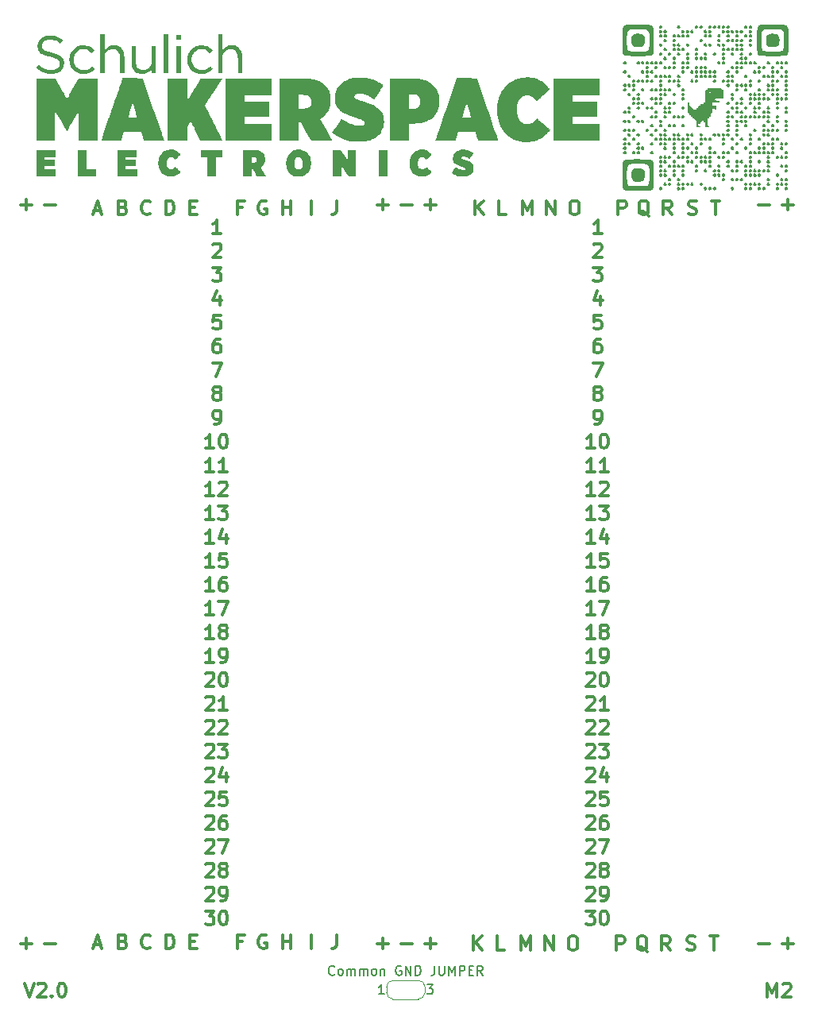
<source format=gto>
G04 #@! TF.GenerationSoftware,KiCad,Pcbnew,8.0.2*
G04 #@! TF.CreationDate,2024-08-26T09:48:12-06:00*
G04 #@! TF.ProjectId,Perfboard_1_Horizontal,50657266-626f-4617-9264-5f315f486f72,rev?*
G04 #@! TF.SameCoordinates,Original*
G04 #@! TF.FileFunction,Legend,Top*
G04 #@! TF.FilePolarity,Positive*
%FSLAX46Y46*%
G04 Gerber Fmt 4.6, Leading zero omitted, Abs format (unit mm)*
G04 Created by KiCad (PCBNEW 8.0.2) date 2024-08-26 09:48:12*
%MOMM*%
%LPD*%
G01*
G04 APERTURE LIST*
G04 Aperture macros list*
%AMFreePoly0*
4,1,19,0.550000,-0.750000,0.000000,-0.750000,0.000000,-0.744911,-0.071157,-0.744911,-0.207708,-0.704816,-0.327430,-0.627875,-0.420627,-0.520320,-0.479746,-0.390866,-0.500000,-0.250000,-0.500000,0.250000,-0.479746,0.390866,-0.420627,0.520320,-0.327430,0.627875,-0.207708,0.704816,-0.071157,0.744911,0.000000,0.744911,0.000000,0.750000,0.550000,0.750000,0.550000,-0.750000,0.550000,-0.750000,
$1*%
%AMFreePoly1*
4,1,19,0.000000,0.744911,0.071157,0.744911,0.207708,0.704816,0.327430,0.627875,0.420627,0.520320,0.479746,0.390866,0.500000,0.250000,0.500000,-0.250000,0.479746,-0.390866,0.420627,-0.520320,0.327430,-0.627875,0.207708,-0.704816,0.071157,-0.744911,0.000000,-0.744911,0.000000,-0.750000,-0.550000,-0.750000,-0.550000,0.750000,0.000000,0.750000,0.000000,0.744911,0.000000,0.744911,
$1*%
G04 Aperture macros list end*
%ADD10C,0.300000*%
%ADD11C,0.150000*%
%ADD12C,0.120000*%
%ADD13C,0.000000*%
%ADD14C,1.803200*%
%ADD15FreePoly0,0.000000*%
%ADD16R,1.000000X1.500000*%
%ADD17FreePoly1,0.000000*%
%ADD18C,2.600000*%
%ADD19C,3.800000*%
G04 APERTURE END LIST*
D10*
X167279082Y-113045685D02*
X167350510Y-112974257D01*
X167350510Y-112974257D02*
X167493368Y-112902828D01*
X167493368Y-112902828D02*
X167850510Y-112902828D01*
X167850510Y-112902828D02*
X167993368Y-112974257D01*
X167993368Y-112974257D02*
X168064796Y-113045685D01*
X168064796Y-113045685D02*
X168136225Y-113188542D01*
X168136225Y-113188542D02*
X168136225Y-113331400D01*
X168136225Y-113331400D02*
X168064796Y-113545685D01*
X168064796Y-113545685D02*
X167207653Y-114402828D01*
X167207653Y-114402828D02*
X168136225Y-114402828D01*
X169493367Y-112902828D02*
X168779081Y-112902828D01*
X168779081Y-112902828D02*
X168707653Y-113617114D01*
X168707653Y-113617114D02*
X168779081Y-113545685D01*
X168779081Y-113545685D02*
X168921939Y-113474257D01*
X168921939Y-113474257D02*
X169279081Y-113474257D01*
X169279081Y-113474257D02*
X169421939Y-113545685D01*
X169421939Y-113545685D02*
X169493367Y-113617114D01*
X169493367Y-113617114D02*
X169564796Y-113759971D01*
X169564796Y-113759971D02*
X169564796Y-114117114D01*
X169564796Y-114117114D02*
X169493367Y-114259971D01*
X169493367Y-114259971D02*
X169421939Y-114331400D01*
X169421939Y-114331400D02*
X169279081Y-114402828D01*
X169279081Y-114402828D02*
X168921939Y-114402828D01*
X168921939Y-114402828D02*
X168779081Y-114331400D01*
X168779081Y-114331400D02*
X168707653Y-114259971D01*
X163032510Y-51410828D02*
X163032510Y-49910828D01*
X163032510Y-49910828D02*
X163889653Y-51410828D01*
X163889653Y-51410828D02*
X163889653Y-49910828D01*
X168136225Y-96622828D02*
X167279082Y-96622828D01*
X167707653Y-96622828D02*
X167707653Y-95122828D01*
X167707653Y-95122828D02*
X167564796Y-95337114D01*
X167564796Y-95337114D02*
X167421939Y-95479971D01*
X167421939Y-95479971D02*
X167279082Y-95551400D01*
X168993367Y-95765685D02*
X168850510Y-95694257D01*
X168850510Y-95694257D02*
X168779081Y-95622828D01*
X168779081Y-95622828D02*
X168707653Y-95479971D01*
X168707653Y-95479971D02*
X168707653Y-95408542D01*
X168707653Y-95408542D02*
X168779081Y-95265685D01*
X168779081Y-95265685D02*
X168850510Y-95194257D01*
X168850510Y-95194257D02*
X168993367Y-95122828D01*
X168993367Y-95122828D02*
X169279081Y-95122828D01*
X169279081Y-95122828D02*
X169421939Y-95194257D01*
X169421939Y-95194257D02*
X169493367Y-95265685D01*
X169493367Y-95265685D02*
X169564796Y-95408542D01*
X169564796Y-95408542D02*
X169564796Y-95479971D01*
X169564796Y-95479971D02*
X169493367Y-95622828D01*
X169493367Y-95622828D02*
X169421939Y-95694257D01*
X169421939Y-95694257D02*
X169279081Y-95765685D01*
X169279081Y-95765685D02*
X168993367Y-95765685D01*
X168993367Y-95765685D02*
X168850510Y-95837114D01*
X168850510Y-95837114D02*
X168779081Y-95908542D01*
X168779081Y-95908542D02*
X168707653Y-96051400D01*
X168707653Y-96051400D02*
X168707653Y-96337114D01*
X168707653Y-96337114D02*
X168779081Y-96479971D01*
X168779081Y-96479971D02*
X168850510Y-96551400D01*
X168850510Y-96551400D02*
X168993367Y-96622828D01*
X168993367Y-96622828D02*
X169279081Y-96622828D01*
X169279081Y-96622828D02*
X169421939Y-96551400D01*
X169421939Y-96551400D02*
X169493367Y-96479971D01*
X169493367Y-96479971D02*
X169564796Y-96337114D01*
X169564796Y-96337114D02*
X169564796Y-96051400D01*
X169564796Y-96051400D02*
X169493367Y-95908542D01*
X169493367Y-95908542D02*
X169421939Y-95837114D01*
X169421939Y-95837114D02*
X169279081Y-95765685D01*
X130572510Y-128857114D02*
X130072510Y-128857114D01*
X130072510Y-129642828D02*
X130072510Y-128142828D01*
X130072510Y-128142828D02*
X130786796Y-128142828D01*
X109498510Y-129071400D02*
X110641368Y-129071400D01*
X126699082Y-107965685D02*
X126770510Y-107894257D01*
X126770510Y-107894257D02*
X126913368Y-107822828D01*
X126913368Y-107822828D02*
X127270510Y-107822828D01*
X127270510Y-107822828D02*
X127413368Y-107894257D01*
X127413368Y-107894257D02*
X127484796Y-107965685D01*
X127484796Y-107965685D02*
X127556225Y-108108542D01*
X127556225Y-108108542D02*
X127556225Y-108251400D01*
X127556225Y-108251400D02*
X127484796Y-108465685D01*
X127484796Y-108465685D02*
X126627653Y-109322828D01*
X126627653Y-109322828D02*
X127556225Y-109322828D01*
X128056224Y-107822828D02*
X128984796Y-107822828D01*
X128984796Y-107822828D02*
X128484796Y-108394257D01*
X128484796Y-108394257D02*
X128699081Y-108394257D01*
X128699081Y-108394257D02*
X128841939Y-108465685D01*
X128841939Y-108465685D02*
X128913367Y-108537114D01*
X128913367Y-108537114D02*
X128984796Y-108679971D01*
X128984796Y-108679971D02*
X128984796Y-109037114D01*
X128984796Y-109037114D02*
X128913367Y-109179971D01*
X128913367Y-109179971D02*
X128841939Y-109251400D01*
X128841939Y-109251400D02*
X128699081Y-109322828D01*
X128699081Y-109322828D02*
X128270510Y-109322828D01*
X128270510Y-109322828D02*
X128127653Y-109251400D01*
X128127653Y-109251400D02*
X128056224Y-109179971D01*
X160314510Y-129800828D02*
X160314510Y-128300828D01*
X160314510Y-128300828D02*
X160814510Y-129372257D01*
X160814510Y-129372257D02*
X161314510Y-128300828D01*
X161314510Y-128300828D02*
X161314510Y-129800828D01*
X188178510Y-129071400D02*
X189321368Y-129071400D01*
X188749939Y-129642828D02*
X188749939Y-128499971D01*
X167969653Y-57022828D02*
X168898225Y-57022828D01*
X168898225Y-57022828D02*
X168398225Y-57594257D01*
X168398225Y-57594257D02*
X168612510Y-57594257D01*
X168612510Y-57594257D02*
X168755368Y-57665685D01*
X168755368Y-57665685D02*
X168826796Y-57737114D01*
X168826796Y-57737114D02*
X168898225Y-57879971D01*
X168898225Y-57879971D02*
X168898225Y-58237114D01*
X168898225Y-58237114D02*
X168826796Y-58379971D01*
X168826796Y-58379971D02*
X168755368Y-58451400D01*
X168755368Y-58451400D02*
X168612510Y-58522828D01*
X168612510Y-58522828D02*
X168183939Y-58522828D01*
X168183939Y-58522828D02*
X168041082Y-58451400D01*
X168041082Y-58451400D02*
X167969653Y-58379971D01*
X127556225Y-91542828D02*
X126699082Y-91542828D01*
X127127653Y-91542828D02*
X127127653Y-90042828D01*
X127127653Y-90042828D02*
X126984796Y-90257114D01*
X126984796Y-90257114D02*
X126841939Y-90399971D01*
X126841939Y-90399971D02*
X126699082Y-90471400D01*
X128841939Y-90042828D02*
X128556224Y-90042828D01*
X128556224Y-90042828D02*
X128413367Y-90114257D01*
X128413367Y-90114257D02*
X128341939Y-90185685D01*
X128341939Y-90185685D02*
X128199081Y-90399971D01*
X128199081Y-90399971D02*
X128127653Y-90685685D01*
X128127653Y-90685685D02*
X128127653Y-91257114D01*
X128127653Y-91257114D02*
X128199081Y-91399971D01*
X128199081Y-91399971D02*
X128270510Y-91471400D01*
X128270510Y-91471400D02*
X128413367Y-91542828D01*
X128413367Y-91542828D02*
X128699081Y-91542828D01*
X128699081Y-91542828D02*
X128841939Y-91471400D01*
X128841939Y-91471400D02*
X128913367Y-91399971D01*
X128913367Y-91399971D02*
X128984796Y-91257114D01*
X128984796Y-91257114D02*
X128984796Y-90899971D01*
X128984796Y-90899971D02*
X128913367Y-90757114D01*
X128913367Y-90757114D02*
X128841939Y-90685685D01*
X128841939Y-90685685D02*
X128699081Y-90614257D01*
X128699081Y-90614257D02*
X128413367Y-90614257D01*
X128413367Y-90614257D02*
X128270510Y-90685685D01*
X128270510Y-90685685D02*
X128199081Y-90757114D01*
X128199081Y-90757114D02*
X128127653Y-90899971D01*
X177985082Y-129729400D02*
X178199368Y-129800828D01*
X178199368Y-129800828D02*
X178556510Y-129800828D01*
X178556510Y-129800828D02*
X178699368Y-129729400D01*
X178699368Y-129729400D02*
X178770796Y-129657971D01*
X178770796Y-129657971D02*
X178842225Y-129515114D01*
X178842225Y-129515114D02*
X178842225Y-129372257D01*
X178842225Y-129372257D02*
X178770796Y-129229400D01*
X178770796Y-129229400D02*
X178699368Y-129157971D01*
X178699368Y-129157971D02*
X178556510Y-129086542D01*
X178556510Y-129086542D02*
X178270796Y-129015114D01*
X178270796Y-129015114D02*
X178127939Y-128943685D01*
X178127939Y-128943685D02*
X178056510Y-128872257D01*
X178056510Y-128872257D02*
X177985082Y-128729400D01*
X177985082Y-128729400D02*
X177985082Y-128586542D01*
X177985082Y-128586542D02*
X178056510Y-128443685D01*
X178056510Y-128443685D02*
X178127939Y-128372257D01*
X178127939Y-128372257D02*
X178270796Y-128300828D01*
X178270796Y-128300828D02*
X178627939Y-128300828D01*
X178627939Y-128300828D02*
X178842225Y-128372257D01*
X167279082Y-110505685D02*
X167350510Y-110434257D01*
X167350510Y-110434257D02*
X167493368Y-110362828D01*
X167493368Y-110362828D02*
X167850510Y-110362828D01*
X167850510Y-110362828D02*
X167993368Y-110434257D01*
X167993368Y-110434257D02*
X168064796Y-110505685D01*
X168064796Y-110505685D02*
X168136225Y-110648542D01*
X168136225Y-110648542D02*
X168136225Y-110791400D01*
X168136225Y-110791400D02*
X168064796Y-111005685D01*
X168064796Y-111005685D02*
X167207653Y-111862828D01*
X167207653Y-111862828D02*
X168136225Y-111862828D01*
X169421939Y-110862828D02*
X169421939Y-111862828D01*
X169064796Y-110291400D02*
X168707653Y-111362828D01*
X168707653Y-111362828D02*
X169636224Y-111362828D01*
X127556225Y-78842828D02*
X126699082Y-78842828D01*
X127127653Y-78842828D02*
X127127653Y-77342828D01*
X127127653Y-77342828D02*
X126984796Y-77557114D01*
X126984796Y-77557114D02*
X126841939Y-77699971D01*
X126841939Y-77699971D02*
X126699082Y-77771400D01*
X128984796Y-78842828D02*
X128127653Y-78842828D01*
X128556224Y-78842828D02*
X128556224Y-77342828D01*
X128556224Y-77342828D02*
X128413367Y-77557114D01*
X128413367Y-77557114D02*
X128270510Y-77699971D01*
X128270510Y-77699971D02*
X128127653Y-77771400D01*
X167279082Y-100345685D02*
X167350510Y-100274257D01*
X167350510Y-100274257D02*
X167493368Y-100202828D01*
X167493368Y-100202828D02*
X167850510Y-100202828D01*
X167850510Y-100202828D02*
X167993368Y-100274257D01*
X167993368Y-100274257D02*
X168064796Y-100345685D01*
X168064796Y-100345685D02*
X168136225Y-100488542D01*
X168136225Y-100488542D02*
X168136225Y-100631400D01*
X168136225Y-100631400D02*
X168064796Y-100845685D01*
X168064796Y-100845685D02*
X167207653Y-101702828D01*
X167207653Y-101702828D02*
X168136225Y-101702828D01*
X169064796Y-100202828D02*
X169207653Y-100202828D01*
X169207653Y-100202828D02*
X169350510Y-100274257D01*
X169350510Y-100274257D02*
X169421939Y-100345685D01*
X169421939Y-100345685D02*
X169493367Y-100488542D01*
X169493367Y-100488542D02*
X169564796Y-100774257D01*
X169564796Y-100774257D02*
X169564796Y-101131400D01*
X169564796Y-101131400D02*
X169493367Y-101417114D01*
X169493367Y-101417114D02*
X169421939Y-101559971D01*
X169421939Y-101559971D02*
X169350510Y-101631400D01*
X169350510Y-101631400D02*
X169207653Y-101702828D01*
X169207653Y-101702828D02*
X169064796Y-101702828D01*
X169064796Y-101702828D02*
X168921939Y-101631400D01*
X168921939Y-101631400D02*
X168850510Y-101559971D01*
X168850510Y-101559971D02*
X168779081Y-101417114D01*
X168779081Y-101417114D02*
X168707653Y-101131400D01*
X168707653Y-101131400D02*
X168707653Y-100774257D01*
X168707653Y-100774257D02*
X168779081Y-100488542D01*
X168779081Y-100488542D02*
X168850510Y-100345685D01*
X168850510Y-100345685D02*
X168921939Y-100274257D01*
X168921939Y-100274257D02*
X169064796Y-100202828D01*
X126699082Y-118125685D02*
X126770510Y-118054257D01*
X126770510Y-118054257D02*
X126913368Y-117982828D01*
X126913368Y-117982828D02*
X127270510Y-117982828D01*
X127270510Y-117982828D02*
X127413368Y-118054257D01*
X127413368Y-118054257D02*
X127484796Y-118125685D01*
X127484796Y-118125685D02*
X127556225Y-118268542D01*
X127556225Y-118268542D02*
X127556225Y-118411400D01*
X127556225Y-118411400D02*
X127484796Y-118625685D01*
X127484796Y-118625685D02*
X126627653Y-119482828D01*
X126627653Y-119482828D02*
X127556225Y-119482828D01*
X128056224Y-117982828D02*
X129056224Y-117982828D01*
X129056224Y-117982828D02*
X128413367Y-119482828D01*
X168136225Y-81382828D02*
X167279082Y-81382828D01*
X167707653Y-81382828D02*
X167707653Y-79882828D01*
X167707653Y-79882828D02*
X167564796Y-80097114D01*
X167564796Y-80097114D02*
X167421939Y-80239971D01*
X167421939Y-80239971D02*
X167279082Y-80311400D01*
X168707653Y-80025685D02*
X168779081Y-79954257D01*
X168779081Y-79954257D02*
X168921939Y-79882828D01*
X168921939Y-79882828D02*
X169279081Y-79882828D01*
X169279081Y-79882828D02*
X169421939Y-79954257D01*
X169421939Y-79954257D02*
X169493367Y-80025685D01*
X169493367Y-80025685D02*
X169564796Y-80168542D01*
X169564796Y-80168542D02*
X169564796Y-80311400D01*
X169564796Y-80311400D02*
X169493367Y-80525685D01*
X169493367Y-80525685D02*
X168636224Y-81382828D01*
X168636224Y-81382828D02*
X169564796Y-81382828D01*
X158666796Y-51410828D02*
X157952510Y-51410828D01*
X157952510Y-51410828D02*
X157952510Y-49910828D01*
X114761082Y-129214257D02*
X115475368Y-129214257D01*
X114618225Y-129642828D02*
X115118225Y-128142828D01*
X115118225Y-128142828D02*
X115618225Y-129642828D01*
X168826796Y-62102828D02*
X168112510Y-62102828D01*
X168112510Y-62102828D02*
X168041082Y-62817114D01*
X168041082Y-62817114D02*
X168112510Y-62745685D01*
X168112510Y-62745685D02*
X168255368Y-62674257D01*
X168255368Y-62674257D02*
X168612510Y-62674257D01*
X168612510Y-62674257D02*
X168755368Y-62745685D01*
X168755368Y-62745685D02*
X168826796Y-62817114D01*
X168826796Y-62817114D02*
X168898225Y-62959971D01*
X168898225Y-62959971D02*
X168898225Y-63317114D01*
X168898225Y-63317114D02*
X168826796Y-63459971D01*
X168826796Y-63459971D02*
X168755368Y-63531400D01*
X168755368Y-63531400D02*
X168612510Y-63602828D01*
X168612510Y-63602828D02*
X168255368Y-63602828D01*
X168255368Y-63602828D02*
X168112510Y-63531400D01*
X168112510Y-63531400D02*
X168041082Y-63459971D01*
X186554510Y-134800828D02*
X186554510Y-133300828D01*
X186554510Y-133300828D02*
X187054510Y-134372257D01*
X187054510Y-134372257D02*
X187554510Y-133300828D01*
X187554510Y-133300828D02*
X187554510Y-134800828D01*
X188197368Y-133443685D02*
X188268796Y-133372257D01*
X188268796Y-133372257D02*
X188411654Y-133300828D01*
X188411654Y-133300828D02*
X188768796Y-133300828D01*
X188768796Y-133300828D02*
X188911654Y-133372257D01*
X188911654Y-133372257D02*
X188983082Y-133443685D01*
X188983082Y-133443685D02*
X189054511Y-133586542D01*
X189054511Y-133586542D02*
X189054511Y-133729400D01*
X189054511Y-133729400D02*
X188983082Y-133943685D01*
X188983082Y-133943685D02*
X188125939Y-134800828D01*
X188125939Y-134800828D02*
X189054511Y-134800828D01*
X168755368Y-60062828D02*
X168755368Y-61062828D01*
X168398225Y-59491400D02*
X168041082Y-60562828D01*
X168041082Y-60562828D02*
X168969653Y-60562828D01*
X128175368Y-60062828D02*
X128175368Y-61062828D01*
X127818225Y-59491400D02*
X127461082Y-60562828D01*
X127461082Y-60562828D02*
X128389653Y-60562828D01*
X162854510Y-129800828D02*
X162854510Y-128300828D01*
X162854510Y-128300828D02*
X163711653Y-129800828D01*
X163711653Y-129800828D02*
X163711653Y-128300828D01*
X127556225Y-86462828D02*
X126699082Y-86462828D01*
X127127653Y-86462828D02*
X127127653Y-84962828D01*
X127127653Y-84962828D02*
X126984796Y-85177114D01*
X126984796Y-85177114D02*
X126841939Y-85319971D01*
X126841939Y-85319971D02*
X126699082Y-85391400D01*
X128841939Y-85462828D02*
X128841939Y-86462828D01*
X128484796Y-84891400D02*
X128127653Y-85962828D01*
X128127653Y-85962828D02*
X129056224Y-85962828D01*
X117872510Y-50625114D02*
X118086796Y-50696542D01*
X118086796Y-50696542D02*
X118158225Y-50767971D01*
X118158225Y-50767971D02*
X118229653Y-50910828D01*
X118229653Y-50910828D02*
X118229653Y-51125114D01*
X118229653Y-51125114D02*
X118158225Y-51267971D01*
X118158225Y-51267971D02*
X118086796Y-51339400D01*
X118086796Y-51339400D02*
X117943939Y-51410828D01*
X117943939Y-51410828D02*
X117372510Y-51410828D01*
X117372510Y-51410828D02*
X117372510Y-49910828D01*
X117372510Y-49910828D02*
X117872510Y-49910828D01*
X117872510Y-49910828D02*
X118015368Y-49982257D01*
X118015368Y-49982257D02*
X118086796Y-50053685D01*
X118086796Y-50053685D02*
X118158225Y-50196542D01*
X118158225Y-50196542D02*
X118158225Y-50339400D01*
X118158225Y-50339400D02*
X118086796Y-50482257D01*
X118086796Y-50482257D02*
X118015368Y-50553685D01*
X118015368Y-50553685D02*
X117872510Y-50625114D01*
X117872510Y-50625114D02*
X117372510Y-50625114D01*
X128246796Y-62102828D02*
X127532510Y-62102828D01*
X127532510Y-62102828D02*
X127461082Y-62817114D01*
X127461082Y-62817114D02*
X127532510Y-62745685D01*
X127532510Y-62745685D02*
X127675368Y-62674257D01*
X127675368Y-62674257D02*
X128032510Y-62674257D01*
X128032510Y-62674257D02*
X128175368Y-62745685D01*
X128175368Y-62745685D02*
X128246796Y-62817114D01*
X128246796Y-62817114D02*
X128318225Y-62959971D01*
X128318225Y-62959971D02*
X128318225Y-63317114D01*
X128318225Y-63317114D02*
X128246796Y-63459971D01*
X128246796Y-63459971D02*
X128175368Y-63531400D01*
X128175368Y-63531400D02*
X128032510Y-63602828D01*
X128032510Y-63602828D02*
X127675368Y-63602828D01*
X127675368Y-63602828D02*
X127532510Y-63531400D01*
X127532510Y-63531400D02*
X127461082Y-63459971D01*
X127556225Y-94082828D02*
X126699082Y-94082828D01*
X127127653Y-94082828D02*
X127127653Y-92582828D01*
X127127653Y-92582828D02*
X126984796Y-92797114D01*
X126984796Y-92797114D02*
X126841939Y-92939971D01*
X126841939Y-92939971D02*
X126699082Y-93011400D01*
X128056224Y-92582828D02*
X129056224Y-92582828D01*
X129056224Y-92582828D02*
X128413367Y-94082828D01*
X150078510Y-129071400D02*
X151221368Y-129071400D01*
X150649939Y-129642828D02*
X150649939Y-128499971D01*
X168136225Y-91542828D02*
X167279082Y-91542828D01*
X167707653Y-91542828D02*
X167707653Y-90042828D01*
X167707653Y-90042828D02*
X167564796Y-90257114D01*
X167564796Y-90257114D02*
X167421939Y-90399971D01*
X167421939Y-90399971D02*
X167279082Y-90471400D01*
X169421939Y-90042828D02*
X169136224Y-90042828D01*
X169136224Y-90042828D02*
X168993367Y-90114257D01*
X168993367Y-90114257D02*
X168921939Y-90185685D01*
X168921939Y-90185685D02*
X168779081Y-90399971D01*
X168779081Y-90399971D02*
X168707653Y-90685685D01*
X168707653Y-90685685D02*
X168707653Y-91257114D01*
X168707653Y-91257114D02*
X168779081Y-91399971D01*
X168779081Y-91399971D02*
X168850510Y-91471400D01*
X168850510Y-91471400D02*
X168993367Y-91542828D01*
X168993367Y-91542828D02*
X169279081Y-91542828D01*
X169279081Y-91542828D02*
X169421939Y-91471400D01*
X169421939Y-91471400D02*
X169493367Y-91399971D01*
X169493367Y-91399971D02*
X169564796Y-91257114D01*
X169564796Y-91257114D02*
X169564796Y-90899971D01*
X169564796Y-90899971D02*
X169493367Y-90757114D01*
X169493367Y-90757114D02*
X169421939Y-90685685D01*
X169421939Y-90685685D02*
X169279081Y-90614257D01*
X169279081Y-90614257D02*
X168993367Y-90614257D01*
X168993367Y-90614257D02*
X168850510Y-90685685D01*
X168850510Y-90685685D02*
X168779081Y-90757114D01*
X168779081Y-90757114D02*
X168707653Y-90899971D01*
X167279082Y-107965685D02*
X167350510Y-107894257D01*
X167350510Y-107894257D02*
X167493368Y-107822828D01*
X167493368Y-107822828D02*
X167850510Y-107822828D01*
X167850510Y-107822828D02*
X167993368Y-107894257D01*
X167993368Y-107894257D02*
X168064796Y-107965685D01*
X168064796Y-107965685D02*
X168136225Y-108108542D01*
X168136225Y-108108542D02*
X168136225Y-108251400D01*
X168136225Y-108251400D02*
X168064796Y-108465685D01*
X168064796Y-108465685D02*
X167207653Y-109322828D01*
X167207653Y-109322828D02*
X168136225Y-109322828D01*
X168636224Y-107822828D02*
X169564796Y-107822828D01*
X169564796Y-107822828D02*
X169064796Y-108394257D01*
X169064796Y-108394257D02*
X169279081Y-108394257D01*
X169279081Y-108394257D02*
X169421939Y-108465685D01*
X169421939Y-108465685D02*
X169493367Y-108537114D01*
X169493367Y-108537114D02*
X169564796Y-108679971D01*
X169564796Y-108679971D02*
X169564796Y-109037114D01*
X169564796Y-109037114D02*
X169493367Y-109179971D01*
X169493367Y-109179971D02*
X169421939Y-109251400D01*
X169421939Y-109251400D02*
X169279081Y-109322828D01*
X169279081Y-109322828D02*
X168850510Y-109322828D01*
X168850510Y-109322828D02*
X168707653Y-109251400D01*
X168707653Y-109251400D02*
X168636224Y-109179971D01*
X133144225Y-128214257D02*
X133001368Y-128142828D01*
X133001368Y-128142828D02*
X132787082Y-128142828D01*
X132787082Y-128142828D02*
X132572796Y-128214257D01*
X132572796Y-128214257D02*
X132429939Y-128357114D01*
X132429939Y-128357114D02*
X132358510Y-128499971D01*
X132358510Y-128499971D02*
X132287082Y-128785685D01*
X132287082Y-128785685D02*
X132287082Y-128999971D01*
X132287082Y-128999971D02*
X132358510Y-129285685D01*
X132358510Y-129285685D02*
X132429939Y-129428542D01*
X132429939Y-129428542D02*
X132572796Y-129571400D01*
X132572796Y-129571400D02*
X132787082Y-129642828D01*
X132787082Y-129642828D02*
X132929939Y-129642828D01*
X132929939Y-129642828D02*
X133144225Y-129571400D01*
X133144225Y-129571400D02*
X133215653Y-129499971D01*
X133215653Y-129499971D02*
X133215653Y-128999971D01*
X133215653Y-128999971D02*
X132929939Y-128999971D01*
X150078510Y-50331400D02*
X151221368Y-50331400D01*
X150649939Y-50902828D02*
X150649939Y-49759971D01*
X167279082Y-102885685D02*
X167350510Y-102814257D01*
X167350510Y-102814257D02*
X167493368Y-102742828D01*
X167493368Y-102742828D02*
X167850510Y-102742828D01*
X167850510Y-102742828D02*
X167993368Y-102814257D01*
X167993368Y-102814257D02*
X168064796Y-102885685D01*
X168064796Y-102885685D02*
X168136225Y-103028542D01*
X168136225Y-103028542D02*
X168136225Y-103171400D01*
X168136225Y-103171400D02*
X168064796Y-103385685D01*
X168064796Y-103385685D02*
X167207653Y-104242828D01*
X167207653Y-104242828D02*
X168136225Y-104242828D01*
X169564796Y-104242828D02*
X168707653Y-104242828D01*
X169136224Y-104242828D02*
X169136224Y-102742828D01*
X169136224Y-102742828D02*
X168993367Y-102957114D01*
X168993367Y-102957114D02*
X168850510Y-103099971D01*
X168850510Y-103099971D02*
X168707653Y-103171400D01*
X140661082Y-128142828D02*
X140661082Y-129214257D01*
X140661082Y-129214257D02*
X140589653Y-129428542D01*
X140589653Y-129428542D02*
X140446796Y-129571400D01*
X140446796Y-129571400D02*
X140232510Y-129642828D01*
X140232510Y-129642828D02*
X140089653Y-129642828D01*
X167207653Y-125602828D02*
X168136225Y-125602828D01*
X168136225Y-125602828D02*
X167636225Y-126174257D01*
X167636225Y-126174257D02*
X167850510Y-126174257D01*
X167850510Y-126174257D02*
X167993368Y-126245685D01*
X167993368Y-126245685D02*
X168064796Y-126317114D01*
X168064796Y-126317114D02*
X168136225Y-126459971D01*
X168136225Y-126459971D02*
X168136225Y-126817114D01*
X168136225Y-126817114D02*
X168064796Y-126959971D01*
X168064796Y-126959971D02*
X167993368Y-127031400D01*
X167993368Y-127031400D02*
X167850510Y-127102828D01*
X167850510Y-127102828D02*
X167421939Y-127102828D01*
X167421939Y-127102828D02*
X167279082Y-127031400D01*
X167279082Y-127031400D02*
X167207653Y-126959971D01*
X169064796Y-125602828D02*
X169207653Y-125602828D01*
X169207653Y-125602828D02*
X169350510Y-125674257D01*
X169350510Y-125674257D02*
X169421939Y-125745685D01*
X169421939Y-125745685D02*
X169493367Y-125888542D01*
X169493367Y-125888542D02*
X169564796Y-126174257D01*
X169564796Y-126174257D02*
X169564796Y-126531400D01*
X169564796Y-126531400D02*
X169493367Y-126817114D01*
X169493367Y-126817114D02*
X169421939Y-126959971D01*
X169421939Y-126959971D02*
X169350510Y-127031400D01*
X169350510Y-127031400D02*
X169207653Y-127102828D01*
X169207653Y-127102828D02*
X169064796Y-127102828D01*
X169064796Y-127102828D02*
X168921939Y-127031400D01*
X168921939Y-127031400D02*
X168850510Y-126959971D01*
X168850510Y-126959971D02*
X168779081Y-126817114D01*
X168779081Y-126817114D02*
X168707653Y-126531400D01*
X168707653Y-126531400D02*
X168707653Y-126174257D01*
X168707653Y-126174257D02*
X168779081Y-125888542D01*
X168779081Y-125888542D02*
X168850510Y-125745685D01*
X168850510Y-125745685D02*
X168921939Y-125674257D01*
X168921939Y-125674257D02*
X169064796Y-125602828D01*
X122452510Y-51410828D02*
X122452510Y-49910828D01*
X122452510Y-49910828D02*
X122809653Y-49910828D01*
X122809653Y-49910828D02*
X123023939Y-49982257D01*
X123023939Y-49982257D02*
X123166796Y-50125114D01*
X123166796Y-50125114D02*
X123238225Y-50267971D01*
X123238225Y-50267971D02*
X123309653Y-50553685D01*
X123309653Y-50553685D02*
X123309653Y-50767971D01*
X123309653Y-50767971D02*
X123238225Y-51053685D01*
X123238225Y-51053685D02*
X123166796Y-51196542D01*
X123166796Y-51196542D02*
X123023939Y-51339400D01*
X123023939Y-51339400D02*
X122809653Y-51410828D01*
X122809653Y-51410828D02*
X122452510Y-51410828D01*
X176157653Y-129800828D02*
X175657653Y-129086542D01*
X175300510Y-129800828D02*
X175300510Y-128300828D01*
X175300510Y-128300828D02*
X175871939Y-128300828D01*
X175871939Y-128300828D02*
X176014796Y-128372257D01*
X176014796Y-128372257D02*
X176086225Y-128443685D01*
X176086225Y-128443685D02*
X176157653Y-128586542D01*
X176157653Y-128586542D02*
X176157653Y-128800828D01*
X176157653Y-128800828D02*
X176086225Y-128943685D01*
X176086225Y-128943685D02*
X176014796Y-129015114D01*
X176014796Y-129015114D02*
X175871939Y-129086542D01*
X175871939Y-129086542D02*
X175300510Y-129086542D01*
X126699082Y-105425685D02*
X126770510Y-105354257D01*
X126770510Y-105354257D02*
X126913368Y-105282828D01*
X126913368Y-105282828D02*
X127270510Y-105282828D01*
X127270510Y-105282828D02*
X127413368Y-105354257D01*
X127413368Y-105354257D02*
X127484796Y-105425685D01*
X127484796Y-105425685D02*
X127556225Y-105568542D01*
X127556225Y-105568542D02*
X127556225Y-105711400D01*
X127556225Y-105711400D02*
X127484796Y-105925685D01*
X127484796Y-105925685D02*
X126627653Y-106782828D01*
X126627653Y-106782828D02*
X127556225Y-106782828D01*
X128127653Y-105425685D02*
X128199081Y-105354257D01*
X128199081Y-105354257D02*
X128341939Y-105282828D01*
X128341939Y-105282828D02*
X128699081Y-105282828D01*
X128699081Y-105282828D02*
X128841939Y-105354257D01*
X128841939Y-105354257D02*
X128913367Y-105425685D01*
X128913367Y-105425685D02*
X128984796Y-105568542D01*
X128984796Y-105568542D02*
X128984796Y-105711400D01*
X128984796Y-105711400D02*
X128913367Y-105925685D01*
X128913367Y-105925685D02*
X128056224Y-106782828D01*
X128056224Y-106782828D02*
X128984796Y-106782828D01*
X124992510Y-128857114D02*
X125492510Y-128857114D01*
X125706796Y-129642828D02*
X124992510Y-129642828D01*
X124992510Y-129642828D02*
X124992510Y-128142828D01*
X124992510Y-128142828D02*
X125706796Y-128142828D01*
X167969653Y-67182828D02*
X168969653Y-67182828D01*
X168969653Y-67182828D02*
X168326796Y-68682828D01*
X126699082Y-110505685D02*
X126770510Y-110434257D01*
X126770510Y-110434257D02*
X126913368Y-110362828D01*
X126913368Y-110362828D02*
X127270510Y-110362828D01*
X127270510Y-110362828D02*
X127413368Y-110434257D01*
X127413368Y-110434257D02*
X127484796Y-110505685D01*
X127484796Y-110505685D02*
X127556225Y-110648542D01*
X127556225Y-110648542D02*
X127556225Y-110791400D01*
X127556225Y-110791400D02*
X127484796Y-111005685D01*
X127484796Y-111005685D02*
X126627653Y-111862828D01*
X126627653Y-111862828D02*
X127556225Y-111862828D01*
X128841939Y-110862828D02*
X128841939Y-111862828D01*
X128484796Y-110291400D02*
X128127653Y-111362828D01*
X128127653Y-111362828D02*
X129056224Y-111362828D01*
X167279082Y-120665685D02*
X167350510Y-120594257D01*
X167350510Y-120594257D02*
X167493368Y-120522828D01*
X167493368Y-120522828D02*
X167850510Y-120522828D01*
X167850510Y-120522828D02*
X167993368Y-120594257D01*
X167993368Y-120594257D02*
X168064796Y-120665685D01*
X168064796Y-120665685D02*
X168136225Y-120808542D01*
X168136225Y-120808542D02*
X168136225Y-120951400D01*
X168136225Y-120951400D02*
X168064796Y-121165685D01*
X168064796Y-121165685D02*
X167207653Y-122022828D01*
X167207653Y-122022828D02*
X168136225Y-122022828D01*
X168993367Y-121165685D02*
X168850510Y-121094257D01*
X168850510Y-121094257D02*
X168779081Y-121022828D01*
X168779081Y-121022828D02*
X168707653Y-120879971D01*
X168707653Y-120879971D02*
X168707653Y-120808542D01*
X168707653Y-120808542D02*
X168779081Y-120665685D01*
X168779081Y-120665685D02*
X168850510Y-120594257D01*
X168850510Y-120594257D02*
X168993367Y-120522828D01*
X168993367Y-120522828D02*
X169279081Y-120522828D01*
X169279081Y-120522828D02*
X169421939Y-120594257D01*
X169421939Y-120594257D02*
X169493367Y-120665685D01*
X169493367Y-120665685D02*
X169564796Y-120808542D01*
X169564796Y-120808542D02*
X169564796Y-120879971D01*
X169564796Y-120879971D02*
X169493367Y-121022828D01*
X169493367Y-121022828D02*
X169421939Y-121094257D01*
X169421939Y-121094257D02*
X169279081Y-121165685D01*
X169279081Y-121165685D02*
X168993367Y-121165685D01*
X168993367Y-121165685D02*
X168850510Y-121237114D01*
X168850510Y-121237114D02*
X168779081Y-121308542D01*
X168779081Y-121308542D02*
X168707653Y-121451400D01*
X168707653Y-121451400D02*
X168707653Y-121737114D01*
X168707653Y-121737114D02*
X168779081Y-121879971D01*
X168779081Y-121879971D02*
X168850510Y-121951400D01*
X168850510Y-121951400D02*
X168993367Y-122022828D01*
X168993367Y-122022828D02*
X169279081Y-122022828D01*
X169279081Y-122022828D02*
X169421939Y-121951400D01*
X169421939Y-121951400D02*
X169493367Y-121879971D01*
X169493367Y-121879971D02*
X169564796Y-121737114D01*
X169564796Y-121737114D02*
X169564796Y-121451400D01*
X169564796Y-121451400D02*
X169493367Y-121308542D01*
X169493367Y-121308542D02*
X169421939Y-121237114D01*
X169421939Y-121237114D02*
X169279081Y-121165685D01*
X147538510Y-50331400D02*
X148681368Y-50331400D01*
X127746796Y-70365685D02*
X127603939Y-70294257D01*
X127603939Y-70294257D02*
X127532510Y-70222828D01*
X127532510Y-70222828D02*
X127461082Y-70079971D01*
X127461082Y-70079971D02*
X127461082Y-70008542D01*
X127461082Y-70008542D02*
X127532510Y-69865685D01*
X127532510Y-69865685D02*
X127603939Y-69794257D01*
X127603939Y-69794257D02*
X127746796Y-69722828D01*
X127746796Y-69722828D02*
X128032510Y-69722828D01*
X128032510Y-69722828D02*
X128175368Y-69794257D01*
X128175368Y-69794257D02*
X128246796Y-69865685D01*
X128246796Y-69865685D02*
X128318225Y-70008542D01*
X128318225Y-70008542D02*
X128318225Y-70079971D01*
X128318225Y-70079971D02*
X128246796Y-70222828D01*
X128246796Y-70222828D02*
X128175368Y-70294257D01*
X128175368Y-70294257D02*
X128032510Y-70365685D01*
X128032510Y-70365685D02*
X127746796Y-70365685D01*
X127746796Y-70365685D02*
X127603939Y-70437114D01*
X127603939Y-70437114D02*
X127532510Y-70508542D01*
X127532510Y-70508542D02*
X127461082Y-70651400D01*
X127461082Y-70651400D02*
X127461082Y-70937114D01*
X127461082Y-70937114D02*
X127532510Y-71079971D01*
X127532510Y-71079971D02*
X127603939Y-71151400D01*
X127603939Y-71151400D02*
X127746796Y-71222828D01*
X127746796Y-71222828D02*
X128032510Y-71222828D01*
X128032510Y-71222828D02*
X128175368Y-71151400D01*
X128175368Y-71151400D02*
X128246796Y-71079971D01*
X128246796Y-71079971D02*
X128318225Y-70937114D01*
X128318225Y-70937114D02*
X128318225Y-70651400D01*
X128318225Y-70651400D02*
X128246796Y-70508542D01*
X128246796Y-70508542D02*
X128175368Y-70437114D01*
X128175368Y-70437114D02*
X128032510Y-70365685D01*
X126699082Y-113045685D02*
X126770510Y-112974257D01*
X126770510Y-112974257D02*
X126913368Y-112902828D01*
X126913368Y-112902828D02*
X127270510Y-112902828D01*
X127270510Y-112902828D02*
X127413368Y-112974257D01*
X127413368Y-112974257D02*
X127484796Y-113045685D01*
X127484796Y-113045685D02*
X127556225Y-113188542D01*
X127556225Y-113188542D02*
X127556225Y-113331400D01*
X127556225Y-113331400D02*
X127484796Y-113545685D01*
X127484796Y-113545685D02*
X126627653Y-114402828D01*
X126627653Y-114402828D02*
X127556225Y-114402828D01*
X128913367Y-112902828D02*
X128199081Y-112902828D01*
X128199081Y-112902828D02*
X128127653Y-113617114D01*
X128127653Y-113617114D02*
X128199081Y-113545685D01*
X128199081Y-113545685D02*
X128341939Y-113474257D01*
X128341939Y-113474257D02*
X128699081Y-113474257D01*
X128699081Y-113474257D02*
X128841939Y-113545685D01*
X128841939Y-113545685D02*
X128913367Y-113617114D01*
X128913367Y-113617114D02*
X128984796Y-113759971D01*
X128984796Y-113759971D02*
X128984796Y-114117114D01*
X128984796Y-114117114D02*
X128913367Y-114259971D01*
X128913367Y-114259971D02*
X128841939Y-114331400D01*
X128841939Y-114331400D02*
X128699081Y-114402828D01*
X128699081Y-114402828D02*
X128341939Y-114402828D01*
X128341939Y-114402828D02*
X128199081Y-114331400D01*
X128199081Y-114331400D02*
X128127653Y-114259971D01*
X168898225Y-53442828D02*
X168041082Y-53442828D01*
X168469653Y-53442828D02*
X168469653Y-51942828D01*
X168469653Y-51942828D02*
X168326796Y-52157114D01*
X168326796Y-52157114D02*
X168183939Y-52299971D01*
X168183939Y-52299971D02*
X168041082Y-52371400D01*
X165680225Y-128300828D02*
X165965939Y-128300828D01*
X165965939Y-128300828D02*
X166108796Y-128372257D01*
X166108796Y-128372257D02*
X166251653Y-128515114D01*
X166251653Y-128515114D02*
X166323082Y-128800828D01*
X166323082Y-128800828D02*
X166323082Y-129300828D01*
X166323082Y-129300828D02*
X166251653Y-129586542D01*
X166251653Y-129586542D02*
X166108796Y-129729400D01*
X166108796Y-129729400D02*
X165965939Y-129800828D01*
X165965939Y-129800828D02*
X165680225Y-129800828D01*
X165680225Y-129800828D02*
X165537368Y-129729400D01*
X165537368Y-129729400D02*
X165394510Y-129586542D01*
X165394510Y-129586542D02*
X165323082Y-129300828D01*
X165323082Y-129300828D02*
X165323082Y-128800828D01*
X165323082Y-128800828D02*
X165394510Y-128515114D01*
X165394510Y-128515114D02*
X165537368Y-128372257D01*
X165537368Y-128372257D02*
X165680225Y-128300828D01*
X158488796Y-129800828D02*
X157774510Y-129800828D01*
X157774510Y-129800828D02*
X157774510Y-128300828D01*
X127389653Y-57022828D02*
X128318225Y-57022828D01*
X128318225Y-57022828D02*
X127818225Y-57594257D01*
X127818225Y-57594257D02*
X128032510Y-57594257D01*
X128032510Y-57594257D02*
X128175368Y-57665685D01*
X128175368Y-57665685D02*
X128246796Y-57737114D01*
X128246796Y-57737114D02*
X128318225Y-57879971D01*
X128318225Y-57879971D02*
X128318225Y-58237114D01*
X128318225Y-58237114D02*
X128246796Y-58379971D01*
X128246796Y-58379971D02*
X128175368Y-58451400D01*
X128175368Y-58451400D02*
X128032510Y-58522828D01*
X128032510Y-58522828D02*
X127603939Y-58522828D01*
X127603939Y-58522828D02*
X127461082Y-58451400D01*
X127461082Y-58451400D02*
X127389653Y-58379971D01*
X167279082Y-123205685D02*
X167350510Y-123134257D01*
X167350510Y-123134257D02*
X167493368Y-123062828D01*
X167493368Y-123062828D02*
X167850510Y-123062828D01*
X167850510Y-123062828D02*
X167993368Y-123134257D01*
X167993368Y-123134257D02*
X168064796Y-123205685D01*
X168064796Y-123205685D02*
X168136225Y-123348542D01*
X168136225Y-123348542D02*
X168136225Y-123491400D01*
X168136225Y-123491400D02*
X168064796Y-123705685D01*
X168064796Y-123705685D02*
X167207653Y-124562828D01*
X167207653Y-124562828D02*
X168136225Y-124562828D01*
X168850510Y-124562828D02*
X169136224Y-124562828D01*
X169136224Y-124562828D02*
X169279081Y-124491400D01*
X169279081Y-124491400D02*
X169350510Y-124419971D01*
X169350510Y-124419971D02*
X169493367Y-124205685D01*
X169493367Y-124205685D02*
X169564796Y-123919971D01*
X169564796Y-123919971D02*
X169564796Y-123348542D01*
X169564796Y-123348542D02*
X169493367Y-123205685D01*
X169493367Y-123205685D02*
X169421939Y-123134257D01*
X169421939Y-123134257D02*
X169279081Y-123062828D01*
X169279081Y-123062828D02*
X168993367Y-123062828D01*
X168993367Y-123062828D02*
X168850510Y-123134257D01*
X168850510Y-123134257D02*
X168779081Y-123205685D01*
X168779081Y-123205685D02*
X168707653Y-123348542D01*
X168707653Y-123348542D02*
X168707653Y-123705685D01*
X168707653Y-123705685D02*
X168779081Y-123848542D01*
X168779081Y-123848542D02*
X168850510Y-123919971D01*
X168850510Y-123919971D02*
X168993367Y-123991400D01*
X168993367Y-123991400D02*
X169279081Y-123991400D01*
X169279081Y-123991400D02*
X169421939Y-123919971D01*
X169421939Y-123919971D02*
X169493367Y-123848542D01*
X169493367Y-123848542D02*
X169564796Y-123705685D01*
X133144225Y-49982257D02*
X133001368Y-49910828D01*
X133001368Y-49910828D02*
X132787082Y-49910828D01*
X132787082Y-49910828D02*
X132572796Y-49982257D01*
X132572796Y-49982257D02*
X132429939Y-50125114D01*
X132429939Y-50125114D02*
X132358510Y-50267971D01*
X132358510Y-50267971D02*
X132287082Y-50553685D01*
X132287082Y-50553685D02*
X132287082Y-50767971D01*
X132287082Y-50767971D02*
X132358510Y-51053685D01*
X132358510Y-51053685D02*
X132429939Y-51196542D01*
X132429939Y-51196542D02*
X132572796Y-51339400D01*
X132572796Y-51339400D02*
X132787082Y-51410828D01*
X132787082Y-51410828D02*
X132929939Y-51410828D01*
X132929939Y-51410828D02*
X133144225Y-51339400D01*
X133144225Y-51339400D02*
X133215653Y-51267971D01*
X133215653Y-51267971D02*
X133215653Y-50767971D01*
X133215653Y-50767971D02*
X132929939Y-50767971D01*
X167279082Y-118125685D02*
X167350510Y-118054257D01*
X167350510Y-118054257D02*
X167493368Y-117982828D01*
X167493368Y-117982828D02*
X167850510Y-117982828D01*
X167850510Y-117982828D02*
X167993368Y-118054257D01*
X167993368Y-118054257D02*
X168064796Y-118125685D01*
X168064796Y-118125685D02*
X168136225Y-118268542D01*
X168136225Y-118268542D02*
X168136225Y-118411400D01*
X168136225Y-118411400D02*
X168064796Y-118625685D01*
X168064796Y-118625685D02*
X167207653Y-119482828D01*
X167207653Y-119482828D02*
X168136225Y-119482828D01*
X168636224Y-117982828D02*
X169636224Y-117982828D01*
X169636224Y-117982828D02*
X168993367Y-119482828D01*
X130572510Y-50625114D02*
X130072510Y-50625114D01*
X130072510Y-51410828D02*
X130072510Y-49910828D01*
X130072510Y-49910828D02*
X130786796Y-49910828D01*
X144998510Y-50331400D02*
X146141368Y-50331400D01*
X145569939Y-50902828D02*
X145569939Y-49759971D01*
X127556225Y-83922828D02*
X126699082Y-83922828D01*
X127127653Y-83922828D02*
X127127653Y-82422828D01*
X127127653Y-82422828D02*
X126984796Y-82637114D01*
X126984796Y-82637114D02*
X126841939Y-82779971D01*
X126841939Y-82779971D02*
X126699082Y-82851400D01*
X128056224Y-82422828D02*
X128984796Y-82422828D01*
X128984796Y-82422828D02*
X128484796Y-82994257D01*
X128484796Y-82994257D02*
X128699081Y-82994257D01*
X128699081Y-82994257D02*
X128841939Y-83065685D01*
X128841939Y-83065685D02*
X128913367Y-83137114D01*
X128913367Y-83137114D02*
X128984796Y-83279971D01*
X128984796Y-83279971D02*
X128984796Y-83637114D01*
X128984796Y-83637114D02*
X128913367Y-83779971D01*
X128913367Y-83779971D02*
X128841939Y-83851400D01*
X128841939Y-83851400D02*
X128699081Y-83922828D01*
X128699081Y-83922828D02*
X128270510Y-83922828D01*
X128270510Y-83922828D02*
X128127653Y-83851400D01*
X128127653Y-83851400D02*
X128056224Y-83779971D01*
X165858225Y-49910828D02*
X166143939Y-49910828D01*
X166143939Y-49910828D02*
X166286796Y-49982257D01*
X166286796Y-49982257D02*
X166429653Y-50125114D01*
X166429653Y-50125114D02*
X166501082Y-50410828D01*
X166501082Y-50410828D02*
X166501082Y-50910828D01*
X166501082Y-50910828D02*
X166429653Y-51196542D01*
X166429653Y-51196542D02*
X166286796Y-51339400D01*
X166286796Y-51339400D02*
X166143939Y-51410828D01*
X166143939Y-51410828D02*
X165858225Y-51410828D01*
X165858225Y-51410828D02*
X165715368Y-51339400D01*
X165715368Y-51339400D02*
X165572510Y-51196542D01*
X165572510Y-51196542D02*
X165501082Y-50910828D01*
X165501082Y-50910828D02*
X165501082Y-50410828D01*
X165501082Y-50410828D02*
X165572510Y-50125114D01*
X165572510Y-50125114D02*
X165715368Y-49982257D01*
X165715368Y-49982257D02*
X165858225Y-49910828D01*
X144998510Y-129071400D02*
X146141368Y-129071400D01*
X145569939Y-129642828D02*
X145569939Y-128499971D01*
X127389653Y-67182828D02*
X128389653Y-67182828D01*
X128389653Y-67182828D02*
X127746796Y-68682828D01*
X126699082Y-102885685D02*
X126770510Y-102814257D01*
X126770510Y-102814257D02*
X126913368Y-102742828D01*
X126913368Y-102742828D02*
X127270510Y-102742828D01*
X127270510Y-102742828D02*
X127413368Y-102814257D01*
X127413368Y-102814257D02*
X127484796Y-102885685D01*
X127484796Y-102885685D02*
X127556225Y-103028542D01*
X127556225Y-103028542D02*
X127556225Y-103171400D01*
X127556225Y-103171400D02*
X127484796Y-103385685D01*
X127484796Y-103385685D02*
X126627653Y-104242828D01*
X126627653Y-104242828D02*
X127556225Y-104242828D01*
X128984796Y-104242828D02*
X128127653Y-104242828D01*
X128556224Y-104242828D02*
X128556224Y-102742828D01*
X128556224Y-102742828D02*
X128413367Y-102957114D01*
X128413367Y-102957114D02*
X128270510Y-103099971D01*
X128270510Y-103099971D02*
X128127653Y-103171400D01*
X124992510Y-50625114D02*
X125492510Y-50625114D01*
X125706796Y-51410828D02*
X124992510Y-51410828D01*
X124992510Y-51410828D02*
X124992510Y-49910828D01*
X124992510Y-49910828D02*
X125706796Y-49910828D01*
X168136225Y-78842828D02*
X167279082Y-78842828D01*
X167707653Y-78842828D02*
X167707653Y-77342828D01*
X167707653Y-77342828D02*
X167564796Y-77557114D01*
X167564796Y-77557114D02*
X167421939Y-77699971D01*
X167421939Y-77699971D02*
X167279082Y-77771400D01*
X169564796Y-78842828D02*
X168707653Y-78842828D01*
X169136224Y-78842828D02*
X169136224Y-77342828D01*
X169136224Y-77342828D02*
X168993367Y-77557114D01*
X168993367Y-77557114D02*
X168850510Y-77699971D01*
X168850510Y-77699971D02*
X168707653Y-77771400D01*
X128318225Y-53442828D02*
X127461082Y-53442828D01*
X127889653Y-53442828D02*
X127889653Y-51942828D01*
X127889653Y-51942828D02*
X127746796Y-52157114D01*
X127746796Y-52157114D02*
X127603939Y-52299971D01*
X127603939Y-52299971D02*
X127461082Y-52371400D01*
X168136225Y-94082828D02*
X167279082Y-94082828D01*
X167707653Y-94082828D02*
X167707653Y-92582828D01*
X167707653Y-92582828D02*
X167564796Y-92797114D01*
X167564796Y-92797114D02*
X167421939Y-92939971D01*
X167421939Y-92939971D02*
X167279082Y-93011400D01*
X168636224Y-92582828D02*
X169636224Y-92582828D01*
X169636224Y-92582828D02*
X168993367Y-94082828D01*
X168136225Y-76302828D02*
X167279082Y-76302828D01*
X167707653Y-76302828D02*
X167707653Y-74802828D01*
X167707653Y-74802828D02*
X167564796Y-75017114D01*
X167564796Y-75017114D02*
X167421939Y-75159971D01*
X167421939Y-75159971D02*
X167279082Y-75231400D01*
X169064796Y-74802828D02*
X169207653Y-74802828D01*
X169207653Y-74802828D02*
X169350510Y-74874257D01*
X169350510Y-74874257D02*
X169421939Y-74945685D01*
X169421939Y-74945685D02*
X169493367Y-75088542D01*
X169493367Y-75088542D02*
X169564796Y-75374257D01*
X169564796Y-75374257D02*
X169564796Y-75731400D01*
X169564796Y-75731400D02*
X169493367Y-76017114D01*
X169493367Y-76017114D02*
X169421939Y-76159971D01*
X169421939Y-76159971D02*
X169350510Y-76231400D01*
X169350510Y-76231400D02*
X169207653Y-76302828D01*
X169207653Y-76302828D02*
X169064796Y-76302828D01*
X169064796Y-76302828D02*
X168921939Y-76231400D01*
X168921939Y-76231400D02*
X168850510Y-76159971D01*
X168850510Y-76159971D02*
X168779081Y-76017114D01*
X168779081Y-76017114D02*
X168707653Y-75731400D01*
X168707653Y-75731400D02*
X168707653Y-75374257D01*
X168707653Y-75374257D02*
X168779081Y-75088542D01*
X168779081Y-75088542D02*
X168850510Y-74945685D01*
X168850510Y-74945685D02*
X168921939Y-74874257D01*
X168921939Y-74874257D02*
X169064796Y-74802828D01*
X160492510Y-51410828D02*
X160492510Y-49910828D01*
X160492510Y-49910828D02*
X160992510Y-50982257D01*
X160992510Y-50982257D02*
X161492510Y-49910828D01*
X161492510Y-49910828D02*
X161492510Y-51410828D01*
X126699082Y-123205685D02*
X126770510Y-123134257D01*
X126770510Y-123134257D02*
X126913368Y-123062828D01*
X126913368Y-123062828D02*
X127270510Y-123062828D01*
X127270510Y-123062828D02*
X127413368Y-123134257D01*
X127413368Y-123134257D02*
X127484796Y-123205685D01*
X127484796Y-123205685D02*
X127556225Y-123348542D01*
X127556225Y-123348542D02*
X127556225Y-123491400D01*
X127556225Y-123491400D02*
X127484796Y-123705685D01*
X127484796Y-123705685D02*
X126627653Y-124562828D01*
X126627653Y-124562828D02*
X127556225Y-124562828D01*
X128270510Y-124562828D02*
X128556224Y-124562828D01*
X128556224Y-124562828D02*
X128699081Y-124491400D01*
X128699081Y-124491400D02*
X128770510Y-124419971D01*
X128770510Y-124419971D02*
X128913367Y-124205685D01*
X128913367Y-124205685D02*
X128984796Y-123919971D01*
X128984796Y-123919971D02*
X128984796Y-123348542D01*
X128984796Y-123348542D02*
X128913367Y-123205685D01*
X128913367Y-123205685D02*
X128841939Y-123134257D01*
X128841939Y-123134257D02*
X128699081Y-123062828D01*
X128699081Y-123062828D02*
X128413367Y-123062828D01*
X128413367Y-123062828D02*
X128270510Y-123134257D01*
X128270510Y-123134257D02*
X128199081Y-123205685D01*
X128199081Y-123205685D02*
X128127653Y-123348542D01*
X128127653Y-123348542D02*
X128127653Y-123705685D01*
X128127653Y-123705685D02*
X128199081Y-123848542D01*
X128199081Y-123848542D02*
X128270510Y-123919971D01*
X128270510Y-123919971D02*
X128413367Y-123991400D01*
X128413367Y-123991400D02*
X128699081Y-123991400D01*
X128699081Y-123991400D02*
X128841939Y-123919971D01*
X128841939Y-123919971D02*
X128913367Y-123848542D01*
X128913367Y-123848542D02*
X128984796Y-123705685D01*
X140661082Y-49910828D02*
X140661082Y-50982257D01*
X140661082Y-50982257D02*
X140589653Y-51196542D01*
X140589653Y-51196542D02*
X140446796Y-51339400D01*
X140446796Y-51339400D02*
X140232510Y-51410828D01*
X140232510Y-51410828D02*
X140089653Y-51410828D01*
X127556225Y-96622828D02*
X126699082Y-96622828D01*
X127127653Y-96622828D02*
X127127653Y-95122828D01*
X127127653Y-95122828D02*
X126984796Y-95337114D01*
X126984796Y-95337114D02*
X126841939Y-95479971D01*
X126841939Y-95479971D02*
X126699082Y-95551400D01*
X128413367Y-95765685D02*
X128270510Y-95694257D01*
X128270510Y-95694257D02*
X128199081Y-95622828D01*
X128199081Y-95622828D02*
X128127653Y-95479971D01*
X128127653Y-95479971D02*
X128127653Y-95408542D01*
X128127653Y-95408542D02*
X128199081Y-95265685D01*
X128199081Y-95265685D02*
X128270510Y-95194257D01*
X128270510Y-95194257D02*
X128413367Y-95122828D01*
X128413367Y-95122828D02*
X128699081Y-95122828D01*
X128699081Y-95122828D02*
X128841939Y-95194257D01*
X128841939Y-95194257D02*
X128913367Y-95265685D01*
X128913367Y-95265685D02*
X128984796Y-95408542D01*
X128984796Y-95408542D02*
X128984796Y-95479971D01*
X128984796Y-95479971D02*
X128913367Y-95622828D01*
X128913367Y-95622828D02*
X128841939Y-95694257D01*
X128841939Y-95694257D02*
X128699081Y-95765685D01*
X128699081Y-95765685D02*
X128413367Y-95765685D01*
X128413367Y-95765685D02*
X128270510Y-95837114D01*
X128270510Y-95837114D02*
X128199081Y-95908542D01*
X128199081Y-95908542D02*
X128127653Y-96051400D01*
X128127653Y-96051400D02*
X128127653Y-96337114D01*
X128127653Y-96337114D02*
X128199081Y-96479971D01*
X128199081Y-96479971D02*
X128270510Y-96551400D01*
X128270510Y-96551400D02*
X128413367Y-96622828D01*
X128413367Y-96622828D02*
X128699081Y-96622828D01*
X128699081Y-96622828D02*
X128841939Y-96551400D01*
X128841939Y-96551400D02*
X128913367Y-96479971D01*
X128913367Y-96479971D02*
X128984796Y-96337114D01*
X128984796Y-96337114D02*
X128984796Y-96051400D01*
X128984796Y-96051400D02*
X128913367Y-95908542D01*
X128913367Y-95908542D02*
X128841939Y-95837114D01*
X128841939Y-95837114D02*
X128699081Y-95765685D01*
X170474510Y-129800828D02*
X170474510Y-128300828D01*
X170474510Y-128300828D02*
X171045939Y-128300828D01*
X171045939Y-128300828D02*
X171188796Y-128372257D01*
X171188796Y-128372257D02*
X171260225Y-128443685D01*
X171260225Y-128443685D02*
X171331653Y-128586542D01*
X171331653Y-128586542D02*
X171331653Y-128800828D01*
X171331653Y-128800828D02*
X171260225Y-128943685D01*
X171260225Y-128943685D02*
X171188796Y-129015114D01*
X171188796Y-129015114D02*
X171045939Y-129086542D01*
X171045939Y-129086542D02*
X170474510Y-129086542D01*
X180420225Y-128300828D02*
X181277368Y-128300828D01*
X180848796Y-129800828D02*
X180848796Y-128300828D01*
X185638510Y-129071400D02*
X186781368Y-129071400D01*
X173938510Y-51553685D02*
X173795653Y-51482257D01*
X173795653Y-51482257D02*
X173652796Y-51339400D01*
X173652796Y-51339400D02*
X173438510Y-51125114D01*
X173438510Y-51125114D02*
X173295653Y-51053685D01*
X173295653Y-51053685D02*
X173152796Y-51053685D01*
X173224225Y-51410828D02*
X173081368Y-51339400D01*
X173081368Y-51339400D02*
X172938510Y-51196542D01*
X172938510Y-51196542D02*
X172867082Y-50910828D01*
X172867082Y-50910828D02*
X172867082Y-50410828D01*
X172867082Y-50410828D02*
X172938510Y-50125114D01*
X172938510Y-50125114D02*
X173081368Y-49982257D01*
X173081368Y-49982257D02*
X173224225Y-49910828D01*
X173224225Y-49910828D02*
X173509939Y-49910828D01*
X173509939Y-49910828D02*
X173652796Y-49982257D01*
X173652796Y-49982257D02*
X173795653Y-50125114D01*
X173795653Y-50125114D02*
X173867082Y-50410828D01*
X173867082Y-50410828D02*
X173867082Y-50910828D01*
X173867082Y-50910828D02*
X173795653Y-51196542D01*
X173795653Y-51196542D02*
X173652796Y-51339400D01*
X173652796Y-51339400D02*
X173509939Y-51410828D01*
X173509939Y-51410828D02*
X173224225Y-51410828D01*
X126627653Y-125602828D02*
X127556225Y-125602828D01*
X127556225Y-125602828D02*
X127056225Y-126174257D01*
X127056225Y-126174257D02*
X127270510Y-126174257D01*
X127270510Y-126174257D02*
X127413368Y-126245685D01*
X127413368Y-126245685D02*
X127484796Y-126317114D01*
X127484796Y-126317114D02*
X127556225Y-126459971D01*
X127556225Y-126459971D02*
X127556225Y-126817114D01*
X127556225Y-126817114D02*
X127484796Y-126959971D01*
X127484796Y-126959971D02*
X127413368Y-127031400D01*
X127413368Y-127031400D02*
X127270510Y-127102828D01*
X127270510Y-127102828D02*
X126841939Y-127102828D01*
X126841939Y-127102828D02*
X126699082Y-127031400D01*
X126699082Y-127031400D02*
X126627653Y-126959971D01*
X128484796Y-125602828D02*
X128627653Y-125602828D01*
X128627653Y-125602828D02*
X128770510Y-125674257D01*
X128770510Y-125674257D02*
X128841939Y-125745685D01*
X128841939Y-125745685D02*
X128913367Y-125888542D01*
X128913367Y-125888542D02*
X128984796Y-126174257D01*
X128984796Y-126174257D02*
X128984796Y-126531400D01*
X128984796Y-126531400D02*
X128913367Y-126817114D01*
X128913367Y-126817114D02*
X128841939Y-126959971D01*
X128841939Y-126959971D02*
X128770510Y-127031400D01*
X128770510Y-127031400D02*
X128627653Y-127102828D01*
X128627653Y-127102828D02*
X128484796Y-127102828D01*
X128484796Y-127102828D02*
X128341939Y-127031400D01*
X128341939Y-127031400D02*
X128270510Y-126959971D01*
X128270510Y-126959971D02*
X128199081Y-126817114D01*
X128199081Y-126817114D02*
X128127653Y-126531400D01*
X128127653Y-126531400D02*
X128127653Y-126174257D01*
X128127653Y-126174257D02*
X128199081Y-125888542D01*
X128199081Y-125888542D02*
X128270510Y-125745685D01*
X128270510Y-125745685D02*
X128341939Y-125674257D01*
X128341939Y-125674257D02*
X128484796Y-125602828D01*
X127556225Y-81382828D02*
X126699082Y-81382828D01*
X127127653Y-81382828D02*
X127127653Y-79882828D01*
X127127653Y-79882828D02*
X126984796Y-80097114D01*
X126984796Y-80097114D02*
X126841939Y-80239971D01*
X126841939Y-80239971D02*
X126699082Y-80311400D01*
X128127653Y-80025685D02*
X128199081Y-79954257D01*
X128199081Y-79954257D02*
X128341939Y-79882828D01*
X128341939Y-79882828D02*
X128699081Y-79882828D01*
X128699081Y-79882828D02*
X128841939Y-79954257D01*
X128841939Y-79954257D02*
X128913367Y-80025685D01*
X128913367Y-80025685D02*
X128984796Y-80168542D01*
X128984796Y-80168542D02*
X128984796Y-80311400D01*
X128984796Y-80311400D02*
X128913367Y-80525685D01*
X128913367Y-80525685D02*
X128056224Y-81382828D01*
X128056224Y-81382828D02*
X128984796Y-81382828D01*
X120769653Y-51267971D02*
X120698225Y-51339400D01*
X120698225Y-51339400D02*
X120483939Y-51410828D01*
X120483939Y-51410828D02*
X120341082Y-51410828D01*
X120341082Y-51410828D02*
X120126796Y-51339400D01*
X120126796Y-51339400D02*
X119983939Y-51196542D01*
X119983939Y-51196542D02*
X119912510Y-51053685D01*
X119912510Y-51053685D02*
X119841082Y-50767971D01*
X119841082Y-50767971D02*
X119841082Y-50553685D01*
X119841082Y-50553685D02*
X119912510Y-50267971D01*
X119912510Y-50267971D02*
X119983939Y-50125114D01*
X119983939Y-50125114D02*
X120126796Y-49982257D01*
X120126796Y-49982257D02*
X120341082Y-49910828D01*
X120341082Y-49910828D02*
X120483939Y-49910828D01*
X120483939Y-49910828D02*
X120698225Y-49982257D01*
X120698225Y-49982257D02*
X120769653Y-50053685D01*
X137946510Y-129642828D02*
X137946510Y-128142828D01*
X122452510Y-129642828D02*
X122452510Y-128142828D01*
X122452510Y-128142828D02*
X122809653Y-128142828D01*
X122809653Y-128142828D02*
X123023939Y-128214257D01*
X123023939Y-128214257D02*
X123166796Y-128357114D01*
X123166796Y-128357114D02*
X123238225Y-128499971D01*
X123238225Y-128499971D02*
X123309653Y-128785685D01*
X123309653Y-128785685D02*
X123309653Y-128999971D01*
X123309653Y-128999971D02*
X123238225Y-129285685D01*
X123238225Y-129285685D02*
X123166796Y-129428542D01*
X123166796Y-129428542D02*
X123023939Y-129571400D01*
X123023939Y-129571400D02*
X122809653Y-129642828D01*
X122809653Y-129642828D02*
X122452510Y-129642828D01*
X107340225Y-133300828D02*
X107840225Y-134800828D01*
X107840225Y-134800828D02*
X108340225Y-133300828D01*
X108768796Y-133443685D02*
X108840224Y-133372257D01*
X108840224Y-133372257D02*
X108983082Y-133300828D01*
X108983082Y-133300828D02*
X109340224Y-133300828D01*
X109340224Y-133300828D02*
X109483082Y-133372257D01*
X109483082Y-133372257D02*
X109554510Y-133443685D01*
X109554510Y-133443685D02*
X109625939Y-133586542D01*
X109625939Y-133586542D02*
X109625939Y-133729400D01*
X109625939Y-133729400D02*
X109554510Y-133943685D01*
X109554510Y-133943685D02*
X108697367Y-134800828D01*
X108697367Y-134800828D02*
X109625939Y-134800828D01*
X110268795Y-134657971D02*
X110340224Y-134729400D01*
X110340224Y-134729400D02*
X110268795Y-134800828D01*
X110268795Y-134800828D02*
X110197367Y-134729400D01*
X110197367Y-134729400D02*
X110268795Y-134657971D01*
X110268795Y-134657971D02*
X110268795Y-134800828D01*
X111268796Y-133300828D02*
X111411653Y-133300828D01*
X111411653Y-133300828D02*
X111554510Y-133372257D01*
X111554510Y-133372257D02*
X111625939Y-133443685D01*
X111625939Y-133443685D02*
X111697367Y-133586542D01*
X111697367Y-133586542D02*
X111768796Y-133872257D01*
X111768796Y-133872257D02*
X111768796Y-134229400D01*
X111768796Y-134229400D02*
X111697367Y-134515114D01*
X111697367Y-134515114D02*
X111625939Y-134657971D01*
X111625939Y-134657971D02*
X111554510Y-134729400D01*
X111554510Y-134729400D02*
X111411653Y-134800828D01*
X111411653Y-134800828D02*
X111268796Y-134800828D01*
X111268796Y-134800828D02*
X111125939Y-134729400D01*
X111125939Y-134729400D02*
X111054510Y-134657971D01*
X111054510Y-134657971D02*
X110983081Y-134515114D01*
X110983081Y-134515114D02*
X110911653Y-134229400D01*
X110911653Y-134229400D02*
X110911653Y-133872257D01*
X110911653Y-133872257D02*
X110983081Y-133586542D01*
X110983081Y-133586542D02*
X111054510Y-133443685D01*
X111054510Y-133443685D02*
X111125939Y-133372257D01*
X111125939Y-133372257D02*
X111268796Y-133300828D01*
X168136225Y-86462828D02*
X167279082Y-86462828D01*
X167707653Y-86462828D02*
X167707653Y-84962828D01*
X167707653Y-84962828D02*
X167564796Y-85177114D01*
X167564796Y-85177114D02*
X167421939Y-85319971D01*
X167421939Y-85319971D02*
X167279082Y-85391400D01*
X169421939Y-85462828D02*
X169421939Y-86462828D01*
X169064796Y-84891400D02*
X168707653Y-85962828D01*
X168707653Y-85962828D02*
X169636224Y-85962828D01*
X127461082Y-54625685D02*
X127532510Y-54554257D01*
X127532510Y-54554257D02*
X127675368Y-54482828D01*
X127675368Y-54482828D02*
X128032510Y-54482828D01*
X128032510Y-54482828D02*
X128175368Y-54554257D01*
X128175368Y-54554257D02*
X128246796Y-54625685D01*
X128246796Y-54625685D02*
X128318225Y-54768542D01*
X128318225Y-54768542D02*
X128318225Y-54911400D01*
X128318225Y-54911400D02*
X128246796Y-55125685D01*
X128246796Y-55125685D02*
X127389653Y-55982828D01*
X127389653Y-55982828D02*
X128318225Y-55982828D01*
X168136225Y-83922828D02*
X167279082Y-83922828D01*
X167707653Y-83922828D02*
X167707653Y-82422828D01*
X167707653Y-82422828D02*
X167564796Y-82637114D01*
X167564796Y-82637114D02*
X167421939Y-82779971D01*
X167421939Y-82779971D02*
X167279082Y-82851400D01*
X168636224Y-82422828D02*
X169564796Y-82422828D01*
X169564796Y-82422828D02*
X169064796Y-82994257D01*
X169064796Y-82994257D02*
X169279081Y-82994257D01*
X169279081Y-82994257D02*
X169421939Y-83065685D01*
X169421939Y-83065685D02*
X169493367Y-83137114D01*
X169493367Y-83137114D02*
X169564796Y-83279971D01*
X169564796Y-83279971D02*
X169564796Y-83637114D01*
X169564796Y-83637114D02*
X169493367Y-83779971D01*
X169493367Y-83779971D02*
X169421939Y-83851400D01*
X169421939Y-83851400D02*
X169279081Y-83922828D01*
X169279081Y-83922828D02*
X168850510Y-83922828D01*
X168850510Y-83922828D02*
X168707653Y-83851400D01*
X168707653Y-83851400D02*
X168636224Y-83779971D01*
X155412510Y-51410828D02*
X155412510Y-49910828D01*
X156269653Y-51410828D02*
X155626796Y-50553685D01*
X156269653Y-49910828D02*
X155412510Y-50767971D01*
X167279082Y-115585685D02*
X167350510Y-115514257D01*
X167350510Y-115514257D02*
X167493368Y-115442828D01*
X167493368Y-115442828D02*
X167850510Y-115442828D01*
X167850510Y-115442828D02*
X167993368Y-115514257D01*
X167993368Y-115514257D02*
X168064796Y-115585685D01*
X168064796Y-115585685D02*
X168136225Y-115728542D01*
X168136225Y-115728542D02*
X168136225Y-115871400D01*
X168136225Y-115871400D02*
X168064796Y-116085685D01*
X168064796Y-116085685D02*
X167207653Y-116942828D01*
X167207653Y-116942828D02*
X168136225Y-116942828D01*
X169421939Y-115442828D02*
X169136224Y-115442828D01*
X169136224Y-115442828D02*
X168993367Y-115514257D01*
X168993367Y-115514257D02*
X168921939Y-115585685D01*
X168921939Y-115585685D02*
X168779081Y-115799971D01*
X168779081Y-115799971D02*
X168707653Y-116085685D01*
X168707653Y-116085685D02*
X168707653Y-116657114D01*
X168707653Y-116657114D02*
X168779081Y-116799971D01*
X168779081Y-116799971D02*
X168850510Y-116871400D01*
X168850510Y-116871400D02*
X168993367Y-116942828D01*
X168993367Y-116942828D02*
X169279081Y-116942828D01*
X169279081Y-116942828D02*
X169421939Y-116871400D01*
X169421939Y-116871400D02*
X169493367Y-116799971D01*
X169493367Y-116799971D02*
X169564796Y-116657114D01*
X169564796Y-116657114D02*
X169564796Y-116299971D01*
X169564796Y-116299971D02*
X169493367Y-116157114D01*
X169493367Y-116157114D02*
X169421939Y-116085685D01*
X169421939Y-116085685D02*
X169279081Y-116014257D01*
X169279081Y-116014257D02*
X168993367Y-116014257D01*
X168993367Y-116014257D02*
X168850510Y-116085685D01*
X168850510Y-116085685D02*
X168779081Y-116157114D01*
X168779081Y-116157114D02*
X168707653Y-116299971D01*
X114761082Y-50982257D02*
X115475368Y-50982257D01*
X114618225Y-51410828D02*
X115118225Y-49910828D01*
X115118225Y-49910828D02*
X115618225Y-51410828D01*
X168136225Y-89002828D02*
X167279082Y-89002828D01*
X167707653Y-89002828D02*
X167707653Y-87502828D01*
X167707653Y-87502828D02*
X167564796Y-87717114D01*
X167564796Y-87717114D02*
X167421939Y-87859971D01*
X167421939Y-87859971D02*
X167279082Y-87931400D01*
X169493367Y-87502828D02*
X168779081Y-87502828D01*
X168779081Y-87502828D02*
X168707653Y-88217114D01*
X168707653Y-88217114D02*
X168779081Y-88145685D01*
X168779081Y-88145685D02*
X168921939Y-88074257D01*
X168921939Y-88074257D02*
X169279081Y-88074257D01*
X169279081Y-88074257D02*
X169421939Y-88145685D01*
X169421939Y-88145685D02*
X169493367Y-88217114D01*
X169493367Y-88217114D02*
X169564796Y-88359971D01*
X169564796Y-88359971D02*
X169564796Y-88717114D01*
X169564796Y-88717114D02*
X169493367Y-88859971D01*
X169493367Y-88859971D02*
X169421939Y-88931400D01*
X169421939Y-88931400D02*
X169279081Y-89002828D01*
X169279081Y-89002828D02*
X168921939Y-89002828D01*
X168921939Y-89002828D02*
X168779081Y-88931400D01*
X168779081Y-88931400D02*
X168707653Y-88859971D01*
X168041082Y-54625685D02*
X168112510Y-54554257D01*
X168112510Y-54554257D02*
X168255368Y-54482828D01*
X168255368Y-54482828D02*
X168612510Y-54482828D01*
X168612510Y-54482828D02*
X168755368Y-54554257D01*
X168755368Y-54554257D02*
X168826796Y-54625685D01*
X168826796Y-54625685D02*
X168898225Y-54768542D01*
X168898225Y-54768542D02*
X168898225Y-54911400D01*
X168898225Y-54911400D02*
X168826796Y-55125685D01*
X168826796Y-55125685D02*
X167969653Y-55982828D01*
X167969653Y-55982828D02*
X168898225Y-55982828D01*
X127603939Y-73762828D02*
X127889653Y-73762828D01*
X127889653Y-73762828D02*
X128032510Y-73691400D01*
X128032510Y-73691400D02*
X128103939Y-73619971D01*
X128103939Y-73619971D02*
X128246796Y-73405685D01*
X128246796Y-73405685D02*
X128318225Y-73119971D01*
X128318225Y-73119971D02*
X128318225Y-72548542D01*
X128318225Y-72548542D02*
X128246796Y-72405685D01*
X128246796Y-72405685D02*
X128175368Y-72334257D01*
X128175368Y-72334257D02*
X128032510Y-72262828D01*
X128032510Y-72262828D02*
X127746796Y-72262828D01*
X127746796Y-72262828D02*
X127603939Y-72334257D01*
X127603939Y-72334257D02*
X127532510Y-72405685D01*
X127532510Y-72405685D02*
X127461082Y-72548542D01*
X127461082Y-72548542D02*
X127461082Y-72905685D01*
X127461082Y-72905685D02*
X127532510Y-73048542D01*
X127532510Y-73048542D02*
X127603939Y-73119971D01*
X127603939Y-73119971D02*
X127746796Y-73191400D01*
X127746796Y-73191400D02*
X128032510Y-73191400D01*
X128032510Y-73191400D02*
X128175368Y-73119971D01*
X128175368Y-73119971D02*
X128246796Y-73048542D01*
X128246796Y-73048542D02*
X128318225Y-72905685D01*
X127556225Y-89002828D02*
X126699082Y-89002828D01*
X127127653Y-89002828D02*
X127127653Y-87502828D01*
X127127653Y-87502828D02*
X126984796Y-87717114D01*
X126984796Y-87717114D02*
X126841939Y-87859971D01*
X126841939Y-87859971D02*
X126699082Y-87931400D01*
X128913367Y-87502828D02*
X128199081Y-87502828D01*
X128199081Y-87502828D02*
X128127653Y-88217114D01*
X128127653Y-88217114D02*
X128199081Y-88145685D01*
X128199081Y-88145685D02*
X128341939Y-88074257D01*
X128341939Y-88074257D02*
X128699081Y-88074257D01*
X128699081Y-88074257D02*
X128841939Y-88145685D01*
X128841939Y-88145685D02*
X128913367Y-88217114D01*
X128913367Y-88217114D02*
X128984796Y-88359971D01*
X128984796Y-88359971D02*
X128984796Y-88717114D01*
X128984796Y-88717114D02*
X128913367Y-88859971D01*
X128913367Y-88859971D02*
X128841939Y-88931400D01*
X128841939Y-88931400D02*
X128699081Y-89002828D01*
X128699081Y-89002828D02*
X128341939Y-89002828D01*
X128341939Y-89002828D02*
X128199081Y-88931400D01*
X128199081Y-88931400D02*
X128127653Y-88859971D01*
X176335653Y-51410828D02*
X175835653Y-50696542D01*
X175478510Y-51410828D02*
X175478510Y-49910828D01*
X175478510Y-49910828D02*
X176049939Y-49910828D01*
X176049939Y-49910828D02*
X176192796Y-49982257D01*
X176192796Y-49982257D02*
X176264225Y-50053685D01*
X176264225Y-50053685D02*
X176335653Y-50196542D01*
X176335653Y-50196542D02*
X176335653Y-50410828D01*
X176335653Y-50410828D02*
X176264225Y-50553685D01*
X176264225Y-50553685D02*
X176192796Y-50625114D01*
X176192796Y-50625114D02*
X176049939Y-50696542D01*
X176049939Y-50696542D02*
X175478510Y-50696542D01*
X137946510Y-51410828D02*
X137946510Y-49910828D01*
X126699082Y-100345685D02*
X126770510Y-100274257D01*
X126770510Y-100274257D02*
X126913368Y-100202828D01*
X126913368Y-100202828D02*
X127270510Y-100202828D01*
X127270510Y-100202828D02*
X127413368Y-100274257D01*
X127413368Y-100274257D02*
X127484796Y-100345685D01*
X127484796Y-100345685D02*
X127556225Y-100488542D01*
X127556225Y-100488542D02*
X127556225Y-100631400D01*
X127556225Y-100631400D02*
X127484796Y-100845685D01*
X127484796Y-100845685D02*
X126627653Y-101702828D01*
X126627653Y-101702828D02*
X127556225Y-101702828D01*
X128484796Y-100202828D02*
X128627653Y-100202828D01*
X128627653Y-100202828D02*
X128770510Y-100274257D01*
X128770510Y-100274257D02*
X128841939Y-100345685D01*
X128841939Y-100345685D02*
X128913367Y-100488542D01*
X128913367Y-100488542D02*
X128984796Y-100774257D01*
X128984796Y-100774257D02*
X128984796Y-101131400D01*
X128984796Y-101131400D02*
X128913367Y-101417114D01*
X128913367Y-101417114D02*
X128841939Y-101559971D01*
X128841939Y-101559971D02*
X128770510Y-101631400D01*
X128770510Y-101631400D02*
X128627653Y-101702828D01*
X128627653Y-101702828D02*
X128484796Y-101702828D01*
X128484796Y-101702828D02*
X128341939Y-101631400D01*
X128341939Y-101631400D02*
X128270510Y-101559971D01*
X128270510Y-101559971D02*
X128199081Y-101417114D01*
X128199081Y-101417114D02*
X128127653Y-101131400D01*
X128127653Y-101131400D02*
X128127653Y-100774257D01*
X128127653Y-100774257D02*
X128199081Y-100488542D01*
X128199081Y-100488542D02*
X128270510Y-100345685D01*
X128270510Y-100345685D02*
X128341939Y-100274257D01*
X128341939Y-100274257D02*
X128484796Y-100202828D01*
X126699082Y-120665685D02*
X126770510Y-120594257D01*
X126770510Y-120594257D02*
X126913368Y-120522828D01*
X126913368Y-120522828D02*
X127270510Y-120522828D01*
X127270510Y-120522828D02*
X127413368Y-120594257D01*
X127413368Y-120594257D02*
X127484796Y-120665685D01*
X127484796Y-120665685D02*
X127556225Y-120808542D01*
X127556225Y-120808542D02*
X127556225Y-120951400D01*
X127556225Y-120951400D02*
X127484796Y-121165685D01*
X127484796Y-121165685D02*
X126627653Y-122022828D01*
X126627653Y-122022828D02*
X127556225Y-122022828D01*
X128413367Y-121165685D02*
X128270510Y-121094257D01*
X128270510Y-121094257D02*
X128199081Y-121022828D01*
X128199081Y-121022828D02*
X128127653Y-120879971D01*
X128127653Y-120879971D02*
X128127653Y-120808542D01*
X128127653Y-120808542D02*
X128199081Y-120665685D01*
X128199081Y-120665685D02*
X128270510Y-120594257D01*
X128270510Y-120594257D02*
X128413367Y-120522828D01*
X128413367Y-120522828D02*
X128699081Y-120522828D01*
X128699081Y-120522828D02*
X128841939Y-120594257D01*
X128841939Y-120594257D02*
X128913367Y-120665685D01*
X128913367Y-120665685D02*
X128984796Y-120808542D01*
X128984796Y-120808542D02*
X128984796Y-120879971D01*
X128984796Y-120879971D02*
X128913367Y-121022828D01*
X128913367Y-121022828D02*
X128841939Y-121094257D01*
X128841939Y-121094257D02*
X128699081Y-121165685D01*
X128699081Y-121165685D02*
X128413367Y-121165685D01*
X128413367Y-121165685D02*
X128270510Y-121237114D01*
X128270510Y-121237114D02*
X128199081Y-121308542D01*
X128199081Y-121308542D02*
X128127653Y-121451400D01*
X128127653Y-121451400D02*
X128127653Y-121737114D01*
X128127653Y-121737114D02*
X128199081Y-121879971D01*
X128199081Y-121879971D02*
X128270510Y-121951400D01*
X128270510Y-121951400D02*
X128413367Y-122022828D01*
X128413367Y-122022828D02*
X128699081Y-122022828D01*
X128699081Y-122022828D02*
X128841939Y-121951400D01*
X128841939Y-121951400D02*
X128913367Y-121879971D01*
X128913367Y-121879971D02*
X128984796Y-121737114D01*
X128984796Y-121737114D02*
X128984796Y-121451400D01*
X128984796Y-121451400D02*
X128913367Y-121308542D01*
X128913367Y-121308542D02*
X128841939Y-121237114D01*
X128841939Y-121237114D02*
X128699081Y-121165685D01*
X168183939Y-73762828D02*
X168469653Y-73762828D01*
X168469653Y-73762828D02*
X168612510Y-73691400D01*
X168612510Y-73691400D02*
X168683939Y-73619971D01*
X168683939Y-73619971D02*
X168826796Y-73405685D01*
X168826796Y-73405685D02*
X168898225Y-73119971D01*
X168898225Y-73119971D02*
X168898225Y-72548542D01*
X168898225Y-72548542D02*
X168826796Y-72405685D01*
X168826796Y-72405685D02*
X168755368Y-72334257D01*
X168755368Y-72334257D02*
X168612510Y-72262828D01*
X168612510Y-72262828D02*
X168326796Y-72262828D01*
X168326796Y-72262828D02*
X168183939Y-72334257D01*
X168183939Y-72334257D02*
X168112510Y-72405685D01*
X168112510Y-72405685D02*
X168041082Y-72548542D01*
X168041082Y-72548542D02*
X168041082Y-72905685D01*
X168041082Y-72905685D02*
X168112510Y-73048542D01*
X168112510Y-73048542D02*
X168183939Y-73119971D01*
X168183939Y-73119971D02*
X168326796Y-73191400D01*
X168326796Y-73191400D02*
X168612510Y-73191400D01*
X168612510Y-73191400D02*
X168755368Y-73119971D01*
X168755368Y-73119971D02*
X168826796Y-73048542D01*
X168826796Y-73048542D02*
X168898225Y-72905685D01*
X127556225Y-99162828D02*
X126699082Y-99162828D01*
X127127653Y-99162828D02*
X127127653Y-97662828D01*
X127127653Y-97662828D02*
X126984796Y-97877114D01*
X126984796Y-97877114D02*
X126841939Y-98019971D01*
X126841939Y-98019971D02*
X126699082Y-98091400D01*
X128270510Y-99162828D02*
X128556224Y-99162828D01*
X128556224Y-99162828D02*
X128699081Y-99091400D01*
X128699081Y-99091400D02*
X128770510Y-99019971D01*
X128770510Y-99019971D02*
X128913367Y-98805685D01*
X128913367Y-98805685D02*
X128984796Y-98519971D01*
X128984796Y-98519971D02*
X128984796Y-97948542D01*
X128984796Y-97948542D02*
X128913367Y-97805685D01*
X128913367Y-97805685D02*
X128841939Y-97734257D01*
X128841939Y-97734257D02*
X128699081Y-97662828D01*
X128699081Y-97662828D02*
X128413367Y-97662828D01*
X128413367Y-97662828D02*
X128270510Y-97734257D01*
X128270510Y-97734257D02*
X128199081Y-97805685D01*
X128199081Y-97805685D02*
X128127653Y-97948542D01*
X128127653Y-97948542D02*
X128127653Y-98305685D01*
X128127653Y-98305685D02*
X128199081Y-98448542D01*
X128199081Y-98448542D02*
X128270510Y-98519971D01*
X128270510Y-98519971D02*
X128413367Y-98591400D01*
X128413367Y-98591400D02*
X128699081Y-98591400D01*
X128699081Y-98591400D02*
X128841939Y-98519971D01*
X128841939Y-98519971D02*
X128913367Y-98448542D01*
X128913367Y-98448542D02*
X128984796Y-98305685D01*
X180598225Y-49910828D02*
X181455368Y-49910828D01*
X181026796Y-51410828D02*
X181026796Y-49910828D01*
X188178510Y-50331400D02*
X189321368Y-50331400D01*
X188749939Y-50902828D02*
X188749939Y-49759971D01*
X167279082Y-105425685D02*
X167350510Y-105354257D01*
X167350510Y-105354257D02*
X167493368Y-105282828D01*
X167493368Y-105282828D02*
X167850510Y-105282828D01*
X167850510Y-105282828D02*
X167993368Y-105354257D01*
X167993368Y-105354257D02*
X168064796Y-105425685D01*
X168064796Y-105425685D02*
X168136225Y-105568542D01*
X168136225Y-105568542D02*
X168136225Y-105711400D01*
X168136225Y-105711400D02*
X168064796Y-105925685D01*
X168064796Y-105925685D02*
X167207653Y-106782828D01*
X167207653Y-106782828D02*
X168136225Y-106782828D01*
X168707653Y-105425685D02*
X168779081Y-105354257D01*
X168779081Y-105354257D02*
X168921939Y-105282828D01*
X168921939Y-105282828D02*
X169279081Y-105282828D01*
X169279081Y-105282828D02*
X169421939Y-105354257D01*
X169421939Y-105354257D02*
X169493367Y-105425685D01*
X169493367Y-105425685D02*
X169564796Y-105568542D01*
X169564796Y-105568542D02*
X169564796Y-105711400D01*
X169564796Y-105711400D02*
X169493367Y-105925685D01*
X169493367Y-105925685D02*
X168636224Y-106782828D01*
X168636224Y-106782828D02*
X169564796Y-106782828D01*
X117872510Y-128857114D02*
X118086796Y-128928542D01*
X118086796Y-128928542D02*
X118158225Y-128999971D01*
X118158225Y-128999971D02*
X118229653Y-129142828D01*
X118229653Y-129142828D02*
X118229653Y-129357114D01*
X118229653Y-129357114D02*
X118158225Y-129499971D01*
X118158225Y-129499971D02*
X118086796Y-129571400D01*
X118086796Y-129571400D02*
X117943939Y-129642828D01*
X117943939Y-129642828D02*
X117372510Y-129642828D01*
X117372510Y-129642828D02*
X117372510Y-128142828D01*
X117372510Y-128142828D02*
X117872510Y-128142828D01*
X117872510Y-128142828D02*
X118015368Y-128214257D01*
X118015368Y-128214257D02*
X118086796Y-128285685D01*
X118086796Y-128285685D02*
X118158225Y-128428542D01*
X118158225Y-128428542D02*
X118158225Y-128571400D01*
X118158225Y-128571400D02*
X118086796Y-128714257D01*
X118086796Y-128714257D02*
X118015368Y-128785685D01*
X118015368Y-128785685D02*
X117872510Y-128857114D01*
X117872510Y-128857114D02*
X117372510Y-128857114D01*
X185638510Y-50331400D02*
X186781368Y-50331400D01*
X128175368Y-64642828D02*
X127889653Y-64642828D01*
X127889653Y-64642828D02*
X127746796Y-64714257D01*
X127746796Y-64714257D02*
X127675368Y-64785685D01*
X127675368Y-64785685D02*
X127532510Y-64999971D01*
X127532510Y-64999971D02*
X127461082Y-65285685D01*
X127461082Y-65285685D02*
X127461082Y-65857114D01*
X127461082Y-65857114D02*
X127532510Y-65999971D01*
X127532510Y-65999971D02*
X127603939Y-66071400D01*
X127603939Y-66071400D02*
X127746796Y-66142828D01*
X127746796Y-66142828D02*
X128032510Y-66142828D01*
X128032510Y-66142828D02*
X128175368Y-66071400D01*
X128175368Y-66071400D02*
X128246796Y-65999971D01*
X128246796Y-65999971D02*
X128318225Y-65857114D01*
X128318225Y-65857114D02*
X128318225Y-65499971D01*
X128318225Y-65499971D02*
X128246796Y-65357114D01*
X128246796Y-65357114D02*
X128175368Y-65285685D01*
X128175368Y-65285685D02*
X128032510Y-65214257D01*
X128032510Y-65214257D02*
X127746796Y-65214257D01*
X127746796Y-65214257D02*
X127603939Y-65285685D01*
X127603939Y-65285685D02*
X127532510Y-65357114D01*
X127532510Y-65357114D02*
X127461082Y-65499971D01*
X109498510Y-50331400D02*
X110641368Y-50331400D01*
X134898510Y-51410828D02*
X134898510Y-49910828D01*
X134898510Y-50625114D02*
X135755653Y-50625114D01*
X135755653Y-51410828D02*
X135755653Y-49910828D01*
X120769653Y-129499971D02*
X120698225Y-129571400D01*
X120698225Y-129571400D02*
X120483939Y-129642828D01*
X120483939Y-129642828D02*
X120341082Y-129642828D01*
X120341082Y-129642828D02*
X120126796Y-129571400D01*
X120126796Y-129571400D02*
X119983939Y-129428542D01*
X119983939Y-129428542D02*
X119912510Y-129285685D01*
X119912510Y-129285685D02*
X119841082Y-128999971D01*
X119841082Y-128999971D02*
X119841082Y-128785685D01*
X119841082Y-128785685D02*
X119912510Y-128499971D01*
X119912510Y-128499971D02*
X119983939Y-128357114D01*
X119983939Y-128357114D02*
X120126796Y-128214257D01*
X120126796Y-128214257D02*
X120341082Y-128142828D01*
X120341082Y-128142828D02*
X120483939Y-128142828D01*
X120483939Y-128142828D02*
X120698225Y-128214257D01*
X120698225Y-128214257D02*
X120769653Y-128285685D01*
X178163082Y-51339400D02*
X178377368Y-51410828D01*
X178377368Y-51410828D02*
X178734510Y-51410828D01*
X178734510Y-51410828D02*
X178877368Y-51339400D01*
X178877368Y-51339400D02*
X178948796Y-51267971D01*
X178948796Y-51267971D02*
X179020225Y-51125114D01*
X179020225Y-51125114D02*
X179020225Y-50982257D01*
X179020225Y-50982257D02*
X178948796Y-50839400D01*
X178948796Y-50839400D02*
X178877368Y-50767971D01*
X178877368Y-50767971D02*
X178734510Y-50696542D01*
X178734510Y-50696542D02*
X178448796Y-50625114D01*
X178448796Y-50625114D02*
X178305939Y-50553685D01*
X178305939Y-50553685D02*
X178234510Y-50482257D01*
X178234510Y-50482257D02*
X178163082Y-50339400D01*
X178163082Y-50339400D02*
X178163082Y-50196542D01*
X178163082Y-50196542D02*
X178234510Y-50053685D01*
X178234510Y-50053685D02*
X178305939Y-49982257D01*
X178305939Y-49982257D02*
X178448796Y-49910828D01*
X178448796Y-49910828D02*
X178805939Y-49910828D01*
X178805939Y-49910828D02*
X179020225Y-49982257D01*
X168755368Y-64642828D02*
X168469653Y-64642828D01*
X168469653Y-64642828D02*
X168326796Y-64714257D01*
X168326796Y-64714257D02*
X168255368Y-64785685D01*
X168255368Y-64785685D02*
X168112510Y-64999971D01*
X168112510Y-64999971D02*
X168041082Y-65285685D01*
X168041082Y-65285685D02*
X168041082Y-65857114D01*
X168041082Y-65857114D02*
X168112510Y-65999971D01*
X168112510Y-65999971D02*
X168183939Y-66071400D01*
X168183939Y-66071400D02*
X168326796Y-66142828D01*
X168326796Y-66142828D02*
X168612510Y-66142828D01*
X168612510Y-66142828D02*
X168755368Y-66071400D01*
X168755368Y-66071400D02*
X168826796Y-65999971D01*
X168826796Y-65999971D02*
X168898225Y-65857114D01*
X168898225Y-65857114D02*
X168898225Y-65499971D01*
X168898225Y-65499971D02*
X168826796Y-65357114D01*
X168826796Y-65357114D02*
X168755368Y-65285685D01*
X168755368Y-65285685D02*
X168612510Y-65214257D01*
X168612510Y-65214257D02*
X168326796Y-65214257D01*
X168326796Y-65214257D02*
X168183939Y-65285685D01*
X168183939Y-65285685D02*
X168112510Y-65357114D01*
X168112510Y-65357114D02*
X168041082Y-65499971D01*
X155234510Y-129800828D02*
X155234510Y-128300828D01*
X156091653Y-129800828D02*
X155448796Y-128943685D01*
X156091653Y-128300828D02*
X155234510Y-129157971D01*
X127556225Y-76302828D02*
X126699082Y-76302828D01*
X127127653Y-76302828D02*
X127127653Y-74802828D01*
X127127653Y-74802828D02*
X126984796Y-75017114D01*
X126984796Y-75017114D02*
X126841939Y-75159971D01*
X126841939Y-75159971D02*
X126699082Y-75231400D01*
X128484796Y-74802828D02*
X128627653Y-74802828D01*
X128627653Y-74802828D02*
X128770510Y-74874257D01*
X128770510Y-74874257D02*
X128841939Y-74945685D01*
X128841939Y-74945685D02*
X128913367Y-75088542D01*
X128913367Y-75088542D02*
X128984796Y-75374257D01*
X128984796Y-75374257D02*
X128984796Y-75731400D01*
X128984796Y-75731400D02*
X128913367Y-76017114D01*
X128913367Y-76017114D02*
X128841939Y-76159971D01*
X128841939Y-76159971D02*
X128770510Y-76231400D01*
X128770510Y-76231400D02*
X128627653Y-76302828D01*
X128627653Y-76302828D02*
X128484796Y-76302828D01*
X128484796Y-76302828D02*
X128341939Y-76231400D01*
X128341939Y-76231400D02*
X128270510Y-76159971D01*
X128270510Y-76159971D02*
X128199081Y-76017114D01*
X128199081Y-76017114D02*
X128127653Y-75731400D01*
X128127653Y-75731400D02*
X128127653Y-75374257D01*
X128127653Y-75374257D02*
X128199081Y-75088542D01*
X128199081Y-75088542D02*
X128270510Y-74945685D01*
X128270510Y-74945685D02*
X128341939Y-74874257D01*
X128341939Y-74874257D02*
X128484796Y-74802828D01*
X168326796Y-70365685D02*
X168183939Y-70294257D01*
X168183939Y-70294257D02*
X168112510Y-70222828D01*
X168112510Y-70222828D02*
X168041082Y-70079971D01*
X168041082Y-70079971D02*
X168041082Y-70008542D01*
X168041082Y-70008542D02*
X168112510Y-69865685D01*
X168112510Y-69865685D02*
X168183939Y-69794257D01*
X168183939Y-69794257D02*
X168326796Y-69722828D01*
X168326796Y-69722828D02*
X168612510Y-69722828D01*
X168612510Y-69722828D02*
X168755368Y-69794257D01*
X168755368Y-69794257D02*
X168826796Y-69865685D01*
X168826796Y-69865685D02*
X168898225Y-70008542D01*
X168898225Y-70008542D02*
X168898225Y-70079971D01*
X168898225Y-70079971D02*
X168826796Y-70222828D01*
X168826796Y-70222828D02*
X168755368Y-70294257D01*
X168755368Y-70294257D02*
X168612510Y-70365685D01*
X168612510Y-70365685D02*
X168326796Y-70365685D01*
X168326796Y-70365685D02*
X168183939Y-70437114D01*
X168183939Y-70437114D02*
X168112510Y-70508542D01*
X168112510Y-70508542D02*
X168041082Y-70651400D01*
X168041082Y-70651400D02*
X168041082Y-70937114D01*
X168041082Y-70937114D02*
X168112510Y-71079971D01*
X168112510Y-71079971D02*
X168183939Y-71151400D01*
X168183939Y-71151400D02*
X168326796Y-71222828D01*
X168326796Y-71222828D02*
X168612510Y-71222828D01*
X168612510Y-71222828D02*
X168755368Y-71151400D01*
X168755368Y-71151400D02*
X168826796Y-71079971D01*
X168826796Y-71079971D02*
X168898225Y-70937114D01*
X168898225Y-70937114D02*
X168898225Y-70651400D01*
X168898225Y-70651400D02*
X168826796Y-70508542D01*
X168826796Y-70508542D02*
X168755368Y-70437114D01*
X168755368Y-70437114D02*
X168612510Y-70365685D01*
X106958510Y-129071400D02*
X108101368Y-129071400D01*
X107529939Y-129642828D02*
X107529939Y-128499971D01*
X168136225Y-99162828D02*
X167279082Y-99162828D01*
X167707653Y-99162828D02*
X167707653Y-97662828D01*
X167707653Y-97662828D02*
X167564796Y-97877114D01*
X167564796Y-97877114D02*
X167421939Y-98019971D01*
X167421939Y-98019971D02*
X167279082Y-98091400D01*
X168850510Y-99162828D02*
X169136224Y-99162828D01*
X169136224Y-99162828D02*
X169279081Y-99091400D01*
X169279081Y-99091400D02*
X169350510Y-99019971D01*
X169350510Y-99019971D02*
X169493367Y-98805685D01*
X169493367Y-98805685D02*
X169564796Y-98519971D01*
X169564796Y-98519971D02*
X169564796Y-97948542D01*
X169564796Y-97948542D02*
X169493367Y-97805685D01*
X169493367Y-97805685D02*
X169421939Y-97734257D01*
X169421939Y-97734257D02*
X169279081Y-97662828D01*
X169279081Y-97662828D02*
X168993367Y-97662828D01*
X168993367Y-97662828D02*
X168850510Y-97734257D01*
X168850510Y-97734257D02*
X168779081Y-97805685D01*
X168779081Y-97805685D02*
X168707653Y-97948542D01*
X168707653Y-97948542D02*
X168707653Y-98305685D01*
X168707653Y-98305685D02*
X168779081Y-98448542D01*
X168779081Y-98448542D02*
X168850510Y-98519971D01*
X168850510Y-98519971D02*
X168993367Y-98591400D01*
X168993367Y-98591400D02*
X169279081Y-98591400D01*
X169279081Y-98591400D02*
X169421939Y-98519971D01*
X169421939Y-98519971D02*
X169493367Y-98448542D01*
X169493367Y-98448542D02*
X169564796Y-98305685D01*
X126699082Y-115585685D02*
X126770510Y-115514257D01*
X126770510Y-115514257D02*
X126913368Y-115442828D01*
X126913368Y-115442828D02*
X127270510Y-115442828D01*
X127270510Y-115442828D02*
X127413368Y-115514257D01*
X127413368Y-115514257D02*
X127484796Y-115585685D01*
X127484796Y-115585685D02*
X127556225Y-115728542D01*
X127556225Y-115728542D02*
X127556225Y-115871400D01*
X127556225Y-115871400D02*
X127484796Y-116085685D01*
X127484796Y-116085685D02*
X126627653Y-116942828D01*
X126627653Y-116942828D02*
X127556225Y-116942828D01*
X128841939Y-115442828D02*
X128556224Y-115442828D01*
X128556224Y-115442828D02*
X128413367Y-115514257D01*
X128413367Y-115514257D02*
X128341939Y-115585685D01*
X128341939Y-115585685D02*
X128199081Y-115799971D01*
X128199081Y-115799971D02*
X128127653Y-116085685D01*
X128127653Y-116085685D02*
X128127653Y-116657114D01*
X128127653Y-116657114D02*
X128199081Y-116799971D01*
X128199081Y-116799971D02*
X128270510Y-116871400D01*
X128270510Y-116871400D02*
X128413367Y-116942828D01*
X128413367Y-116942828D02*
X128699081Y-116942828D01*
X128699081Y-116942828D02*
X128841939Y-116871400D01*
X128841939Y-116871400D02*
X128913367Y-116799971D01*
X128913367Y-116799971D02*
X128984796Y-116657114D01*
X128984796Y-116657114D02*
X128984796Y-116299971D01*
X128984796Y-116299971D02*
X128913367Y-116157114D01*
X128913367Y-116157114D02*
X128841939Y-116085685D01*
X128841939Y-116085685D02*
X128699081Y-116014257D01*
X128699081Y-116014257D02*
X128413367Y-116014257D01*
X128413367Y-116014257D02*
X128270510Y-116085685D01*
X128270510Y-116085685D02*
X128199081Y-116157114D01*
X128199081Y-116157114D02*
X128127653Y-116299971D01*
X147538510Y-129071400D02*
X148681368Y-129071400D01*
X106958510Y-50331400D02*
X108101368Y-50331400D01*
X107529939Y-50902828D02*
X107529939Y-49759971D01*
X173760510Y-129943685D02*
X173617653Y-129872257D01*
X173617653Y-129872257D02*
X173474796Y-129729400D01*
X173474796Y-129729400D02*
X173260510Y-129515114D01*
X173260510Y-129515114D02*
X173117653Y-129443685D01*
X173117653Y-129443685D02*
X172974796Y-129443685D01*
X173046225Y-129800828D02*
X172903368Y-129729400D01*
X172903368Y-129729400D02*
X172760510Y-129586542D01*
X172760510Y-129586542D02*
X172689082Y-129300828D01*
X172689082Y-129300828D02*
X172689082Y-128800828D01*
X172689082Y-128800828D02*
X172760510Y-128515114D01*
X172760510Y-128515114D02*
X172903368Y-128372257D01*
X172903368Y-128372257D02*
X173046225Y-128300828D01*
X173046225Y-128300828D02*
X173331939Y-128300828D01*
X173331939Y-128300828D02*
X173474796Y-128372257D01*
X173474796Y-128372257D02*
X173617653Y-128515114D01*
X173617653Y-128515114D02*
X173689082Y-128800828D01*
X173689082Y-128800828D02*
X173689082Y-129300828D01*
X173689082Y-129300828D02*
X173617653Y-129586542D01*
X173617653Y-129586542D02*
X173474796Y-129729400D01*
X173474796Y-129729400D02*
X173331939Y-129800828D01*
X173331939Y-129800828D02*
X173046225Y-129800828D01*
X134898510Y-129642828D02*
X134898510Y-128142828D01*
X134898510Y-128857114D02*
X135755653Y-128857114D01*
X135755653Y-129642828D02*
X135755653Y-128142828D01*
X170652510Y-51410828D02*
X170652510Y-49910828D01*
X170652510Y-49910828D02*
X171223939Y-49910828D01*
X171223939Y-49910828D02*
X171366796Y-49982257D01*
X171366796Y-49982257D02*
X171438225Y-50053685D01*
X171438225Y-50053685D02*
X171509653Y-50196542D01*
X171509653Y-50196542D02*
X171509653Y-50410828D01*
X171509653Y-50410828D02*
X171438225Y-50553685D01*
X171438225Y-50553685D02*
X171366796Y-50625114D01*
X171366796Y-50625114D02*
X171223939Y-50696542D01*
X171223939Y-50696542D02*
X170652510Y-50696542D01*
D11*
X140404761Y-132359580D02*
X140357142Y-132407200D01*
X140357142Y-132407200D02*
X140214285Y-132454819D01*
X140214285Y-132454819D02*
X140119047Y-132454819D01*
X140119047Y-132454819D02*
X139976190Y-132407200D01*
X139976190Y-132407200D02*
X139880952Y-132311961D01*
X139880952Y-132311961D02*
X139833333Y-132216723D01*
X139833333Y-132216723D02*
X139785714Y-132026247D01*
X139785714Y-132026247D02*
X139785714Y-131883390D01*
X139785714Y-131883390D02*
X139833333Y-131692914D01*
X139833333Y-131692914D02*
X139880952Y-131597676D01*
X139880952Y-131597676D02*
X139976190Y-131502438D01*
X139976190Y-131502438D02*
X140119047Y-131454819D01*
X140119047Y-131454819D02*
X140214285Y-131454819D01*
X140214285Y-131454819D02*
X140357142Y-131502438D01*
X140357142Y-131502438D02*
X140404761Y-131550057D01*
X140976190Y-132454819D02*
X140880952Y-132407200D01*
X140880952Y-132407200D02*
X140833333Y-132359580D01*
X140833333Y-132359580D02*
X140785714Y-132264342D01*
X140785714Y-132264342D02*
X140785714Y-131978628D01*
X140785714Y-131978628D02*
X140833333Y-131883390D01*
X140833333Y-131883390D02*
X140880952Y-131835771D01*
X140880952Y-131835771D02*
X140976190Y-131788152D01*
X140976190Y-131788152D02*
X141119047Y-131788152D01*
X141119047Y-131788152D02*
X141214285Y-131835771D01*
X141214285Y-131835771D02*
X141261904Y-131883390D01*
X141261904Y-131883390D02*
X141309523Y-131978628D01*
X141309523Y-131978628D02*
X141309523Y-132264342D01*
X141309523Y-132264342D02*
X141261904Y-132359580D01*
X141261904Y-132359580D02*
X141214285Y-132407200D01*
X141214285Y-132407200D02*
X141119047Y-132454819D01*
X141119047Y-132454819D02*
X140976190Y-132454819D01*
X141738095Y-132454819D02*
X141738095Y-131788152D01*
X141738095Y-131883390D02*
X141785714Y-131835771D01*
X141785714Y-131835771D02*
X141880952Y-131788152D01*
X141880952Y-131788152D02*
X142023809Y-131788152D01*
X142023809Y-131788152D02*
X142119047Y-131835771D01*
X142119047Y-131835771D02*
X142166666Y-131931009D01*
X142166666Y-131931009D02*
X142166666Y-132454819D01*
X142166666Y-131931009D02*
X142214285Y-131835771D01*
X142214285Y-131835771D02*
X142309523Y-131788152D01*
X142309523Y-131788152D02*
X142452380Y-131788152D01*
X142452380Y-131788152D02*
X142547619Y-131835771D01*
X142547619Y-131835771D02*
X142595238Y-131931009D01*
X142595238Y-131931009D02*
X142595238Y-132454819D01*
X143071428Y-132454819D02*
X143071428Y-131788152D01*
X143071428Y-131883390D02*
X143119047Y-131835771D01*
X143119047Y-131835771D02*
X143214285Y-131788152D01*
X143214285Y-131788152D02*
X143357142Y-131788152D01*
X143357142Y-131788152D02*
X143452380Y-131835771D01*
X143452380Y-131835771D02*
X143499999Y-131931009D01*
X143499999Y-131931009D02*
X143499999Y-132454819D01*
X143499999Y-131931009D02*
X143547618Y-131835771D01*
X143547618Y-131835771D02*
X143642856Y-131788152D01*
X143642856Y-131788152D02*
X143785713Y-131788152D01*
X143785713Y-131788152D02*
X143880952Y-131835771D01*
X143880952Y-131835771D02*
X143928571Y-131931009D01*
X143928571Y-131931009D02*
X143928571Y-132454819D01*
X144547618Y-132454819D02*
X144452380Y-132407200D01*
X144452380Y-132407200D02*
X144404761Y-132359580D01*
X144404761Y-132359580D02*
X144357142Y-132264342D01*
X144357142Y-132264342D02*
X144357142Y-131978628D01*
X144357142Y-131978628D02*
X144404761Y-131883390D01*
X144404761Y-131883390D02*
X144452380Y-131835771D01*
X144452380Y-131835771D02*
X144547618Y-131788152D01*
X144547618Y-131788152D02*
X144690475Y-131788152D01*
X144690475Y-131788152D02*
X144785713Y-131835771D01*
X144785713Y-131835771D02*
X144833332Y-131883390D01*
X144833332Y-131883390D02*
X144880951Y-131978628D01*
X144880951Y-131978628D02*
X144880951Y-132264342D01*
X144880951Y-132264342D02*
X144833332Y-132359580D01*
X144833332Y-132359580D02*
X144785713Y-132407200D01*
X144785713Y-132407200D02*
X144690475Y-132454819D01*
X144690475Y-132454819D02*
X144547618Y-132454819D01*
X145309523Y-131788152D02*
X145309523Y-132454819D01*
X145309523Y-131883390D02*
X145357142Y-131835771D01*
X145357142Y-131835771D02*
X145452380Y-131788152D01*
X145452380Y-131788152D02*
X145595237Y-131788152D01*
X145595237Y-131788152D02*
X145690475Y-131835771D01*
X145690475Y-131835771D02*
X145738094Y-131931009D01*
X145738094Y-131931009D02*
X145738094Y-132454819D01*
X147499999Y-131502438D02*
X147404761Y-131454819D01*
X147404761Y-131454819D02*
X147261904Y-131454819D01*
X147261904Y-131454819D02*
X147119047Y-131502438D01*
X147119047Y-131502438D02*
X147023809Y-131597676D01*
X147023809Y-131597676D02*
X146976190Y-131692914D01*
X146976190Y-131692914D02*
X146928571Y-131883390D01*
X146928571Y-131883390D02*
X146928571Y-132026247D01*
X146928571Y-132026247D02*
X146976190Y-132216723D01*
X146976190Y-132216723D02*
X147023809Y-132311961D01*
X147023809Y-132311961D02*
X147119047Y-132407200D01*
X147119047Y-132407200D02*
X147261904Y-132454819D01*
X147261904Y-132454819D02*
X147357142Y-132454819D01*
X147357142Y-132454819D02*
X147499999Y-132407200D01*
X147499999Y-132407200D02*
X147547618Y-132359580D01*
X147547618Y-132359580D02*
X147547618Y-132026247D01*
X147547618Y-132026247D02*
X147357142Y-132026247D01*
X147976190Y-132454819D02*
X147976190Y-131454819D01*
X147976190Y-131454819D02*
X148547618Y-132454819D01*
X148547618Y-132454819D02*
X148547618Y-131454819D01*
X149023809Y-132454819D02*
X149023809Y-131454819D01*
X149023809Y-131454819D02*
X149261904Y-131454819D01*
X149261904Y-131454819D02*
X149404761Y-131502438D01*
X149404761Y-131502438D02*
X149499999Y-131597676D01*
X149499999Y-131597676D02*
X149547618Y-131692914D01*
X149547618Y-131692914D02*
X149595237Y-131883390D01*
X149595237Y-131883390D02*
X149595237Y-132026247D01*
X149595237Y-132026247D02*
X149547618Y-132216723D01*
X149547618Y-132216723D02*
X149499999Y-132311961D01*
X149499999Y-132311961D02*
X149404761Y-132407200D01*
X149404761Y-132407200D02*
X149261904Y-132454819D01*
X149261904Y-132454819D02*
X149023809Y-132454819D01*
X151071428Y-131454819D02*
X151071428Y-132169104D01*
X151071428Y-132169104D02*
X151023809Y-132311961D01*
X151023809Y-132311961D02*
X150928571Y-132407200D01*
X150928571Y-132407200D02*
X150785714Y-132454819D01*
X150785714Y-132454819D02*
X150690476Y-132454819D01*
X151547619Y-131454819D02*
X151547619Y-132264342D01*
X151547619Y-132264342D02*
X151595238Y-132359580D01*
X151595238Y-132359580D02*
X151642857Y-132407200D01*
X151642857Y-132407200D02*
X151738095Y-132454819D01*
X151738095Y-132454819D02*
X151928571Y-132454819D01*
X151928571Y-132454819D02*
X152023809Y-132407200D01*
X152023809Y-132407200D02*
X152071428Y-132359580D01*
X152071428Y-132359580D02*
X152119047Y-132264342D01*
X152119047Y-132264342D02*
X152119047Y-131454819D01*
X152595238Y-132454819D02*
X152595238Y-131454819D01*
X152595238Y-131454819D02*
X152928571Y-132169104D01*
X152928571Y-132169104D02*
X153261904Y-131454819D01*
X153261904Y-131454819D02*
X153261904Y-132454819D01*
X153738095Y-132454819D02*
X153738095Y-131454819D01*
X153738095Y-131454819D02*
X154119047Y-131454819D01*
X154119047Y-131454819D02*
X154214285Y-131502438D01*
X154214285Y-131502438D02*
X154261904Y-131550057D01*
X154261904Y-131550057D02*
X154309523Y-131645295D01*
X154309523Y-131645295D02*
X154309523Y-131788152D01*
X154309523Y-131788152D02*
X154261904Y-131883390D01*
X154261904Y-131883390D02*
X154214285Y-131931009D01*
X154214285Y-131931009D02*
X154119047Y-131978628D01*
X154119047Y-131978628D02*
X153738095Y-131978628D01*
X154738095Y-131931009D02*
X155071428Y-131931009D01*
X155214285Y-132454819D02*
X154738095Y-132454819D01*
X154738095Y-132454819D02*
X154738095Y-131454819D01*
X154738095Y-131454819D02*
X155214285Y-131454819D01*
X156214285Y-132454819D02*
X155880952Y-131978628D01*
X155642857Y-132454819D02*
X155642857Y-131454819D01*
X155642857Y-131454819D02*
X156023809Y-131454819D01*
X156023809Y-131454819D02*
X156119047Y-131502438D01*
X156119047Y-131502438D02*
X156166666Y-131550057D01*
X156166666Y-131550057D02*
X156214285Y-131645295D01*
X156214285Y-131645295D02*
X156214285Y-131788152D01*
X156214285Y-131788152D02*
X156166666Y-131883390D01*
X156166666Y-131883390D02*
X156119047Y-131931009D01*
X156119047Y-131931009D02*
X156023809Y-131978628D01*
X156023809Y-131978628D02*
X155642857Y-131978628D01*
X150266667Y-133454819D02*
X150885714Y-133454819D01*
X150885714Y-133454819D02*
X150552381Y-133835771D01*
X150552381Y-133835771D02*
X150695238Y-133835771D01*
X150695238Y-133835771D02*
X150790476Y-133883390D01*
X150790476Y-133883390D02*
X150838095Y-133931009D01*
X150838095Y-133931009D02*
X150885714Y-134026247D01*
X150885714Y-134026247D02*
X150885714Y-134264342D01*
X150885714Y-134264342D02*
X150838095Y-134359580D01*
X150838095Y-134359580D02*
X150790476Y-134407200D01*
X150790476Y-134407200D02*
X150695238Y-134454819D01*
X150695238Y-134454819D02*
X150409524Y-134454819D01*
X150409524Y-134454819D02*
X150314286Y-134407200D01*
X150314286Y-134407200D02*
X150266667Y-134359580D01*
X145685714Y-134454819D02*
X145114286Y-134454819D01*
X145400000Y-134454819D02*
X145400000Y-133454819D01*
X145400000Y-133454819D02*
X145304762Y-133597676D01*
X145304762Y-133597676D02*
X145209524Y-133692914D01*
X145209524Y-133692914D02*
X145114286Y-133740533D01*
D12*
X145950000Y-134300000D02*
X145950000Y-133700000D01*
X146600000Y-133000000D02*
X149400000Y-133000000D01*
X149400000Y-135000000D02*
X146600000Y-135000000D01*
X150050000Y-133700000D02*
X150050000Y-134300000D01*
X145950000Y-133700000D02*
G75*
G02*
X146650000Y-133000000I699999J1D01*
G01*
X146650000Y-135000000D02*
G75*
G02*
X145950000Y-134300000I-1J699999D01*
G01*
X149350000Y-133000000D02*
G75*
G02*
X150050000Y-133700000I0J-700000D01*
G01*
X150050000Y-134300000D02*
G75*
G02*
X149350000Y-135000000I-700000J0D01*
G01*
D13*
G36*
X122678715Y-34270549D02*
G01*
X122678715Y-36344712D01*
X122449197Y-36344712D01*
X122219679Y-36344712D01*
X122219679Y-34270549D01*
X122219679Y-32196385D01*
X122449197Y-32196385D01*
X122678715Y-32196385D01*
X122678715Y-34270549D01*
G37*
G36*
X124021821Y-34874096D02*
G01*
X124021821Y-36344712D01*
X123792303Y-36344712D01*
X123562785Y-36344712D01*
X123562785Y-34874096D01*
X123562785Y-33403480D01*
X123792303Y-33403480D01*
X124021821Y-33403480D01*
X124021821Y-34874096D01*
G37*
G36*
X124055823Y-32527911D02*
G01*
X124055823Y-32774431D01*
X123792303Y-32774431D01*
X123528782Y-32774431D01*
X123528782Y-32527911D01*
X123528782Y-32281392D01*
X123792303Y-32281392D01*
X124055823Y-32281392D01*
X124055823Y-32527911D01*
G37*
G36*
X146038554Y-45907965D02*
G01*
X146038554Y-47310575D01*
X145596520Y-47310575D01*
X145154485Y-47310575D01*
X145154485Y-45907965D01*
X145154485Y-44505355D01*
X145596520Y-44505355D01*
X146038554Y-44505355D01*
X146038554Y-45907965D01*
G37*
G36*
X113957028Y-45525435D02*
G01*
X113957028Y-46545515D01*
X114484070Y-46545515D01*
X115011111Y-46545515D01*
X115011111Y-46928045D01*
X115011111Y-47310575D01*
X114042035Y-47310575D01*
X113072959Y-47310575D01*
X113072959Y-45907965D01*
X113072959Y-44505355D01*
X113514993Y-44505355D01*
X113957028Y-44505355D01*
X113957028Y-45525435D01*
G37*
G36*
X128425168Y-44896385D02*
G01*
X128425168Y-45287416D01*
X128085141Y-45287416D01*
X127745114Y-45287416D01*
X127745114Y-46298996D01*
X127745114Y-47310575D01*
X127311580Y-47310575D01*
X126878046Y-47310575D01*
X126878046Y-46298996D01*
X126878046Y-45287416D01*
X126538019Y-45287416D01*
X126197992Y-45287416D01*
X126197992Y-44896385D01*
X126197992Y-44505355D01*
X127311580Y-44505355D01*
X128425168Y-44505355D01*
X128425168Y-44896385D01*
G37*
G36*
X142706292Y-45907965D02*
G01*
X142706292Y-47310575D01*
X142316004Y-47310575D01*
X141925716Y-47310575D01*
X141516941Y-46703907D01*
X141108166Y-46097238D01*
X141108166Y-46703907D01*
X141108166Y-47310575D01*
X140683133Y-47310575D01*
X140258099Y-47310575D01*
X140258099Y-45907965D01*
X140258099Y-44505355D01*
X140670382Y-44506029D01*
X141082664Y-44506704D01*
X141465194Y-45079824D01*
X141847724Y-45652945D01*
X141852201Y-45079150D01*
X141856677Y-44505355D01*
X142281485Y-44505355D01*
X142706292Y-44505355D01*
X142706292Y-45907965D01*
G37*
G36*
X110658769Y-44879384D02*
G01*
X110658769Y-45253413D01*
X110063722Y-45253413D01*
X109468675Y-45253413D01*
X109468675Y-45406426D01*
X109468675Y-45559438D01*
X110021218Y-45559438D01*
X110573762Y-45559438D01*
X110573762Y-45899464D01*
X110573762Y-46239491D01*
X110021218Y-46239491D01*
X109468675Y-46239491D01*
X109468675Y-46401004D01*
X109468675Y-46562517D01*
X110072222Y-46562517D01*
X110675770Y-46562517D01*
X110675770Y-46936546D01*
X110675770Y-47310575D01*
X109638688Y-47310575D01*
X108601607Y-47310575D01*
X108601607Y-45907965D01*
X108601607Y-44505355D01*
X109630188Y-44505355D01*
X110658769Y-44505355D01*
X110658769Y-44879384D01*
G37*
G36*
X119329451Y-44879384D02*
G01*
X119329451Y-45253413D01*
X118734404Y-45253413D01*
X118139358Y-45253413D01*
X118139358Y-45406426D01*
X118139358Y-45559438D01*
X118691901Y-45559438D01*
X119244445Y-45559438D01*
X119244445Y-45899464D01*
X119244445Y-46239491D01*
X118691901Y-46239491D01*
X118139358Y-46239491D01*
X118139358Y-46401004D01*
X118139358Y-46562517D01*
X118742905Y-46562517D01*
X119346453Y-46562517D01*
X119346453Y-46936546D01*
X119346453Y-47310575D01*
X118309371Y-47310575D01*
X117272289Y-47310575D01*
X117272289Y-45907965D01*
X117272289Y-44505355D01*
X118300870Y-44505355D01*
X119329451Y-44505355D01*
X119329451Y-44879384D01*
G37*
G36*
X133678581Y-37781325D02*
G01*
X133678581Y-38656894D01*
X132267470Y-38656894D01*
X130856359Y-38656894D01*
X130856359Y-39022423D01*
X130856359Y-39387952D01*
X132165462Y-39387952D01*
X133474565Y-39387952D01*
X133474565Y-40195515D01*
X133474565Y-41003079D01*
X132165462Y-41003079D01*
X130856359Y-41003079D01*
X130856359Y-41385609D01*
X130856359Y-41768139D01*
X132292972Y-41768139D01*
X133729585Y-41768139D01*
X133729585Y-42652209D01*
X133729585Y-43536278D01*
X131272892Y-43536278D01*
X128816198Y-43536278D01*
X128816198Y-40221017D01*
X128816198Y-36905756D01*
X131247390Y-36905756D01*
X133678581Y-36905756D01*
X133678581Y-37781325D01*
G37*
G36*
X168633334Y-37781325D02*
G01*
X168633334Y-38656894D01*
X167222222Y-38656894D01*
X165811111Y-38656894D01*
X165811111Y-39022423D01*
X165811111Y-39387952D01*
X167120214Y-39387952D01*
X168429317Y-39387952D01*
X168429317Y-40195515D01*
X168429317Y-41003079D01*
X167120214Y-41003079D01*
X165811111Y-41003079D01*
X165811111Y-41385609D01*
X165811111Y-41768139D01*
X167247724Y-41768139D01*
X168684338Y-41768139D01*
X168684338Y-42652209D01*
X168684338Y-43536278D01*
X166227644Y-43536278D01*
X163770951Y-43536278D01*
X163770951Y-40221017D01*
X163770951Y-36905756D01*
X166202142Y-36905756D01*
X168633334Y-36905756D01*
X168633334Y-37781325D01*
G37*
G36*
X109651439Y-36909877D02*
G01*
X110701272Y-36914257D01*
X111287818Y-37988958D01*
X111384107Y-38165175D01*
X111475709Y-38332413D01*
X111561319Y-38488312D01*
X111639631Y-38630514D01*
X111709339Y-38756661D01*
X111769138Y-38864392D01*
X111817722Y-38951351D01*
X111853786Y-39015176D01*
X111876022Y-39053511D01*
X111883086Y-39064293D01*
X111892507Y-39049887D01*
X111916986Y-39008020D01*
X111955213Y-38941035D01*
X112005877Y-38851273D01*
X112067668Y-38741077D01*
X112139275Y-38612789D01*
X112219387Y-38468752D01*
X112306694Y-38311307D01*
X112399886Y-38142798D01*
X112486633Y-37985564D01*
X113081459Y-36906202D01*
X114122791Y-36905979D01*
X115164123Y-36905756D01*
X115164123Y-40221017D01*
X115164123Y-43536278D01*
X114152544Y-43536278D01*
X113140964Y-43536278D01*
X113140964Y-41942804D01*
X113140964Y-40349331D01*
X112516165Y-41423902D01*
X112414172Y-41598877D01*
X112316836Y-41765010D01*
X112225541Y-41919992D01*
X112141671Y-42061515D01*
X112066607Y-42187271D01*
X112001733Y-42294952D01*
X111948433Y-42382250D01*
X111908091Y-42446855D01*
X111882088Y-42486461D01*
X111872000Y-42498835D01*
X111860537Y-42484537D01*
X111833528Y-42443066D01*
X111792355Y-42376740D01*
X111738400Y-42287875D01*
X111673045Y-42178788D01*
X111597671Y-42051796D01*
X111513660Y-41909217D01*
X111422395Y-41753367D01*
X111325256Y-41586564D01*
X111234449Y-41429850D01*
X110616265Y-40360503D01*
X110611928Y-41948390D01*
X110607590Y-43536278D01*
X109604598Y-43536278D01*
X108601607Y-43536278D01*
X108601607Y-40220888D01*
X108601607Y-36905497D01*
X109651439Y-36909877D01*
G37*
G36*
X119231847Y-34368306D02*
G01*
X119233293Y-34581419D01*
X119234735Y-34763525D01*
X119236428Y-34917619D01*
X119238629Y-35046695D01*
X119241591Y-35153748D01*
X119245569Y-35241772D01*
X119250819Y-35313763D01*
X119257596Y-35372715D01*
X119266155Y-35421622D01*
X119276751Y-35463480D01*
X119289639Y-35501283D01*
X119305074Y-35538025D01*
X119323311Y-35576702D01*
X119337188Y-35605115D01*
X119414160Y-35725409D01*
X119514931Y-35825423D01*
X119635120Y-35903902D01*
X119770348Y-35959595D01*
X119916234Y-35991249D01*
X120068397Y-35997610D01*
X120222456Y-35977426D01*
X120374032Y-35929444D01*
X120412000Y-35912496D01*
X120555655Y-35827319D01*
X120674985Y-35719294D01*
X120771065Y-35587173D01*
X120844968Y-35429714D01*
X120856606Y-35396784D01*
X120900968Y-35265127D01*
X120906935Y-34334304D01*
X120912903Y-33403480D01*
X121132757Y-33403480D01*
X121352611Y-33403480D01*
X121352611Y-34874096D01*
X121352611Y-36344712D01*
X121131593Y-36344712D01*
X120910576Y-36344712D01*
X120910576Y-36105579D01*
X120910576Y-35866447D01*
X120809672Y-35993424D01*
X120676402Y-36135271D01*
X120525102Y-36248353D01*
X120356390Y-36332290D01*
X120173743Y-36386113D01*
X120065273Y-36401714D01*
X119938989Y-36409312D01*
X119810189Y-36408636D01*
X119694172Y-36399413D01*
X119665350Y-36395143D01*
X119481501Y-36348272D01*
X119314851Y-36273265D01*
X119167550Y-36171699D01*
X119041749Y-36045151D01*
X118939598Y-35895198D01*
X118912569Y-35843173D01*
X118887737Y-35791283D01*
X118866368Y-35743718D01*
X118848202Y-35697559D01*
X118832979Y-35649887D01*
X118820439Y-35597784D01*
X118810322Y-35538332D01*
X118802367Y-35468612D01*
X118796316Y-35385706D01*
X118791907Y-35286696D01*
X118788881Y-35168663D01*
X118786979Y-35028689D01*
X118785939Y-34863855D01*
X118785503Y-34671243D01*
X118785409Y-34447935D01*
X118785408Y-34415777D01*
X118785408Y-33403480D01*
X119005408Y-33403480D01*
X119225407Y-33403480D01*
X119231847Y-34368306D01*
G37*
G36*
X115878718Y-33033701D02*
G01*
X115879257Y-33871017D01*
X115915586Y-33820013D01*
X115973263Y-33749761D01*
X116049231Y-33672048D01*
X116133751Y-33595696D01*
X116217086Y-33529530D01*
X116286212Y-33484184D01*
X116424743Y-33418868D01*
X116569582Y-33375779D01*
X116729025Y-33352993D01*
X116872758Y-33348089D01*
X117066290Y-33358934D01*
X117236468Y-33390852D01*
X117387910Y-33445585D01*
X117525233Y-33524872D01*
X117653055Y-33630453D01*
X117672514Y-33649483D01*
X117789742Y-33787375D01*
X117880651Y-33942054D01*
X117948016Y-34118387D01*
X117956103Y-34146431D01*
X117963721Y-34174922D01*
X117970236Y-34203177D01*
X117975752Y-34234052D01*
X117980377Y-34270404D01*
X117984215Y-34315090D01*
X117987372Y-34370967D01*
X117989956Y-34440892D01*
X117992071Y-34527722D01*
X117993823Y-34634313D01*
X117995318Y-34763523D01*
X117996663Y-34918209D01*
X117997963Y-35101227D01*
X117999301Y-35311881D01*
X118005688Y-36344712D01*
X117775896Y-36344712D01*
X117546103Y-36344712D01*
X117540956Y-35371385D01*
X117539846Y-35165061D01*
X117538792Y-34989849D01*
X117537675Y-34842863D01*
X117536376Y-34721212D01*
X117534774Y-34622009D01*
X117532751Y-34542364D01*
X117530187Y-34479389D01*
X117526962Y-34430195D01*
X117522958Y-34391893D01*
X117518054Y-34361594D01*
X117512132Y-34336411D01*
X117505071Y-34313453D01*
X117496753Y-34289833D01*
X117496163Y-34288199D01*
X117446656Y-34168822D01*
X117390973Y-34073005D01*
X117322602Y-33990306D01*
X117291148Y-33959406D01*
X117170797Y-33867588D01*
X117035781Y-33804514D01*
X116883601Y-33769274D01*
X116745248Y-33760509D01*
X116571994Y-33776372D01*
X116411676Y-33822556D01*
X116267007Y-33896951D01*
X116140701Y-33997450D01*
X116035471Y-34121943D01*
X115954030Y-34268321D01*
X115903986Y-34414382D01*
X115898159Y-34442072D01*
X115893246Y-34477499D01*
X115889175Y-34523510D01*
X115885874Y-34582952D01*
X115883271Y-34658674D01*
X115881293Y-34753524D01*
X115879868Y-34870348D01*
X115878923Y-35011995D01*
X115878387Y-35181313D01*
X115878186Y-35381150D01*
X115878180Y-35430212D01*
X115878180Y-36344712D01*
X115648661Y-36344712D01*
X115419143Y-36344712D01*
X115419143Y-34270549D01*
X115419143Y-32196385D01*
X115648661Y-32196385D01*
X115878180Y-32196385D01*
X115878718Y-33033701D01*
G37*
G36*
X131396151Y-44510282D02*
G01*
X131581101Y-44512897D01*
X131735484Y-44515642D01*
X131862736Y-44518670D01*
X131966292Y-44522137D01*
X132049589Y-44526194D01*
X132116061Y-44530998D01*
X132169145Y-44536700D01*
X132212276Y-44543456D01*
X132233467Y-44547779D01*
X132423540Y-44603193D01*
X132586540Y-44679101D01*
X132722723Y-44775766D01*
X132832346Y-44893451D01*
X132915665Y-45032419D01*
X132972937Y-45192934D01*
X132999800Y-45334095D01*
X133009971Y-45522895D01*
X132991569Y-45701511D01*
X132945376Y-45866475D01*
X132872173Y-46014317D01*
X132834240Y-46069568D01*
X132788017Y-46123556D01*
X132729489Y-46181459D01*
X132666830Y-46236224D01*
X132608216Y-46280801D01*
X132561822Y-46308138D01*
X132554258Y-46311075D01*
X132558374Y-46326581D01*
X132577590Y-46368066D01*
X132610063Y-46432027D01*
X132653951Y-46514961D01*
X132707411Y-46613366D01*
X132768600Y-46723740D01*
X132810755Y-46798667D01*
X132876596Y-46915497D01*
X132936718Y-47023040D01*
X132989142Y-47117691D01*
X133031887Y-47195839D01*
X133062976Y-47253877D01*
X133080429Y-47288198D01*
X133083534Y-47295964D01*
X133067172Y-47299855D01*
X133020631Y-47303016D01*
X132947726Y-47305365D01*
X132852276Y-47306818D01*
X132738098Y-47307293D01*
X132609007Y-47306706D01*
X132595399Y-47306586D01*
X132107263Y-47302075D01*
X131894094Y-46898800D01*
X131680924Y-46495526D01*
X131617169Y-46495019D01*
X131553414Y-46494511D01*
X131553414Y-46902543D01*
X131553414Y-47310575D01*
X131119880Y-47310575D01*
X130686346Y-47310575D01*
X130686346Y-45905845D01*
X130686346Y-45852042D01*
X131553414Y-45852042D01*
X131756188Y-45846001D01*
X131846331Y-45842522D01*
X131909570Y-45837620D01*
X131952999Y-45830127D01*
X131983715Y-45818875D01*
X132005907Y-45804907D01*
X132064410Y-45754177D01*
X132100206Y-45701736D01*
X132118116Y-45637127D01*
X132122959Y-45550937D01*
X132117301Y-45460336D01*
X132097228Y-45393982D01*
X132058088Y-45343551D01*
X131995233Y-45300722D01*
X131978100Y-45291667D01*
X131937146Y-45273451D01*
X131894389Y-45261998D01*
X131840357Y-45255854D01*
X131765578Y-45253571D01*
X131728325Y-45253413D01*
X131553414Y-45253413D01*
X131553414Y-45552728D01*
X131553414Y-45852042D01*
X130686346Y-45852042D01*
X130686346Y-45552728D01*
X130686346Y-44501114D01*
X131396151Y-44510282D01*
G37*
G36*
X128442707Y-33033701D02*
G01*
X128443246Y-33871017D01*
X128479575Y-33820013D01*
X128537252Y-33749761D01*
X128613220Y-33672048D01*
X128697740Y-33595696D01*
X128781075Y-33529530D01*
X128850201Y-33484184D01*
X128988732Y-33418868D01*
X129133571Y-33375779D01*
X129293014Y-33352993D01*
X129436747Y-33348089D01*
X129630136Y-33358924D01*
X129800254Y-33390841D01*
X129951821Y-33445615D01*
X130089556Y-33525024D01*
X130218181Y-33630845D01*
X130237361Y-33649483D01*
X130315503Y-33733713D01*
X130375536Y-33816414D01*
X130428746Y-33913142D01*
X130428932Y-33913521D01*
X130453714Y-33964307D01*
X130475040Y-34010332D01*
X130493185Y-34054514D01*
X130508429Y-34099772D01*
X130521049Y-34149024D01*
X130531321Y-34205190D01*
X130539526Y-34271188D01*
X130545939Y-34349935D01*
X130550838Y-34444352D01*
X130554502Y-34557357D01*
X130557208Y-34691868D01*
X130559234Y-34850805D01*
X130560857Y-35037085D01*
X130562355Y-35253627D01*
X130562791Y-35320381D01*
X130569486Y-36344712D01*
X130339789Y-36344712D01*
X130110092Y-36344712D01*
X130104946Y-35371385D01*
X130103835Y-35165061D01*
X130102782Y-34989849D01*
X130101665Y-34842863D01*
X130100365Y-34721212D01*
X130098763Y-34622009D01*
X130096740Y-34542364D01*
X130094176Y-34479389D01*
X130090952Y-34430195D01*
X130086947Y-34391893D01*
X130082044Y-34361594D01*
X130076121Y-34336411D01*
X130069060Y-34313453D01*
X130060742Y-34289833D01*
X130060152Y-34288199D01*
X130010646Y-34168822D01*
X129954962Y-34073005D01*
X129886591Y-33990306D01*
X129855137Y-33959406D01*
X129734787Y-33867588D01*
X129599770Y-33804514D01*
X129447590Y-33769274D01*
X129309237Y-33760509D01*
X129135600Y-33776333D01*
X128975129Y-33822434D01*
X128830473Y-33896754D01*
X128704279Y-33997236D01*
X128599194Y-34121822D01*
X128517865Y-34268455D01*
X128467975Y-34414382D01*
X128462148Y-34442072D01*
X128457235Y-34477499D01*
X128453164Y-34523510D01*
X128449864Y-34582952D01*
X128447261Y-34658674D01*
X128445282Y-34753524D01*
X128443857Y-34870348D01*
X128442913Y-35011995D01*
X128442376Y-35181313D01*
X128442175Y-35381150D01*
X128442169Y-35430212D01*
X128442169Y-36344712D01*
X128212651Y-36344712D01*
X127983133Y-36344712D01*
X127983133Y-34270549D01*
X127983133Y-32196385D01*
X128212651Y-32196385D01*
X128442169Y-32196385D01*
X128442707Y-33033701D01*
G37*
G36*
X136713234Y-44466559D02*
G01*
X136836621Y-44479308D01*
X136939514Y-44499505D01*
X136947925Y-44501832D01*
X137144273Y-44574860D01*
X137321891Y-44675547D01*
X137479057Y-44802108D01*
X137614047Y-44952757D01*
X137725138Y-45125710D01*
X137810608Y-45319182D01*
X137845600Y-45431928D01*
X137864352Y-45524675D01*
X137878859Y-45641455D01*
X137888712Y-45772514D01*
X137893502Y-45908100D01*
X137892822Y-46038459D01*
X137886263Y-46153839D01*
X137878478Y-46217279D01*
X137828385Y-46433709D01*
X137751475Y-46632360D01*
X137649062Y-46811353D01*
X137522461Y-46968812D01*
X137372983Y-47102857D01*
X137201945Y-47211610D01*
X137172356Y-47226691D01*
X137028023Y-47289254D01*
X136887259Y-47330723D01*
X136738657Y-47353595D01*
X136570808Y-47360366D01*
X136561839Y-47360328D01*
X136398147Y-47353640D01*
X136264965Y-47335834D01*
X136231829Y-47328509D01*
X136099948Y-47285908D01*
X135960805Y-47223446D01*
X135828129Y-47148008D01*
X135725190Y-47074380D01*
X135595416Y-46948079D01*
X135481608Y-46795534D01*
X135386901Y-46621987D01*
X135314429Y-46432683D01*
X135290923Y-46347909D01*
X135269180Y-46228436D01*
X135255689Y-46087023D01*
X135252507Y-45994070D01*
X136131392Y-45994070D01*
X136150559Y-46148806D01*
X136189027Y-46284310D01*
X136245723Y-46397722D01*
X136319575Y-46486185D01*
X136403074Y-46543739D01*
X136493646Y-46572228D01*
X136595173Y-46578181D01*
X136693008Y-46561443D01*
X136730321Y-46547218D01*
X136827111Y-46484008D01*
X136903395Y-46393832D01*
X136959087Y-46276914D01*
X136994097Y-46133477D01*
X137008337Y-45963747D01*
X137006611Y-45843548D01*
X136988675Y-45674386D01*
X136952109Y-45532880D01*
X136897110Y-45419299D01*
X136823874Y-45333911D01*
X136732597Y-45276984D01*
X136623475Y-45248785D01*
X136568809Y-45245542D01*
X136454209Y-45259705D01*
X136356201Y-45303241D01*
X136275182Y-45375626D01*
X136211546Y-45476335D01*
X136165692Y-45604845D01*
X136138014Y-45760630D01*
X136132598Y-45822958D01*
X136131392Y-45994070D01*
X135252507Y-45994070D01*
X135250456Y-45934155D01*
X135253491Y-45780319D01*
X135264802Y-45636001D01*
X135284396Y-45511687D01*
X135290254Y-45486309D01*
X135358502Y-45275227D01*
X135452455Y-45084136D01*
X135570550Y-44914690D01*
X135711224Y-44768544D01*
X135872912Y-44647355D01*
X136054052Y-44552775D01*
X136228782Y-44492744D01*
X136327125Y-44474350D01*
X136447783Y-44463945D01*
X136580053Y-44461393D01*
X136713234Y-44466559D01*
G37*
G36*
X124689006Y-38070712D02*
G01*
X124693374Y-39235668D01*
X125397362Y-38091964D01*
X125508134Y-37912128D01*
X125614027Y-37740451D01*
X125713654Y-37579170D01*
X125805625Y-37430523D01*
X125888552Y-37296747D01*
X125961046Y-37180079D01*
X126021716Y-37082757D01*
X126069175Y-37007018D01*
X126102034Y-36955099D01*
X126118903Y-36929239D01*
X126120646Y-36926888D01*
X126131223Y-36922536D01*
X126155846Y-36918839D01*
X126196556Y-36915766D01*
X126255396Y-36913289D01*
X126334404Y-36911376D01*
X126435624Y-36909999D01*
X126561095Y-36909128D01*
X126712859Y-36908734D01*
X126892956Y-36908785D01*
X127103428Y-36909254D01*
X127289157Y-36909887D01*
X128438372Y-36914257D01*
X127513697Y-38322413D01*
X127383948Y-38520168D01*
X127259612Y-38709992D01*
X127141949Y-38889945D01*
X127032216Y-39058089D01*
X126931673Y-39212483D01*
X126841577Y-39351189D01*
X126763189Y-39472268D01*
X126697765Y-39573781D01*
X126646564Y-39653787D01*
X126610846Y-39710349D01*
X126591869Y-39741526D01*
X126589023Y-39747164D01*
X126596549Y-39764149D01*
X126618507Y-39809618D01*
X126653971Y-39881718D01*
X126702012Y-39978597D01*
X126761703Y-40098404D01*
X126832116Y-40239286D01*
X126912323Y-40399392D01*
X127001398Y-40576869D01*
X127098411Y-40769866D01*
X127202436Y-40976530D01*
X127312545Y-41195010D01*
X127427810Y-41423453D01*
X127532597Y-41630908D01*
X127651641Y-41866624D01*
X127766342Y-42094040D01*
X127875772Y-42311300D01*
X127979005Y-42516551D01*
X128075111Y-42707935D01*
X128163163Y-42883599D01*
X128242233Y-43041688D01*
X128311392Y-43180345D01*
X128369713Y-43297716D01*
X128416268Y-43391947D01*
X128450129Y-43461181D01*
X128470367Y-43503563D01*
X128476172Y-43517168D01*
X128466032Y-43521155D01*
X128434651Y-43524606D01*
X128380583Y-43527544D01*
X128302385Y-43529991D01*
X128198610Y-43531970D01*
X128067816Y-43533503D01*
X127908557Y-43534614D01*
X127719389Y-43535323D01*
X127498867Y-43535655D01*
X127290328Y-43535658D01*
X126104485Y-43535039D01*
X125747776Y-42791850D01*
X125670409Y-42630691D01*
X125592353Y-42468157D01*
X125515900Y-42309016D01*
X125443342Y-42158036D01*
X125376971Y-42019985D01*
X125319078Y-41899633D01*
X125271955Y-41801745D01*
X125246043Y-41747980D01*
X125101019Y-41447298D01*
X124892946Y-41741687D01*
X124684873Y-42036077D01*
X124684873Y-42786177D01*
X124684873Y-43536278D01*
X123656292Y-43536278D01*
X122627711Y-43536278D01*
X122627711Y-40221017D01*
X122627711Y-36905756D01*
X123656175Y-36905756D01*
X124684639Y-36905756D01*
X124689006Y-38070712D01*
G37*
G36*
X147819445Y-36910069D02*
G01*
X148086930Y-36911119D01*
X148322906Y-36912116D01*
X148529865Y-36913173D01*
X148710300Y-36914405D01*
X148866703Y-36915925D01*
X149001569Y-36917847D01*
X149117388Y-36920286D01*
X149216654Y-36923356D01*
X149301861Y-36927171D01*
X149375499Y-36931844D01*
X149440063Y-36937491D01*
X149498044Y-36944224D01*
X149551937Y-36952158D01*
X149604233Y-36961408D01*
X149657425Y-36972086D01*
X149714006Y-36984308D01*
X149776468Y-36998187D01*
X149784588Y-36999994D01*
X150074196Y-37078973D01*
X150339985Y-37181599D01*
X150581566Y-37307502D01*
X150798551Y-37456314D01*
X150990551Y-37627668D01*
X151157179Y-37821193D01*
X151298045Y-38036524D01*
X151412761Y-38273289D01*
X151500940Y-38531123D01*
X151532837Y-38658275D01*
X151545284Y-38716670D01*
X151554840Y-38770465D01*
X151561880Y-38825441D01*
X151566778Y-38887381D01*
X151569911Y-38962067D01*
X151571654Y-39055281D01*
X151572383Y-39172804D01*
X151572490Y-39268942D01*
X151572235Y-39406175D01*
X151571219Y-39515188D01*
X151569067Y-39601766D01*
X151565403Y-39671689D01*
X151559852Y-39730739D01*
X151552038Y-39784700D01*
X151541586Y-39839352D01*
X151532837Y-39879610D01*
X151456079Y-40153003D01*
X151353114Y-40404775D01*
X151224056Y-40634827D01*
X151069023Y-40843062D01*
X150888128Y-41029382D01*
X150681488Y-41193690D01*
X150449218Y-41335886D01*
X150191432Y-41455875D01*
X149908248Y-41553558D01*
X149599779Y-41628838D01*
X149430321Y-41658956D01*
X149348886Y-41668796D01*
X149238176Y-41677675D01*
X149102912Y-41685318D01*
X148947816Y-41691452D01*
X148805522Y-41695240D01*
X148350736Y-41704862D01*
X148350736Y-42620570D01*
X148350736Y-43536278D01*
X147322155Y-43536278D01*
X146293574Y-43536278D01*
X146293574Y-40220178D01*
X146293574Y-40136011D01*
X148350736Y-40136011D01*
X148627687Y-40136011D01*
X148769128Y-40134170D01*
X148879832Y-40128510D01*
X148962868Y-40118822D01*
X149002002Y-40110650D01*
X149158083Y-40055041D01*
X149289311Y-39976390D01*
X149395136Y-39875438D01*
X149475009Y-39752921D01*
X149528382Y-39609579D01*
X149554707Y-39446149D01*
X149557580Y-39363128D01*
X149544542Y-39185393D01*
X149506106Y-39030258D01*
X149442246Y-38897688D01*
X149352936Y-38787645D01*
X149238151Y-38700093D01*
X149097864Y-38634996D01*
X149026439Y-38613027D01*
X148959617Y-38601438D01*
X148860290Y-38593667D01*
X148727949Y-38589680D01*
X148644010Y-38589091D01*
X148350736Y-38588889D01*
X148350736Y-39362450D01*
X148350736Y-40136011D01*
X146293574Y-40136011D01*
X146293574Y-39362450D01*
X146293574Y-36904078D01*
X147819445Y-36910069D01*
G37*
G36*
X149941819Y-44477075D02*
G01*
X150103299Y-44512199D01*
X150251983Y-44562411D01*
X150353594Y-44611449D01*
X150418381Y-44653369D01*
X150488336Y-44706833D01*
X150558510Y-44767006D01*
X150623950Y-44829055D01*
X150679705Y-44888145D01*
X150720824Y-44939442D01*
X150742355Y-44978111D01*
X150743977Y-44992597D01*
X150730411Y-45010220D01*
X150692897Y-45048631D01*
X150631134Y-45108112D01*
X150544825Y-45188945D01*
X150433669Y-45291411D01*
X150297368Y-45415792D01*
X150207356Y-45497467D01*
X150168327Y-45532821D01*
X150099675Y-45452504D01*
X150008959Y-45364467D01*
X149911713Y-45307357D01*
X149802261Y-45278110D01*
X149770255Y-45274623D01*
X149702705Y-45271695D01*
X149651207Y-45278119D01*
X149598369Y-45297114D01*
X149565765Y-45312451D01*
X149467821Y-45379005D01*
X149388527Y-45473789D01*
X149327702Y-45597019D01*
X149326645Y-45599851D01*
X149307869Y-45675093D01*
X149296287Y-45773422D01*
X149291793Y-45884813D01*
X149294282Y-45999240D01*
X149303647Y-46106679D01*
X149319784Y-46197105D01*
X149333386Y-46240840D01*
X149395117Y-46359827D01*
X149473928Y-46449805D01*
X149569264Y-46510362D01*
X149680570Y-46541090D01*
X149745964Y-46545142D01*
X149853967Y-46534478D01*
X149947809Y-46500780D01*
X150035539Y-46440278D01*
X150096621Y-46381041D01*
X150184876Y-46286450D01*
X150225267Y-46318225D01*
X150276387Y-46360039D01*
X150339756Y-46414303D01*
X150411005Y-46477000D01*
X150485766Y-46544118D01*
X150559673Y-46611643D01*
X150628356Y-46675559D01*
X150687449Y-46731853D01*
X150732584Y-46776510D01*
X150759392Y-46805517D01*
X150764927Y-46814198D01*
X150753502Y-46834059D01*
X150722255Y-46872429D01*
X150675723Y-46924100D01*
X150618446Y-46983859D01*
X150607664Y-46994752D01*
X150532127Y-47068440D01*
X150469642Y-47122999D01*
X150411240Y-47165214D01*
X150347956Y-47201867D01*
X150305890Y-47223052D01*
X150227531Y-47258582D01*
X150146232Y-47291348D01*
X150076314Y-47315684D01*
X150059371Y-47320582D01*
X149979671Y-47335978D01*
X149877479Y-47347110D01*
X149762956Y-47353715D01*
X149646266Y-47355532D01*
X149537571Y-47352300D01*
X149447036Y-47343758D01*
X149411030Y-47337250D01*
X149209505Y-47274869D01*
X149026177Y-47184481D01*
X148862670Y-47067769D01*
X148720605Y-46926413D01*
X148601602Y-46762096D01*
X148507284Y-46576499D01*
X148439272Y-46371304D01*
X148426323Y-46315997D01*
X148411573Y-46222121D01*
X148401452Y-46105414D01*
X148396083Y-45976062D01*
X148395594Y-45844255D01*
X148400110Y-45720180D01*
X148409756Y-45614025D01*
X148417103Y-45567938D01*
X148474903Y-45352265D01*
X148559256Y-45155912D01*
X148668437Y-44980465D01*
X148800715Y-44827509D01*
X148954363Y-44698629D01*
X149127654Y-44595412D01*
X149318858Y-44519443D01*
X149526247Y-44472307D01*
X149623647Y-44460987D01*
X149778338Y-44459263D01*
X149941819Y-44477075D01*
G37*
G36*
X123188360Y-44476057D02*
G01*
X123380361Y-44524735D01*
X123559302Y-44602441D01*
X123722096Y-44708201D01*
X123827895Y-44801489D01*
X123883701Y-44856345D01*
X123925627Y-44899340D01*
X123952459Y-44934828D01*
X123962984Y-44967166D01*
X123955990Y-45000707D01*
X123930263Y-45039806D01*
X123884589Y-45088818D01*
X123817755Y-45152097D01*
X123728549Y-45234000D01*
X123700094Y-45260219D01*
X123599730Y-45352311D01*
X123521377Y-45422595D01*
X123462634Y-45472933D01*
X123421102Y-45505186D01*
X123394381Y-45521218D01*
X123380070Y-45522890D01*
X123375771Y-45512064D01*
X123375770Y-45511858D01*
X123362821Y-45486006D01*
X123328928Y-45447966D01*
X123281521Y-45404284D01*
X123228030Y-45361509D01*
X123175886Y-45326190D01*
X123148010Y-45311147D01*
X123034828Y-45274937D01*
X122924607Y-45272403D01*
X122818910Y-45303250D01*
X122719299Y-45367179D01*
X122684152Y-45399304D01*
X122632177Y-45455749D01*
X122596797Y-45509293D01*
X122569112Y-45574818D01*
X122556725Y-45612397D01*
X122531882Y-45722798D01*
X122518837Y-45849893D01*
X122517784Y-45981090D01*
X122528919Y-46103798D01*
X122547720Y-46190719D01*
X122598425Y-46312756D01*
X122668822Y-46411799D01*
X122755928Y-46485300D01*
X122856757Y-46530711D01*
X122963456Y-46545515D01*
X123059143Y-46539943D01*
X123137121Y-46520154D01*
X123207999Y-46481539D01*
X123282388Y-46419488D01*
X123305757Y-46396825D01*
X123355093Y-46349718D01*
X123395830Y-46314247D01*
X123421856Y-46295578D01*
X123427267Y-46294076D01*
X123444044Y-46306529D01*
X123481285Y-46337445D01*
X123534532Y-46382899D01*
X123599327Y-46438966D01*
X123671211Y-46501721D01*
X123745725Y-46567239D01*
X123818411Y-46631594D01*
X123884810Y-46690862D01*
X123940464Y-46741117D01*
X123980914Y-46778434D01*
X124001701Y-46798888D01*
X124003514Y-46801379D01*
X123994230Y-46818137D01*
X123968477Y-46853978D01*
X123931434Y-46901764D01*
X123923651Y-46911476D01*
X123789903Y-47051240D01*
X123633094Y-47169499D01*
X123459290Y-47262292D01*
X123299264Y-47319145D01*
X123216423Y-47335588D01*
X123110770Y-47347278D01*
X122992817Y-47353943D01*
X122873080Y-47355309D01*
X122762071Y-47351105D01*
X122670304Y-47341058D01*
X122644712Y-47336118D01*
X122443360Y-47274198D01*
X122259635Y-47183981D01*
X122095409Y-47067301D01*
X121952550Y-46925990D01*
X121832928Y-46761884D01*
X121738415Y-46576815D01*
X121673780Y-46384003D01*
X121653850Y-46282732D01*
X121638999Y-46158195D01*
X121629679Y-46020813D01*
X121626343Y-45881007D01*
X121629446Y-45749198D01*
X121639440Y-45635807D01*
X121640797Y-45626146D01*
X121687971Y-45409516D01*
X121762577Y-45210433D01*
X121862862Y-45030684D01*
X121987070Y-44872055D01*
X122133444Y-44736332D01*
X122300229Y-44625300D01*
X122485671Y-44540746D01*
X122688013Y-44484455D01*
X122777518Y-44469684D01*
X122986384Y-44457381D01*
X123188360Y-44476057D01*
G37*
G36*
X126379750Y-33352806D02*
G01*
X126608232Y-33391572D01*
X126819868Y-33459815D01*
X127015222Y-33557804D01*
X127194858Y-33685807D01*
X127318811Y-33800846D01*
X127394047Y-33878378D01*
X127239733Y-34035207D01*
X127085418Y-34192036D01*
X126958727Y-34074030D01*
X126889997Y-34014006D01*
X126815020Y-33954836D01*
X126746343Y-33906228D01*
X126723280Y-33891819D01*
X126555166Y-33811190D01*
X126381663Y-33763020D01*
X126206174Y-33746922D01*
X126032101Y-33762508D01*
X125862846Y-33809393D01*
X125701813Y-33887187D01*
X125552404Y-33995505D01*
X125515170Y-34029295D01*
X125392872Y-34163142D01*
X125298246Y-34308371D01*
X125225757Y-34473710D01*
X125216690Y-34500067D01*
X125198000Y-34559578D01*
X125185234Y-34612110D01*
X125177293Y-34666728D01*
X125173077Y-34732498D01*
X125171486Y-34818485D01*
X125171332Y-34874096D01*
X125171993Y-34974153D01*
X125174709Y-35049287D01*
X125180579Y-35108562D01*
X125190703Y-35161045D01*
X125206181Y-35215802D01*
X125216690Y-35248126D01*
X125286878Y-35418042D01*
X125378553Y-35566355D01*
X125496934Y-35701319D01*
X125513286Y-35717108D01*
X125654998Y-35833992D01*
X125802078Y-35918808D01*
X125958958Y-35973203D01*
X126130069Y-35998824D01*
X126274498Y-35999972D01*
X126453787Y-35979308D01*
X126618248Y-35932521D01*
X126772851Y-35857428D01*
X126922567Y-35751849D01*
X127005656Y-35679035D01*
X127056233Y-35633883D01*
X127098311Y-35600298D01*
X127125391Y-35583298D01*
X127130830Y-35582345D01*
X127151450Y-35596981D01*
X127188308Y-35629095D01*
X127235215Y-35672649D01*
X127285980Y-35721604D01*
X127334413Y-35769922D01*
X127374322Y-35811566D01*
X127399517Y-35840496D01*
X127405087Y-35849858D01*
X127393398Y-35867029D01*
X127361722Y-35901806D01*
X127315149Y-35948832D01*
X127268701Y-35993445D01*
X127095400Y-36138197D01*
X126915856Y-36251188D01*
X126726032Y-36334584D01*
X126534619Y-36387930D01*
X126460980Y-36398646D01*
X126364242Y-36406028D01*
X126254571Y-36409974D01*
X126142135Y-36410382D01*
X126037100Y-36407149D01*
X125949633Y-36400174D01*
X125910137Y-36394214D01*
X125697433Y-36335517D01*
X125497414Y-36246445D01*
X125312988Y-36129186D01*
X125147065Y-35985932D01*
X125002554Y-35818872D01*
X124882363Y-35630198D01*
X124873581Y-35613654D01*
X124816748Y-35499069D01*
X124774413Y-35397040D01*
X124744607Y-35298845D01*
X124725359Y-35195760D01*
X124714701Y-35079060D01*
X124710662Y-34940023D01*
X124710446Y-34891098D01*
X124712164Y-34750734D01*
X124718475Y-34635779D01*
X124731001Y-34537771D01*
X124751363Y-34448247D01*
X124781185Y-34358742D01*
X124822088Y-34260796D01*
X124837903Y-34226025D01*
X124948733Y-34024148D01*
X125082895Y-33845966D01*
X125238176Y-33692731D01*
X125412362Y-33565699D01*
X125603238Y-33466122D01*
X125808592Y-33395255D01*
X126026210Y-33354351D01*
X126253877Y-33344664D01*
X126379750Y-33352806D01*
G37*
G36*
X113815761Y-33352806D02*
G01*
X114044242Y-33391572D01*
X114255878Y-33459815D01*
X114451233Y-33557804D01*
X114630868Y-33685807D01*
X114754821Y-33800846D01*
X114830058Y-33878378D01*
X114675743Y-34035207D01*
X114521429Y-34192036D01*
X114394738Y-34074030D01*
X114326007Y-34014006D01*
X114251031Y-33954836D01*
X114182354Y-33906228D01*
X114159291Y-33891819D01*
X113991177Y-33811190D01*
X113817674Y-33763020D01*
X113642185Y-33746922D01*
X113468111Y-33762508D01*
X113298857Y-33809393D01*
X113137824Y-33887187D01*
X112988415Y-33995505D01*
X112951180Y-34029295D01*
X112828883Y-34163142D01*
X112734257Y-34308371D01*
X112661768Y-34473710D01*
X112652701Y-34500067D01*
X112634011Y-34559578D01*
X112621245Y-34612110D01*
X112613304Y-34666728D01*
X112609087Y-34732498D01*
X112607497Y-34818485D01*
X112607342Y-34874096D01*
X112608003Y-34974153D01*
X112610719Y-35049287D01*
X112616590Y-35108562D01*
X112626714Y-35161045D01*
X112642191Y-35215802D01*
X112652701Y-35248126D01*
X112722889Y-35418042D01*
X112814563Y-35566355D01*
X112932945Y-35701319D01*
X112949296Y-35717108D01*
X113091009Y-35833992D01*
X113238089Y-35918808D01*
X113394968Y-35973203D01*
X113566080Y-35998824D01*
X113710509Y-35999972D01*
X113889797Y-35979308D01*
X114054258Y-35932521D01*
X114208862Y-35857428D01*
X114358578Y-35751849D01*
X114441666Y-35679035D01*
X114492244Y-35633883D01*
X114534321Y-35600298D01*
X114561402Y-35583298D01*
X114566841Y-35582345D01*
X114587460Y-35596981D01*
X114624319Y-35629095D01*
X114671226Y-35672649D01*
X114721991Y-35721604D01*
X114770423Y-35769922D01*
X114810332Y-35811566D01*
X114835528Y-35840496D01*
X114841098Y-35849858D01*
X114829408Y-35867029D01*
X114797732Y-35901806D01*
X114751160Y-35948832D01*
X114704711Y-35993445D01*
X114531411Y-36138197D01*
X114351867Y-36251188D01*
X114162043Y-36334584D01*
X113970630Y-36387930D01*
X113896991Y-36398646D01*
X113800253Y-36406028D01*
X113690582Y-36409974D01*
X113578145Y-36410382D01*
X113473110Y-36407149D01*
X113385644Y-36400174D01*
X113346148Y-36394214D01*
X113133444Y-36335517D01*
X112933425Y-36246445D01*
X112748999Y-36129186D01*
X112583076Y-35985932D01*
X112438564Y-35818872D01*
X112318373Y-35630198D01*
X112309591Y-35613654D01*
X112254485Y-35503069D01*
X112213028Y-35404954D01*
X112183420Y-35311112D01*
X112163860Y-35213348D01*
X112152547Y-35103467D01*
X112147682Y-34973273D01*
X112147124Y-34874096D01*
X112147684Y-34762928D01*
X112149262Y-34678681D01*
X112152625Y-34614276D01*
X112158538Y-34562633D01*
X112167769Y-34516672D01*
X112181083Y-34469314D01*
X112195887Y-34423561D01*
X112285590Y-34202598D01*
X112399415Y-34003947D01*
X112535434Y-33828884D01*
X112691716Y-33678683D01*
X112866330Y-33554621D01*
X113057349Y-33457973D01*
X113262841Y-33390015D01*
X113480876Y-33352023D01*
X113709526Y-33345272D01*
X113815761Y-33352806D01*
G37*
G36*
X118899000Y-36858877D02*
G01*
X119978546Y-36863253D01*
X121124296Y-40195515D01*
X121236015Y-40520452D01*
X121344766Y-40836786D01*
X121450033Y-41143017D01*
X121551303Y-41437650D01*
X121648060Y-41719185D01*
X121739791Y-41986126D01*
X121825981Y-42236975D01*
X121906116Y-42470234D01*
X121979680Y-42684406D01*
X122046161Y-42877993D01*
X122105042Y-43049497D01*
X122155811Y-43197422D01*
X122197952Y-43320268D01*
X122230952Y-43416539D01*
X122254294Y-43484737D01*
X122267467Y-43523365D01*
X122270364Y-43532028D01*
X122253892Y-43532764D01*
X122206256Y-43533460D01*
X122130293Y-43534105D01*
X122028842Y-43534687D01*
X121904741Y-43535195D01*
X121760829Y-43535619D01*
X121599942Y-43535947D01*
X121424920Y-43536168D01*
X121238600Y-43536272D01*
X121178046Y-43536278D01*
X120085410Y-43536278D01*
X119942969Y-43060097D01*
X119800529Y-42583915D01*
X118872887Y-42588310D01*
X117945245Y-42592704D01*
X117809037Y-43064491D01*
X117672829Y-43536278D01*
X116603509Y-43536278D01*
X115534189Y-43536278D01*
X115541796Y-43498025D01*
X115548015Y-43478327D01*
X115564770Y-43428040D01*
X115591528Y-43348727D01*
X115627754Y-43241947D01*
X115672913Y-43109264D01*
X115726472Y-42952238D01*
X115787895Y-42772431D01*
X115856649Y-42571403D01*
X115932199Y-42350718D01*
X116014011Y-42111935D01*
X116101550Y-41856617D01*
X116194282Y-41586325D01*
X116291673Y-41302620D01*
X116377039Y-41054083D01*
X118396778Y-41054083D01*
X118879303Y-41054083D01*
X119361828Y-41054083D01*
X119340094Y-40981827D01*
X119330932Y-40950830D01*
X119313346Y-40890825D01*
X119288399Y-40805457D01*
X119257155Y-40698373D01*
X119220675Y-40573215D01*
X119180024Y-40433630D01*
X119136264Y-40283263D01*
X119099588Y-40157162D01*
X119054862Y-40004402D01*
X119012740Y-39862586D01*
X118974204Y-39734868D01*
X118940232Y-39624398D01*
X118911804Y-39534329D01*
X118889899Y-39467812D01*
X118875497Y-39428001D01*
X118869763Y-39417604D01*
X118862910Y-39436196D01*
X118847845Y-39484076D01*
X118825582Y-39557804D01*
X118797135Y-39653941D01*
X118763517Y-39769046D01*
X118725742Y-39899680D01*
X118684823Y-40042404D01*
X118660577Y-40127510D01*
X118617137Y-40280317D01*
X118575418Y-40427039D01*
X118536594Y-40563546D01*
X118501841Y-40685706D01*
X118472334Y-40789390D01*
X118449248Y-40870467D01*
X118433757Y-40924807D01*
X118429610Y-40939324D01*
X118396778Y-41054083D01*
X116377039Y-41054083D01*
X116393189Y-41007064D01*
X116498294Y-40701218D01*
X116606455Y-40386643D01*
X116634183Y-40306024D01*
X116743675Y-39987687D01*
X116850639Y-39676672D01*
X116954514Y-39374614D01*
X117054736Y-39083148D01*
X117150745Y-38803908D01*
X117241978Y-38538529D01*
X117327875Y-38288647D01*
X117407872Y-38055896D01*
X117481408Y-37841912D01*
X117547921Y-37648328D01*
X117606849Y-37476781D01*
X117657630Y-37328905D01*
X117699703Y-37206335D01*
X117732505Y-37110705D01*
X117755475Y-37043652D01*
X117768051Y-37006809D01*
X117769209Y-37003389D01*
X117819454Y-36854502D01*
X118899000Y-36858877D01*
G37*
G36*
X136139525Y-36910318D02*
G01*
X136420705Y-36911393D01*
X136670252Y-36912442D01*
X136890536Y-36913574D01*
X137083927Y-36914897D01*
X137252793Y-36916521D01*
X137399504Y-36918555D01*
X137526430Y-36921106D01*
X137635940Y-36924285D01*
X137730404Y-36928199D01*
X137812192Y-36932958D01*
X137883673Y-36938670D01*
X137947216Y-36945445D01*
X138005191Y-36953391D01*
X138059967Y-36962617D01*
X138113915Y-36973231D01*
X138169404Y-36985343D01*
X138228802Y-36999062D01*
X138266954Y-37008027D01*
X138553469Y-37089770D01*
X138815652Y-37194290D01*
X139053100Y-37321245D01*
X139265409Y-37470286D01*
X139452172Y-37641069D01*
X139612987Y-37833247D01*
X139747449Y-38046476D01*
X139855153Y-38280409D01*
X139898023Y-38402444D01*
X139949822Y-38604358D01*
X139984763Y-38826168D01*
X140002914Y-39060140D01*
X140004343Y-39298544D01*
X139989120Y-39533647D01*
X139957311Y-39757718D01*
X139908987Y-39963023D01*
X139883521Y-40042539D01*
X139782210Y-40281664D01*
X139652181Y-40502661D01*
X139493634Y-40705291D01*
X139306771Y-40889312D01*
X139091791Y-41054482D01*
X138984145Y-41123682D01*
X138883615Y-41184780D01*
X139530791Y-42330777D01*
X139633534Y-42512907D01*
X139731454Y-42686872D01*
X139823254Y-42850341D01*
X139907636Y-43000986D01*
X139983301Y-43136478D01*
X140048953Y-43254488D01*
X140103293Y-43352686D01*
X140145023Y-43428744D01*
X140172846Y-43480332D01*
X140185463Y-43505123D01*
X140186044Y-43506645D01*
X140186244Y-43512507D01*
X140181866Y-43517532D01*
X140170552Y-43521771D01*
X140149948Y-43525279D01*
X140117695Y-43528106D01*
X140071437Y-43530307D01*
X140008817Y-43531933D01*
X139927479Y-43533037D01*
X139825066Y-43533672D01*
X139699220Y-43533890D01*
X139547586Y-43533745D01*
X139367807Y-43533288D01*
X139157525Y-43532572D01*
X139043818Y-43532147D01*
X137893515Y-43527778D01*
X137379923Y-42563453D01*
X136866332Y-41599129D01*
X136709070Y-41598627D01*
X136551807Y-41598126D01*
X136551807Y-42567202D01*
X136551807Y-43536278D01*
X135531727Y-43536278D01*
X134511647Y-43536278D01*
X134511647Y-40220225D01*
X134511647Y-40085007D01*
X136551807Y-40085007D01*
X136923516Y-40085007D01*
X137038955Y-40084208D01*
X137148656Y-40081978D01*
X137246019Y-40078563D01*
X137324443Y-40074210D01*
X137377330Y-40069168D01*
X137386729Y-40067653D01*
X137498765Y-40035972D01*
X137610074Y-39986167D01*
X137708121Y-39924525D01*
X137758958Y-39880935D01*
X137835137Y-39782451D01*
X137890898Y-39663968D01*
X137926296Y-39531728D01*
X137941387Y-39391969D01*
X137936223Y-39250932D01*
X137910859Y-39114857D01*
X137865351Y-38989985D01*
X137799751Y-38882555D01*
X137749789Y-38828158D01*
X137688516Y-38775801D01*
X137627293Y-38733870D01*
X137561465Y-38701271D01*
X137486373Y-38676912D01*
X137397360Y-38659698D01*
X137289770Y-38648538D01*
X137158944Y-38642337D01*
X137000226Y-38640003D01*
X136947767Y-38639893D01*
X136551807Y-38639893D01*
X136551807Y-39362450D01*
X136551807Y-40085007D01*
X134511647Y-40085007D01*
X134511647Y-39362450D01*
X134511647Y-36904171D01*
X136139525Y-36910318D01*
G37*
G36*
X154263900Y-44475995D02*
G01*
X154431941Y-44491452D01*
X154588619Y-44517187D01*
X154723624Y-44552559D01*
X154733131Y-44555769D01*
X154807198Y-44584300D01*
X154888482Y-44620552D01*
X154971114Y-44661290D01*
X155049221Y-44703283D01*
X155116933Y-44743296D01*
X155168379Y-44778095D01*
X155197687Y-44804446D01*
X155202243Y-44814145D01*
X155193358Y-44833412D01*
X155168868Y-44875276D01*
X155132080Y-44934711D01*
X155086297Y-45006693D01*
X155034827Y-45086197D01*
X154980973Y-45168197D01*
X154928041Y-45247668D01*
X154879336Y-45319585D01*
X154838163Y-45378923D01*
X154807829Y-45420657D01*
X154791636Y-45439761D01*
X154790313Y-45440428D01*
X154766578Y-45431324D01*
X154730001Y-45409043D01*
X154724818Y-45405414D01*
X154660943Y-45366790D01*
X154575836Y-45324593D01*
X154481156Y-45283866D01*
X154388565Y-45249653D01*
X154315344Y-45228289D01*
X154215770Y-45210498D01*
X154119674Y-45203490D01*
X154037211Y-45207548D01*
X153987578Y-45219069D01*
X153939935Y-45251514D01*
X153918236Y-45297752D01*
X153925770Y-45349023D01*
X153933513Y-45363007D01*
X153956113Y-45390292D01*
X153989030Y-45415823D01*
X154036612Y-45441601D01*
X154103208Y-45469626D01*
X154193164Y-45501902D01*
X154310828Y-45540428D01*
X154336860Y-45548678D01*
X154475841Y-45593821D01*
X154588558Y-45633741D01*
X154681763Y-45671349D01*
X154762207Y-45709557D01*
X154836642Y-45751279D01*
X154900352Y-45791761D01*
X155025027Y-45890187D01*
X155119457Y-46001022D01*
X155185122Y-46127105D01*
X155223502Y-46271274D01*
X155236077Y-46435685D01*
X155221662Y-46611736D01*
X155177658Y-46771254D01*
X155103740Y-46915013D01*
X154999585Y-47043791D01*
X154971197Y-47071486D01*
X154842097Y-47172914D01*
X154695236Y-47250770D01*
X154525097Y-47307947D01*
X154515953Y-47310297D01*
X154400770Y-47332309D01*
X154264532Y-47346910D01*
X154119508Y-47353449D01*
X153977966Y-47351275D01*
X153884026Y-47343827D01*
X153720043Y-47317563D01*
X153551305Y-47276943D01*
X153391443Y-47225684D01*
X153275605Y-47177882D01*
X153194530Y-47137215D01*
X153113434Y-47091905D01*
X153038519Y-47045937D01*
X152975986Y-47003292D01*
X152932037Y-46967954D01*
X152913307Y-46945212D01*
X152919828Y-46925005D01*
X152942948Y-46881163D01*
X152980041Y-46818095D01*
X153028478Y-46740209D01*
X153085631Y-46651914D01*
X153110321Y-46614703D01*
X153316024Y-46306839D01*
X153413334Y-46372819D01*
X153479430Y-46415222D01*
X153549819Y-46456704D01*
X153595649Y-46481294D01*
X153700303Y-46526950D01*
X153815636Y-46566141D01*
X153933170Y-46596911D01*
X154044430Y-46617298D01*
X154140937Y-46625343D01*
X154202250Y-46621505D01*
X154271004Y-46599797D01*
X154320801Y-46564374D01*
X154347992Y-46520752D01*
X154348927Y-46474447D01*
X154325096Y-46435825D01*
X154298195Y-46413223D01*
X154261232Y-46390943D01*
X154209562Y-46367012D01*
X154138536Y-46339459D01*
X154043511Y-46306312D01*
X153937101Y-46271196D01*
X153729348Y-46198024D01*
X153553406Y-46123001D01*
X153407084Y-46044264D01*
X153288188Y-45959954D01*
X153194528Y-45868207D01*
X153123912Y-45767163D01*
X153074147Y-45654960D01*
X153043043Y-45529738D01*
X153039763Y-45509122D01*
X153030009Y-45336245D01*
X153051799Y-45171947D01*
X153103208Y-45018806D01*
X153182311Y-44879401D01*
X153287182Y-44756313D01*
X153415896Y-44652121D01*
X153566527Y-44569404D01*
X153737151Y-44510742D01*
X153794698Y-44497665D01*
X153934969Y-44478462D01*
X154094806Y-44471452D01*
X154263900Y-44475995D01*
G37*
G36*
X154521587Y-36858893D02*
G01*
X155600536Y-36863253D01*
X156743790Y-40187015D01*
X156855436Y-40511651D01*
X156964113Y-40827756D01*
X157069305Y-41133827D01*
X157170498Y-41428357D01*
X157267175Y-41709843D01*
X157358819Y-41976781D01*
X157444916Y-42227665D01*
X157524950Y-42460991D01*
X157598405Y-42675255D01*
X157664764Y-42868952D01*
X157723512Y-43040577D01*
X157774134Y-43188627D01*
X157816113Y-43311596D01*
X157848933Y-43407980D01*
X157872080Y-43476275D01*
X157885036Y-43514976D01*
X157887766Y-43523652D01*
X157871366Y-43525818D01*
X157823803Y-43527736D01*
X157747914Y-43529385D01*
X157646540Y-43530741D01*
X157522518Y-43531784D01*
X157378686Y-43532490D01*
X157217884Y-43532839D01*
X157042950Y-43532807D01*
X156856723Y-43532372D01*
X156797302Y-43532153D01*
X155706116Y-43527778D01*
X155606891Y-43196252D01*
X155573353Y-43084328D01*
X155539973Y-42973159D01*
X155509151Y-42870724D01*
X155483286Y-42784999D01*
X155464933Y-42724464D01*
X155422200Y-42584203D01*
X154496894Y-42584203D01*
X153571587Y-42584203D01*
X153537695Y-42698962D01*
X153506692Y-42804279D01*
X153473666Y-42917069D01*
X153439969Y-43032646D01*
X153406956Y-43146321D01*
X153375982Y-43253406D01*
X153348401Y-43349213D01*
X153325568Y-43429054D01*
X153308835Y-43488242D01*
X153299559Y-43522089D01*
X153298126Y-43528215D01*
X153281708Y-43530171D01*
X153234786Y-43531844D01*
X153160858Y-43533242D01*
X153063420Y-43534373D01*
X152945970Y-43535244D01*
X152812005Y-43535862D01*
X152665024Y-43536237D01*
X152508522Y-43536374D01*
X152345998Y-43536282D01*
X152180949Y-43535969D01*
X152016872Y-43535442D01*
X151857264Y-43534708D01*
X151705624Y-43533776D01*
X151565447Y-43532653D01*
X151440233Y-43531347D01*
X151333478Y-43529865D01*
X151248679Y-43528215D01*
X151189333Y-43526405D01*
X151158939Y-43524443D01*
X151155639Y-43523527D01*
X151161051Y-43506442D01*
X151177008Y-43458706D01*
X151202996Y-43381824D01*
X151238498Y-43277298D01*
X151283002Y-43146634D01*
X151335992Y-42991333D01*
X151396954Y-42812900D01*
X151465374Y-42612839D01*
X151540736Y-42392653D01*
X151622525Y-42153846D01*
X151710229Y-41897921D01*
X151803331Y-41626382D01*
X151901318Y-41340732D01*
X152003674Y-41042476D01*
X152005675Y-41036649D01*
X154029184Y-41036649D01*
X154046108Y-41042501D01*
X154096615Y-41047177D01*
X154180304Y-41050663D01*
X154296774Y-41052943D01*
X154445625Y-41054003D01*
X154507040Y-41054083D01*
X154652347Y-41053777D01*
X154766633Y-41052770D01*
X154852874Y-41050927D01*
X154914047Y-41048114D01*
X154953128Y-41044196D01*
X154973093Y-41039038D01*
X154977053Y-41032831D01*
X154970894Y-41012746D01*
X154956211Y-40963209D01*
X154933939Y-40887428D01*
X154905017Y-40788610D01*
X154870382Y-40669962D01*
X154830970Y-40534694D01*
X154787720Y-40386011D01*
X154741567Y-40227122D01*
X154733319Y-40198702D01*
X154676374Y-40003400D01*
X154627914Y-39839320D01*
X154587437Y-39704890D01*
X154554437Y-39598539D01*
X154528411Y-39518696D01*
X154508853Y-39463789D01*
X154495260Y-39432248D01*
X154487127Y-39422501D01*
X154485003Y-39425141D01*
X154473795Y-39462268D01*
X154455210Y-39525801D01*
X154430337Y-39611892D01*
X154400263Y-39716694D01*
X154366076Y-39836362D01*
X154328865Y-39967047D01*
X154289718Y-40104903D01*
X154249722Y-40246083D01*
X154209966Y-40386741D01*
X154171538Y-40523028D01*
X154135526Y-40651099D01*
X154103018Y-40767106D01*
X154075102Y-40867202D01*
X154052867Y-40947541D01*
X154037400Y-41004276D01*
X154029790Y-41033559D01*
X154029184Y-41036649D01*
X152005675Y-41036649D01*
X152109885Y-40733117D01*
X152219437Y-40414158D01*
X152298979Y-40182654D01*
X153442637Y-36854533D01*
X154521587Y-36858893D01*
G37*
G36*
X110427126Y-32336581D02*
G01*
X110619939Y-32372583D01*
X110809294Y-32429037D01*
X110937658Y-32478636D01*
X111007738Y-32511226D01*
X111086733Y-32553224D01*
X111169265Y-32601128D01*
X111249959Y-32651435D01*
X111323435Y-32700646D01*
X111384318Y-32745258D01*
X111427231Y-32781770D01*
X111446795Y-32806681D01*
X111447417Y-32810579D01*
X111436677Y-32837087D01*
X111409967Y-32880554D01*
X111372087Y-32934837D01*
X111327838Y-32993791D01*
X111282018Y-33051271D01*
X111239430Y-33101132D01*
X111204872Y-33137230D01*
X111183145Y-33153422D01*
X111179630Y-33153362D01*
X111156857Y-33137887D01*
X111115616Y-33108513D01*
X111064781Y-33071562D01*
X111064118Y-33071075D01*
X110902511Y-32967789D01*
X110719931Y-32877240D01*
X110528590Y-32804767D01*
X110344244Y-32756405D01*
X110253365Y-32744032D01*
X110143094Y-32737438D01*
X110025850Y-32736629D01*
X109914051Y-32741612D01*
X109820117Y-32752393D01*
X109800201Y-32756137D01*
X109646894Y-32801935D01*
X109512654Y-32869737D01*
X109400059Y-32956820D01*
X109311687Y-33060462D01*
X109250117Y-33177938D01*
X109217928Y-33306526D01*
X109213655Y-33375530D01*
X109225082Y-33507920D01*
X109260646Y-33620106D01*
X109322274Y-33717628D01*
X109339466Y-33737605D01*
X109401910Y-33798534D01*
X109475496Y-33853921D01*
X109563593Y-33905192D01*
X109669569Y-33953777D01*
X109796792Y-34001101D01*
X109948629Y-34048591D01*
X110128449Y-34097676D01*
X110276238Y-34134588D01*
X110486288Y-34188252D01*
X110666514Y-34240740D01*
X110820965Y-34293826D01*
X110953692Y-34349283D01*
X111068744Y-34408883D01*
X111170172Y-34474399D01*
X111262025Y-34547605D01*
X111300915Y-34583149D01*
X111407479Y-34700295D01*
X111486430Y-34825059D01*
X111539408Y-34962006D01*
X111568055Y-35115703D01*
X111574009Y-35290715D01*
X111572152Y-35338184D01*
X111553057Y-35511834D01*
X111513046Y-35663575D01*
X111448973Y-35800487D01*
X111357692Y-35929652D01*
X111264442Y-36030705D01*
X111135540Y-36142480D01*
X110995917Y-36231429D01*
X110838293Y-36301493D01*
X110668234Y-36353394D01*
X110529995Y-36380384D01*
X110370806Y-36398114D01*
X110202615Y-36405923D01*
X110037370Y-36403150D01*
X109927963Y-36394347D01*
X109656649Y-36346777D01*
X109392348Y-36266396D01*
X109136807Y-36153985D01*
X108891776Y-36010323D01*
X108659001Y-35836193D01*
X108636806Y-35817426D01*
X108601933Y-35785385D01*
X108590202Y-35764528D01*
X108597748Y-35745379D01*
X108604185Y-35737377D01*
X108626041Y-35711507D01*
X108663456Y-35667063D01*
X108710140Y-35611521D01*
X108736899Y-35579652D01*
X108784096Y-35523542D01*
X108823604Y-35476793D01*
X108849958Y-35445860D01*
X108857112Y-35437656D01*
X108874779Y-35441780D01*
X108912525Y-35464089D01*
X108964488Y-35500781D01*
X109014494Y-35539664D01*
X109219267Y-35689263D01*
X109424526Y-35806546D01*
X109634088Y-35893036D01*
X109851768Y-35950255D01*
X110081382Y-35979728D01*
X110123226Y-35982153D01*
X110328637Y-35980944D01*
X110510651Y-35956091D01*
X110670737Y-35907145D01*
X110810364Y-35833653D01*
X110931001Y-35735166D01*
X110932275Y-35733894D01*
X111012792Y-35638538D01*
X111065519Y-35538000D01*
X111093707Y-35424101D01*
X111100803Y-35310021D01*
X111090600Y-35175164D01*
X111057931Y-35062544D01*
X110999709Y-34966461D01*
X110912847Y-34881212D01*
X110840685Y-34829631D01*
X110773360Y-34789582D01*
X110698905Y-34752757D01*
X110612782Y-34717574D01*
X110510455Y-34682450D01*
X110387389Y-34645806D01*
X110239046Y-34606058D01*
X110097724Y-34570620D01*
X109878666Y-34514578D01*
X109689981Y-34460907D01*
X109528265Y-34408083D01*
X109390111Y-34354585D01*
X109272114Y-34298889D01*
X109170868Y-34239474D01*
X109082969Y-34174817D01*
X109005011Y-34103395D01*
X108970488Y-34066670D01*
X108885747Y-33957119D01*
X108823786Y-33839815D01*
X108782648Y-33708849D01*
X108760377Y-33558308D01*
X108754820Y-33414979D01*
X108755913Y-33318940D01*
X108760351Y-33245947D01*
X108769542Y-33185097D01*
X108784894Y-33125488D01*
X108797108Y-33087388D01*
X108872199Y-32914299D01*
X108974335Y-32761804D01*
X109103483Y-32629935D01*
X109259608Y-32518721D01*
X109442677Y-32428192D01*
X109599643Y-32373292D01*
X109673524Y-32353399D01*
X109745385Y-32339287D01*
X109825200Y-32329613D01*
X109922941Y-32323035D01*
X109995716Y-32319965D01*
X110222002Y-32319539D01*
X110427126Y-32336581D01*
G37*
G36*
X161025234Y-36774904D02*
G01*
X161352963Y-36800788D01*
X161662262Y-36855078D01*
X161953780Y-36938036D01*
X162228168Y-37049921D01*
X162486076Y-37190995D01*
X162728153Y-37361520D01*
X162934395Y-37541704D01*
X162999584Y-37606835D01*
X163068303Y-37679694D01*
X163136765Y-37755764D01*
X163201180Y-37830529D01*
X163257758Y-37899472D01*
X163302711Y-37958077D01*
X163332250Y-38001828D01*
X163342585Y-38026208D01*
X163342268Y-38027859D01*
X163329453Y-38040722D01*
X163294203Y-38074113D01*
X163239157Y-38125597D01*
X163166958Y-38192739D01*
X163080247Y-38273105D01*
X162981666Y-38364261D01*
X162873858Y-38463771D01*
X162759462Y-38569202D01*
X162641122Y-38678119D01*
X162521479Y-38788086D01*
X162403174Y-38896670D01*
X162288849Y-39001436D01*
X162181146Y-39099950D01*
X162082706Y-39189776D01*
X161996172Y-39268480D01*
X161992220Y-39272066D01*
X161956126Y-39304815D01*
X161879329Y-39197193D01*
X161808251Y-39108037D01*
X161722291Y-39016295D01*
X161630099Y-38930144D01*
X161540325Y-38857761D01*
X161474071Y-38814125D01*
X161329590Y-38745950D01*
X161177766Y-38703320D01*
X161010369Y-38684207D01*
X160940228Y-38682689D01*
X160818674Y-38686584D01*
X160717490Y-38700133D01*
X160623708Y-38726284D01*
X160524363Y-38767988D01*
X160488686Y-38785398D01*
X160343064Y-38877060D01*
X160214427Y-38996886D01*
X160103568Y-39143137D01*
X160011283Y-39314076D01*
X159938366Y-39507966D01*
X159885612Y-39723068D01*
X159853814Y-39957645D01*
X159843742Y-40195961D01*
X159849843Y-40418964D01*
X159869257Y-40616937D01*
X159903326Y-40796674D01*
X159953393Y-40964971D01*
X160020800Y-41128624D01*
X160033097Y-41154445D01*
X160078935Y-41244334D01*
X160121405Y-41314284D01*
X160168918Y-41376254D01*
X160229883Y-41442203D01*
X160249119Y-41461622D01*
X160379707Y-41575871D01*
X160514581Y-41659569D01*
X160658933Y-41714663D01*
X160817955Y-41743098D01*
X160996838Y-41746823D01*
X161008233Y-41746308D01*
X161137206Y-41735620D01*
X161247219Y-41714948D01*
X161351982Y-41680524D01*
X161465206Y-41628583D01*
X161497452Y-41611886D01*
X161567832Y-41566648D01*
X161649838Y-41501271D01*
X161735462Y-41423383D01*
X161816700Y-41340609D01*
X161885547Y-41260574D01*
X161926806Y-41202875D01*
X161957464Y-41158578D01*
X161983411Y-41129243D01*
X161995170Y-41122119D01*
X162011111Y-41133029D01*
X162049446Y-41164092D01*
X162107320Y-41212789D01*
X162181879Y-41276598D01*
X162270270Y-41352999D01*
X162369639Y-41439472D01*
X162477132Y-41533497D01*
X162589896Y-41632552D01*
X162705077Y-41734119D01*
X162819821Y-41835676D01*
X162931275Y-41934703D01*
X163036584Y-42028680D01*
X163132895Y-42115087D01*
X163217355Y-42191403D01*
X163287109Y-42255107D01*
X163339304Y-42303680D01*
X163371086Y-42334601D01*
X163379920Y-42345100D01*
X163369010Y-42369419D01*
X163338942Y-42413810D01*
X163293711Y-42473441D01*
X163237309Y-42543481D01*
X163173731Y-42619098D01*
X163106970Y-42695459D01*
X163041019Y-42767733D01*
X162979873Y-42831089D01*
X162970839Y-42840039D01*
X162741233Y-43042896D01*
X162494089Y-43216974D01*
X162229000Y-43362469D01*
X161945558Y-43479575D01*
X161643356Y-43568489D01*
X161322744Y-43629297D01*
X161246645Y-43637214D01*
X161144898Y-43643676D01*
X161025832Y-43648548D01*
X160897775Y-43651691D01*
X160769056Y-43652969D01*
X160648005Y-43652244D01*
X160542950Y-43649379D01*
X160462221Y-43644237D01*
X160455690Y-43643580D01*
X160352033Y-43629038D01*
X160228359Y-43606059D01*
X160096788Y-43577313D01*
X159969439Y-43545466D01*
X159858434Y-43513187D01*
X159848164Y-43509862D01*
X159559648Y-43399362D01*
X159291148Y-43262864D01*
X159039830Y-43098577D01*
X158802859Y-42904711D01*
X158640282Y-42746585D01*
X158435566Y-42510538D01*
X158257653Y-42255837D01*
X158106055Y-41981475D01*
X157980286Y-41686446D01*
X157879857Y-41369742D01*
X157804281Y-41030356D01*
X157800936Y-41011579D01*
X157787358Y-40913182D01*
X157775805Y-40787755D01*
X157766445Y-40642220D01*
X157759448Y-40483500D01*
X157754982Y-40318518D01*
X157753216Y-40154195D01*
X157754320Y-39997454D01*
X157758462Y-39855216D01*
X157765811Y-39734406D01*
X157768933Y-39700762D01*
X157818684Y-39365237D01*
X157896955Y-39041557D01*
X158002665Y-38731877D01*
X158134732Y-38438352D01*
X158292074Y-38163136D01*
X158473608Y-37908385D01*
X158678253Y-37676253D01*
X158878737Y-37490603D01*
X159136775Y-37295637D01*
X159409717Y-37131113D01*
X159696848Y-36997269D01*
X159997458Y-36894343D01*
X160310833Y-36822572D01*
X160636259Y-36782194D01*
X160973026Y-36773447D01*
X161025234Y-36774904D01*
G37*
G36*
X143241793Y-36798663D02*
G01*
X143411739Y-36804024D01*
X143564511Y-36813762D01*
X143708464Y-36828644D01*
X143851953Y-36849436D01*
X144003333Y-36876903D01*
X144073600Y-36891094D01*
X144223283Y-36926758D01*
X144388678Y-36974028D01*
X144556951Y-37028767D01*
X144715266Y-37086834D01*
X144832619Y-37135810D01*
X144940465Y-37186952D01*
X145051671Y-37244462D01*
X145162256Y-37305792D01*
X145268243Y-37368395D01*
X145365650Y-37429724D01*
X145450498Y-37487232D01*
X145518808Y-37538372D01*
X145566599Y-37580595D01*
X145589893Y-37611356D01*
X145591194Y-37621341D01*
X145581406Y-37638728D01*
X145555357Y-37681398D01*
X145515162Y-37746029D01*
X145462939Y-37829296D01*
X145400805Y-37927877D01*
X145330876Y-38038446D01*
X145255268Y-38157681D01*
X145176100Y-38282257D01*
X145095487Y-38408852D01*
X145015546Y-38534140D01*
X144938394Y-38654799D01*
X144866147Y-38767504D01*
X144800924Y-38868932D01*
X144744839Y-38955760D01*
X144700011Y-39024662D01*
X144668555Y-39072317D01*
X144652589Y-39095399D01*
X144651806Y-39096369D01*
X144636384Y-39090123D01*
X144597878Y-39068796D01*
X144541861Y-39035615D01*
X144473902Y-38993806D01*
X144463966Y-38987582D01*
X144200465Y-38837452D01*
X143931195Y-38713491D01*
X143660231Y-38617109D01*
X143391649Y-38549716D01*
X143129527Y-38512723D01*
X143081847Y-38509311D01*
X142932897Y-38509575D01*
X142804606Y-38528745D01*
X142698981Y-38565735D01*
X142618027Y-38619458D01*
X142563750Y-38688827D01*
X142538154Y-38772757D01*
X142536342Y-38804812D01*
X142544425Y-38863709D01*
X142569753Y-38919841D01*
X142614126Y-38974184D01*
X142679346Y-39027712D01*
X142767212Y-39081399D01*
X142879525Y-39136220D01*
X143018084Y-39193150D01*
X143184689Y-39253164D01*
X143381142Y-39317236D01*
X143609242Y-39386341D01*
X143611778Y-39387087D01*
X143946678Y-39493801D01*
X144249106Y-39607736D01*
X144519967Y-39729620D01*
X144760167Y-39860184D01*
X144970610Y-40000156D01*
X145152201Y-40150265D01*
X145305847Y-40311239D01*
X145432451Y-40483809D01*
X145532919Y-40668703D01*
X145608157Y-40866650D01*
X145649422Y-41028212D01*
X145665651Y-41135231D01*
X145676337Y-41265693D01*
X145681403Y-41409481D01*
X145680768Y-41556476D01*
X145674355Y-41696562D01*
X145662084Y-41819619D01*
X145655911Y-41859570D01*
X145596089Y-42112097D01*
X145507536Y-42352639D01*
X145392286Y-42575989D01*
X145349619Y-42643708D01*
X145283545Y-42732678D01*
X145197483Y-42832452D01*
X145099533Y-42934670D01*
X144997794Y-43030969D01*
X144900366Y-43112991D01*
X144879791Y-43128680D01*
X144677085Y-43261045D01*
X144448604Y-43376265D01*
X144198822Y-43472725D01*
X143932214Y-43548808D01*
X143653256Y-43602897D01*
X143518776Y-43620303D01*
X143420009Y-43628023D01*
X143295627Y-43633099D01*
X143153908Y-43635592D01*
X143003131Y-43635563D01*
X142851575Y-43633074D01*
X142707521Y-43628186D01*
X142579245Y-43620961D01*
X142485275Y-43612639D01*
X142085685Y-43553384D01*
X141706022Y-43466822D01*
X141345614Y-43352700D01*
X141003787Y-43210763D01*
X140679870Y-43040757D01*
X140373190Y-42842429D01*
X140295358Y-42785568D01*
X140137102Y-42667076D01*
X140167848Y-42620878D01*
X140247151Y-42501891D01*
X140332651Y-42373910D01*
X140422398Y-42239828D01*
X140514440Y-42102542D01*
X140606827Y-41964947D01*
X140697608Y-41829937D01*
X140784833Y-41700407D01*
X140866549Y-41579253D01*
X140940807Y-41469369D01*
X141005656Y-41373651D01*
X141059144Y-41294994D01*
X141099322Y-41236293D01*
X141124237Y-41200443D01*
X141131980Y-41190094D01*
X141147361Y-41199045D01*
X141185988Y-41223743D01*
X141242899Y-41260954D01*
X141313127Y-41307441D01*
X141356749Y-41336540D01*
X141619139Y-41496403D01*
X141896008Y-41635877D01*
X142179715Y-41751648D01*
X142462622Y-41840406D01*
X142589529Y-41871064D01*
X142696557Y-41890167D01*
X142816612Y-41904646D01*
X142941895Y-41914215D01*
X143064605Y-41918590D01*
X143176941Y-41917484D01*
X143271103Y-41910611D01*
X143336787Y-41898432D01*
X143438960Y-41860067D01*
X143512857Y-41811034D01*
X143563505Y-41747523D01*
X143579492Y-41714561D01*
X143601434Y-41636281D01*
X143598878Y-41563633D01*
X143570534Y-41495516D01*
X143515115Y-41430830D01*
X143431331Y-41368474D01*
X143317893Y-41307348D01*
X143173512Y-41246352D01*
X142996901Y-41184384D01*
X142935810Y-41164931D01*
X142644628Y-41072296D01*
X142384112Y-40985385D01*
X142151647Y-40902956D01*
X141944618Y-40823764D01*
X141760410Y-40746565D01*
X141596410Y-40670115D01*
X141450000Y-40593170D01*
X141318568Y-40514486D01*
X141199498Y-40432820D01*
X141090175Y-40346926D01*
X140987984Y-40255562D01*
X140952951Y-40221600D01*
X140797121Y-40047295D01*
X140672065Y-39861743D01*
X140575243Y-39660500D01*
X140504112Y-39439124D01*
X140503019Y-39434798D01*
X140487773Y-39351517D01*
X140476268Y-39242982D01*
X140468685Y-39117756D01*
X140465209Y-38984401D01*
X140466023Y-38851480D01*
X140471309Y-38727556D01*
X140481251Y-38621190D01*
X140485038Y-38594811D01*
X140542491Y-38334730D01*
X140629323Y-38091011D01*
X140744540Y-37864728D01*
X140887151Y-37656956D01*
X141056160Y-37468771D01*
X141250574Y-37301246D01*
X141469400Y-37155457D01*
X141711645Y-37032480D01*
X141976315Y-36933388D01*
X142037702Y-36914828D01*
X142176098Y-36877474D01*
X142308019Y-36848356D01*
X142440578Y-36826640D01*
X142580894Y-36811496D01*
X142736080Y-36802092D01*
X142913253Y-36797596D01*
X143046319Y-36796913D01*
X143241793Y-36798663D01*
G37*
G36*
X175252448Y-31227782D02*
G01*
X175338423Y-31326553D01*
X175345854Y-31445469D01*
X175310334Y-31511714D01*
X175205016Y-31574880D01*
X175087059Y-31559348D01*
X175027143Y-31511714D01*
X174985328Y-31405012D01*
X175011357Y-31300896D01*
X175084862Y-31225035D01*
X175185474Y-31203098D01*
X175252448Y-31227782D01*
G37*
G36*
X175252448Y-31706125D02*
G01*
X175338423Y-31804896D01*
X175345854Y-31923812D01*
X175310334Y-31990057D01*
X175205016Y-32053223D01*
X175087059Y-32037690D01*
X175027143Y-31990057D01*
X174985328Y-31883355D01*
X175011357Y-31779239D01*
X175084862Y-31703378D01*
X175185474Y-31681440D01*
X175252448Y-31706125D01*
G37*
G36*
X175252448Y-32184468D02*
G01*
X175338423Y-32283239D01*
X175345854Y-32402155D01*
X175310334Y-32468400D01*
X175205016Y-32531566D01*
X175087059Y-32516033D01*
X175027143Y-32468400D01*
X174985328Y-32361698D01*
X175011357Y-32257582D01*
X175084862Y-32181720D01*
X175185474Y-32159783D01*
X175252448Y-32184468D01*
G37*
G36*
X175252448Y-33141153D02*
G01*
X175338423Y-33239924D01*
X175345854Y-33358840D01*
X175310334Y-33425085D01*
X175205016Y-33488251D01*
X175087059Y-33472719D01*
X175027143Y-33425085D01*
X174985328Y-33318383D01*
X175011357Y-33214267D01*
X175084862Y-33138406D01*
X175185474Y-33116469D01*
X175252448Y-33141153D01*
G37*
G36*
X175730791Y-32662811D02*
G01*
X175816765Y-32761582D01*
X175824197Y-32880497D01*
X175788677Y-32946743D01*
X175683358Y-33009908D01*
X175565402Y-32994376D01*
X175505485Y-32946743D01*
X175463671Y-32840040D01*
X175489700Y-32735924D01*
X175563205Y-32660063D01*
X175663817Y-32638126D01*
X175730791Y-32662811D01*
G37*
G36*
X175730791Y-33619496D02*
G01*
X175816765Y-33718267D01*
X175824197Y-33837183D01*
X175788677Y-33903428D01*
X175683358Y-33966594D01*
X175565402Y-33951061D01*
X175505485Y-33903428D01*
X175463671Y-33796726D01*
X175489700Y-33692610D01*
X175563205Y-33616749D01*
X175663817Y-33594811D01*
X175730791Y-33619496D01*
G37*
G36*
X175763247Y-31727300D02*
G01*
X175821076Y-31816946D01*
X175823673Y-31925073D01*
X175788677Y-31990057D01*
X175683358Y-32053223D01*
X175565402Y-32037690D01*
X175505485Y-31990057D01*
X175463070Y-31875170D01*
X175503287Y-31760369D01*
X175563371Y-31706125D01*
X175670556Y-31681803D01*
X175763247Y-31727300D01*
G37*
G36*
X175763247Y-32205642D02*
G01*
X175821076Y-32295289D01*
X175823673Y-32403416D01*
X175788677Y-32468400D01*
X175683358Y-32531566D01*
X175565402Y-32516033D01*
X175505485Y-32468400D01*
X175463070Y-32353513D01*
X175503287Y-32238712D01*
X175563371Y-32184468D01*
X175670556Y-32160146D01*
X175763247Y-32205642D01*
G37*
G36*
X176687477Y-32662811D02*
G01*
X176773451Y-32761582D01*
X176780882Y-32880497D01*
X176745362Y-32946743D01*
X176640044Y-33009908D01*
X176522088Y-32994376D01*
X176462171Y-32946743D01*
X176420356Y-32840040D01*
X176446386Y-32735924D01*
X176519891Y-32660063D01*
X176620502Y-32638126D01*
X176687477Y-32662811D01*
G37*
G36*
X176687477Y-33141153D02*
G01*
X176773451Y-33239924D01*
X176780882Y-33358840D01*
X176745362Y-33425085D01*
X176640044Y-33488251D01*
X176522088Y-33472719D01*
X176462171Y-33425085D01*
X176420356Y-33318383D01*
X176446386Y-33214267D01*
X176519891Y-33138406D01*
X176620502Y-33116469D01*
X176687477Y-33141153D01*
G37*
G36*
X176687477Y-33619496D02*
G01*
X176773451Y-33718267D01*
X176780882Y-33837183D01*
X176745362Y-33903428D01*
X176640044Y-33966594D01*
X176522088Y-33951061D01*
X176462171Y-33903428D01*
X176420356Y-33796726D01*
X176446386Y-33692610D01*
X176519891Y-33616749D01*
X176620502Y-33594811D01*
X176687477Y-33619496D01*
G37*
G36*
X176719933Y-32205642D02*
G01*
X176777762Y-32295289D01*
X176780359Y-32403416D01*
X176745362Y-32468400D01*
X176640044Y-32531566D01*
X176522088Y-32516033D01*
X176462171Y-32468400D01*
X176419756Y-32353513D01*
X176459972Y-32238712D01*
X176520057Y-32184468D01*
X176627242Y-32160146D01*
X176719933Y-32205642D01*
G37*
G36*
X177165819Y-32184468D02*
G01*
X177251794Y-32283239D01*
X177259225Y-32402155D01*
X177223705Y-32468400D01*
X177118387Y-32531566D01*
X177000430Y-32516033D01*
X176940514Y-32468400D01*
X176898699Y-32361698D01*
X176924728Y-32257582D01*
X176998233Y-32181720D01*
X177098845Y-32159783D01*
X177165819Y-32184468D01*
G37*
G36*
X177165819Y-33141153D02*
G01*
X177251794Y-33239924D01*
X177259225Y-33358840D01*
X177223705Y-33425085D01*
X177118387Y-33488251D01*
X177000430Y-33472719D01*
X176940514Y-33425085D01*
X176898699Y-33318383D01*
X176924728Y-33214267D01*
X176998233Y-33138406D01*
X177098845Y-33116469D01*
X177165819Y-33141153D01*
G37*
G36*
X177165819Y-33619496D02*
G01*
X177251794Y-33718267D01*
X177259225Y-33837183D01*
X177223705Y-33903428D01*
X177118387Y-33966594D01*
X177000430Y-33951061D01*
X176940514Y-33903428D01*
X176898699Y-33796726D01*
X176924728Y-33692610D01*
X176998233Y-33616749D01*
X177098845Y-33594811D01*
X177165819Y-33619496D01*
G37*
G36*
X177198276Y-31248957D02*
G01*
X177256104Y-31338603D01*
X177258701Y-31446730D01*
X177223705Y-31511714D01*
X177118387Y-31574880D01*
X177000430Y-31559348D01*
X176940514Y-31511714D01*
X176898098Y-31396827D01*
X176938315Y-31282027D01*
X176998399Y-31227782D01*
X177105584Y-31203460D01*
X177198276Y-31248957D01*
G37*
G36*
X177644162Y-31706125D02*
G01*
X177730136Y-31804896D01*
X177737568Y-31923812D01*
X177702048Y-31990057D01*
X177596729Y-32053223D01*
X177478773Y-32037690D01*
X177418856Y-31990057D01*
X177377042Y-31883355D01*
X177403071Y-31779239D01*
X177476576Y-31703378D01*
X177577188Y-31681440D01*
X177644162Y-31706125D01*
G37*
G36*
X177644162Y-32184468D02*
G01*
X177730136Y-32283239D01*
X177737568Y-32402155D01*
X177702048Y-32468400D01*
X177596729Y-32531566D01*
X177478773Y-32516033D01*
X177418856Y-32468400D01*
X177377042Y-32361698D01*
X177403071Y-32257582D01*
X177476576Y-32181720D01*
X177577188Y-32159783D01*
X177644162Y-32184468D01*
G37*
G36*
X177644162Y-33619496D02*
G01*
X177730136Y-33718267D01*
X177737568Y-33837183D01*
X177702048Y-33903428D01*
X177596729Y-33966594D01*
X177478773Y-33951061D01*
X177418856Y-33903428D01*
X177377042Y-33796726D01*
X177403071Y-33692610D01*
X177476576Y-33616749D01*
X177577188Y-33594811D01*
X177644162Y-33619496D01*
G37*
G36*
X178122505Y-31706125D02*
G01*
X178208479Y-31804896D01*
X178215911Y-31923812D01*
X178180391Y-31990057D01*
X178075072Y-32053223D01*
X177957116Y-32037690D01*
X177897199Y-31990057D01*
X177855384Y-31883355D01*
X177881414Y-31779239D01*
X177954919Y-31703378D01*
X178055531Y-31681440D01*
X178122505Y-31706125D01*
G37*
G36*
X178122505Y-33141153D02*
G01*
X178208479Y-33239924D01*
X178215911Y-33358840D01*
X178180391Y-33425085D01*
X178075072Y-33488251D01*
X177957116Y-33472719D01*
X177897199Y-33425085D01*
X177855384Y-33318383D01*
X177881414Y-33214267D01*
X177954919Y-33138406D01*
X178055531Y-33116469D01*
X178122505Y-33141153D01*
G37*
G36*
X178154961Y-32205642D02*
G01*
X178212790Y-32295289D01*
X178215387Y-32403416D01*
X178180391Y-32468400D01*
X178075072Y-32531566D01*
X177957116Y-32516033D01*
X177897199Y-32468400D01*
X177854784Y-32353513D01*
X177895000Y-32238712D01*
X177955085Y-32184468D01*
X178062270Y-32160146D01*
X178154961Y-32205642D01*
G37*
G36*
X178600848Y-31706125D02*
G01*
X178686822Y-31804896D01*
X178694253Y-31923812D01*
X178658733Y-31990057D01*
X178553415Y-32053223D01*
X178435459Y-32037690D01*
X178375542Y-31990057D01*
X178333727Y-31883355D01*
X178359757Y-31779239D01*
X178433262Y-31703378D01*
X178533873Y-31681440D01*
X178600848Y-31706125D01*
G37*
G36*
X179079190Y-31227782D02*
G01*
X179165165Y-31326553D01*
X179172596Y-31445469D01*
X179137076Y-31511714D01*
X179031758Y-31574880D01*
X178913801Y-31559348D01*
X178853885Y-31511714D01*
X178812070Y-31405012D01*
X178838099Y-31300896D01*
X178911604Y-31225035D01*
X179012216Y-31203098D01*
X179079190Y-31227782D01*
G37*
G36*
X179079190Y-33619496D02*
G01*
X179165165Y-33718267D01*
X179172596Y-33837183D01*
X179137076Y-33903428D01*
X179031758Y-33966594D01*
X178913801Y-33951061D01*
X178853885Y-33903428D01*
X178812070Y-33796726D01*
X178838099Y-33692610D01*
X178911604Y-33616749D01*
X179012216Y-33594811D01*
X179079190Y-33619496D01*
G37*
G36*
X179557533Y-32662811D02*
G01*
X179643507Y-32761582D01*
X179650939Y-32880497D01*
X179615419Y-32946743D01*
X179510100Y-33009908D01*
X179392144Y-32994376D01*
X179332227Y-32946743D01*
X179290413Y-32840040D01*
X179316442Y-32735924D01*
X179389947Y-32660063D01*
X179490559Y-32638126D01*
X179557533Y-32662811D01*
G37*
G36*
X179589989Y-31248957D02*
G01*
X179647818Y-31338603D01*
X179650415Y-31446730D01*
X179615419Y-31511714D01*
X179510100Y-31574880D01*
X179392144Y-31559348D01*
X179332227Y-31511714D01*
X179289812Y-31396827D01*
X179330029Y-31282027D01*
X179390113Y-31227782D01*
X179497298Y-31203460D01*
X179589989Y-31248957D01*
G37*
G36*
X180035876Y-31706125D02*
G01*
X180121850Y-31804896D01*
X180129282Y-31923812D01*
X180093762Y-31990057D01*
X179988443Y-32053223D01*
X179870487Y-32037690D01*
X179810570Y-31990057D01*
X179768755Y-31883355D01*
X179794785Y-31779239D01*
X179868290Y-31703378D01*
X179968902Y-31681440D01*
X180035876Y-31706125D01*
G37*
G36*
X180035876Y-33141153D02*
G01*
X180121850Y-33239924D01*
X180129282Y-33358840D01*
X180093762Y-33425085D01*
X179988443Y-33488251D01*
X179870487Y-33472719D01*
X179810570Y-33425085D01*
X179768755Y-33318383D01*
X179794785Y-33214267D01*
X179868290Y-33138406D01*
X179968902Y-33116469D01*
X180035876Y-33141153D01*
G37*
G36*
X180068332Y-32205642D02*
G01*
X180126161Y-32295289D01*
X180128758Y-32403416D01*
X180093762Y-32468400D01*
X179988443Y-32531566D01*
X179870487Y-32516033D01*
X179810570Y-32468400D01*
X179768155Y-32353513D01*
X179808371Y-32238712D01*
X179868456Y-32184468D01*
X179975641Y-32160146D01*
X180068332Y-32205642D01*
G37*
G36*
X180514219Y-31706125D02*
G01*
X180600193Y-31804896D01*
X180607624Y-31923812D01*
X180572104Y-31990057D01*
X180466786Y-32053223D01*
X180348830Y-32037690D01*
X180288913Y-31990057D01*
X180247098Y-31883355D01*
X180273128Y-31779239D01*
X180346633Y-31703378D01*
X180447244Y-31681440D01*
X180514219Y-31706125D01*
G37*
G36*
X180514219Y-33141153D02*
G01*
X180600193Y-33239924D01*
X180607624Y-33358840D01*
X180572104Y-33425085D01*
X180466786Y-33488251D01*
X180348830Y-33472719D01*
X180288913Y-33425085D01*
X180247098Y-33318383D01*
X180273128Y-33214267D01*
X180346633Y-33138406D01*
X180447244Y-33116469D01*
X180514219Y-33141153D01*
G37*
G36*
X180546675Y-31248957D02*
G01*
X180604504Y-31338603D01*
X180607101Y-31446730D01*
X180572104Y-31511714D01*
X180466786Y-31574880D01*
X180348830Y-31559348D01*
X180288913Y-31511714D01*
X180246498Y-31396827D01*
X180286714Y-31282027D01*
X180346799Y-31227782D01*
X180453984Y-31203460D01*
X180546675Y-31248957D01*
G37*
G36*
X180546675Y-32205642D02*
G01*
X180604504Y-32295289D01*
X180607101Y-32403416D01*
X180572104Y-32468400D01*
X180466786Y-32531566D01*
X180348830Y-32516033D01*
X180288913Y-32468400D01*
X180246498Y-32353513D01*
X180286714Y-32238712D01*
X180346799Y-32184468D01*
X180453984Y-32160146D01*
X180546675Y-32205642D01*
G37*
G36*
X181025018Y-31248957D02*
G01*
X181082846Y-31338603D01*
X181085443Y-31446730D01*
X181050447Y-31511714D01*
X180945129Y-31574880D01*
X180827172Y-31559348D01*
X180767256Y-31511714D01*
X180724840Y-31396827D01*
X180765057Y-31282027D01*
X180825141Y-31227782D01*
X180932326Y-31203460D01*
X181025018Y-31248957D01*
G37*
G36*
X181470904Y-32662811D02*
G01*
X181556878Y-32761582D01*
X181564310Y-32880497D01*
X181528790Y-32946743D01*
X181423471Y-33009908D01*
X181305515Y-32994376D01*
X181245598Y-32946743D01*
X181203784Y-32840040D01*
X181229813Y-32735924D01*
X181303318Y-32660063D01*
X181403930Y-32638126D01*
X181470904Y-32662811D01*
G37*
G36*
X181470904Y-33141153D02*
G01*
X181556878Y-33239924D01*
X181564310Y-33358840D01*
X181528790Y-33425085D01*
X181423471Y-33488251D01*
X181305515Y-33472719D01*
X181245598Y-33425085D01*
X181203784Y-33318383D01*
X181229813Y-33214267D01*
X181303318Y-33138406D01*
X181403930Y-33116469D01*
X181470904Y-33141153D01*
G37*
G36*
X181503360Y-31248957D02*
G01*
X181561189Y-31338603D01*
X181563786Y-31446730D01*
X181528790Y-31511714D01*
X181423471Y-31574880D01*
X181305515Y-31559348D01*
X181245598Y-31511714D01*
X181203183Y-31396827D01*
X181243400Y-31282027D01*
X181303484Y-31227782D01*
X181410669Y-31203460D01*
X181503360Y-31248957D01*
G37*
G36*
X181503360Y-32205642D02*
G01*
X181561189Y-32295289D01*
X181563786Y-32403416D01*
X181528790Y-32468400D01*
X181423471Y-32531566D01*
X181305515Y-32516033D01*
X181245598Y-32468400D01*
X181203183Y-32353513D01*
X181243400Y-32238712D01*
X181303484Y-32184468D01*
X181410669Y-32160146D01*
X181503360Y-32205642D01*
G37*
G36*
X181949247Y-31706125D02*
G01*
X182035221Y-31804896D01*
X182042653Y-31923812D01*
X182007133Y-31990057D01*
X181901814Y-32053223D01*
X181783858Y-32037690D01*
X181723941Y-31990057D01*
X181682126Y-31883355D01*
X181708156Y-31779239D01*
X181781661Y-31703378D01*
X181882273Y-31681440D01*
X181949247Y-31706125D01*
G37*
G36*
X181949247Y-33141153D02*
G01*
X182035221Y-33239924D01*
X182042653Y-33358840D01*
X182007133Y-33425085D01*
X181901814Y-33488251D01*
X181783858Y-33472719D01*
X181723941Y-33425085D01*
X181682126Y-33318383D01*
X181708156Y-33214267D01*
X181781661Y-33138406D01*
X181882273Y-33116469D01*
X181949247Y-33141153D01*
G37*
G36*
X181949247Y-33619496D02*
G01*
X182035221Y-33718267D01*
X182042653Y-33837183D01*
X182007133Y-33903428D01*
X181901814Y-33966594D01*
X181783858Y-33951061D01*
X181723941Y-33903428D01*
X181682126Y-33796726D01*
X181708156Y-33692610D01*
X181781661Y-33616749D01*
X181882273Y-33594811D01*
X181949247Y-33619496D01*
G37*
G36*
X181981703Y-31248957D02*
G01*
X182039532Y-31338603D01*
X182042129Y-31446730D01*
X182007133Y-31511714D01*
X181901814Y-31574880D01*
X181783858Y-31559348D01*
X181723941Y-31511714D01*
X181681526Y-31396827D01*
X181721742Y-31282027D01*
X181781827Y-31227782D01*
X181889012Y-31203460D01*
X181981703Y-31248957D01*
G37*
G36*
X182427590Y-31706125D02*
G01*
X182513564Y-31804896D01*
X182520995Y-31923812D01*
X182485475Y-31990057D01*
X182380157Y-32053223D01*
X182262201Y-32037690D01*
X182202284Y-31990057D01*
X182160469Y-31883355D01*
X182186499Y-31779239D01*
X182260004Y-31703378D01*
X182360615Y-31681440D01*
X182427590Y-31706125D01*
G37*
G36*
X182427590Y-32662811D02*
G01*
X182513564Y-32761582D01*
X182520995Y-32880497D01*
X182485475Y-32946743D01*
X182380157Y-33009908D01*
X182262201Y-32994376D01*
X182202284Y-32946743D01*
X182160469Y-32840040D01*
X182186499Y-32735924D01*
X182260004Y-32660063D01*
X182360615Y-32638126D01*
X182427590Y-32662811D01*
G37*
G36*
X182427590Y-33619496D02*
G01*
X182513564Y-33718267D01*
X182520995Y-33837183D01*
X182485475Y-33903428D01*
X182380157Y-33966594D01*
X182262201Y-33951061D01*
X182202284Y-33903428D01*
X182160469Y-33796726D01*
X182186499Y-33692610D01*
X182260004Y-33616749D01*
X182360615Y-33594811D01*
X182427590Y-33619496D01*
G37*
G36*
X182460046Y-31248957D02*
G01*
X182517875Y-31338603D01*
X182520472Y-31446730D01*
X182485475Y-31511714D01*
X182380157Y-31574880D01*
X182262201Y-31559348D01*
X182202284Y-31511714D01*
X182159869Y-31396827D01*
X182200085Y-31282027D01*
X182260170Y-31227782D01*
X182367355Y-31203460D01*
X182460046Y-31248957D01*
G37*
G36*
X182460046Y-32205642D02*
G01*
X182517875Y-32295289D01*
X182520472Y-32403416D01*
X182485475Y-32468400D01*
X182380157Y-32531566D01*
X182262201Y-32516033D01*
X182202284Y-32468400D01*
X182159869Y-32353513D01*
X182200085Y-32238712D01*
X182260170Y-32184468D01*
X182367355Y-32160146D01*
X182460046Y-32205642D01*
G37*
G36*
X182905932Y-31706125D02*
G01*
X182991907Y-31804896D01*
X182999338Y-31923812D01*
X182963818Y-31990057D01*
X182858500Y-32053223D01*
X182740543Y-32037690D01*
X182680627Y-31990057D01*
X182638812Y-31883355D01*
X182664841Y-31779239D01*
X182738346Y-31703378D01*
X182838958Y-31681440D01*
X182905932Y-31706125D01*
G37*
G36*
X182938389Y-32683985D02*
G01*
X182996217Y-32773632D01*
X182998814Y-32881759D01*
X182963818Y-32946743D01*
X182858500Y-33009908D01*
X182740543Y-32994376D01*
X182680627Y-32946743D01*
X182638211Y-32831855D01*
X182678428Y-32717055D01*
X182738512Y-32662811D01*
X182845697Y-32638488D01*
X182938389Y-32683985D01*
G37*
G36*
X182938389Y-33640671D02*
G01*
X182996217Y-33730317D01*
X182998814Y-33838444D01*
X182963818Y-33903428D01*
X182858500Y-33966594D01*
X182740543Y-33951061D01*
X182680627Y-33903428D01*
X182638211Y-33788541D01*
X182678428Y-33673740D01*
X182738512Y-33619496D01*
X182845697Y-33595174D01*
X182938389Y-33640671D01*
G37*
G36*
X183384275Y-32662811D02*
G01*
X183470249Y-32761582D01*
X183477681Y-32880497D01*
X183442161Y-32946743D01*
X183336842Y-33009908D01*
X183218886Y-32994376D01*
X183158969Y-32946743D01*
X183117155Y-32840040D01*
X183143184Y-32735924D01*
X183216689Y-32660063D01*
X183317301Y-32638126D01*
X183384275Y-32662811D01*
G37*
G36*
X183384275Y-33141153D02*
G01*
X183470249Y-33239924D01*
X183477681Y-33358840D01*
X183442161Y-33425085D01*
X183336842Y-33488251D01*
X183218886Y-33472719D01*
X183158969Y-33425085D01*
X183117155Y-33318383D01*
X183143184Y-33214267D01*
X183216689Y-33138406D01*
X183317301Y-33116469D01*
X183384275Y-33141153D01*
G37*
G36*
X183384275Y-33619496D02*
G01*
X183470249Y-33718267D01*
X183477681Y-33837183D01*
X183442161Y-33903428D01*
X183336842Y-33966594D01*
X183218886Y-33951061D01*
X183158969Y-33903428D01*
X183117155Y-33796726D01*
X183143184Y-33692610D01*
X183216689Y-33616749D01*
X183317301Y-33594811D01*
X183384275Y-33619496D01*
G37*
G36*
X183862618Y-31706125D02*
G01*
X183948592Y-31804896D01*
X183956024Y-31923812D01*
X183920504Y-31990057D01*
X183815185Y-32053223D01*
X183697229Y-32037690D01*
X183637312Y-31990057D01*
X183595497Y-31883355D01*
X183621527Y-31779239D01*
X183695032Y-31703378D01*
X183795644Y-31681440D01*
X183862618Y-31706125D01*
G37*
G36*
X183862618Y-32662811D02*
G01*
X183948592Y-32761582D01*
X183956024Y-32880497D01*
X183920504Y-32946743D01*
X183815185Y-33009908D01*
X183697229Y-32994376D01*
X183637312Y-32946743D01*
X183595497Y-32840040D01*
X183621527Y-32735924D01*
X183695032Y-32660063D01*
X183795644Y-32638126D01*
X183862618Y-32662811D01*
G37*
G36*
X183862618Y-33141153D02*
G01*
X183948592Y-33239924D01*
X183956024Y-33358840D01*
X183920504Y-33425085D01*
X183815185Y-33488251D01*
X183697229Y-33472719D01*
X183637312Y-33425085D01*
X183595497Y-33318383D01*
X183621527Y-33214267D01*
X183695032Y-33138406D01*
X183795644Y-33116469D01*
X183862618Y-33141153D01*
G37*
G36*
X183862618Y-33619496D02*
G01*
X183948592Y-33718267D01*
X183956024Y-33837183D01*
X183920504Y-33903428D01*
X183815185Y-33966594D01*
X183697229Y-33951061D01*
X183637312Y-33903428D01*
X183595497Y-33796726D01*
X183621527Y-33692610D01*
X183695032Y-33616749D01*
X183795644Y-33594811D01*
X183862618Y-33619496D01*
G37*
G36*
X184851760Y-31727300D02*
G01*
X184909588Y-31816946D01*
X184912185Y-31925073D01*
X184877189Y-31990057D01*
X184771871Y-32053223D01*
X184653914Y-32037690D01*
X184593998Y-31990057D01*
X184551582Y-31875170D01*
X184591799Y-31760369D01*
X184651883Y-31706125D01*
X184759068Y-31681803D01*
X184851760Y-31727300D01*
G37*
G36*
X184851760Y-32683985D02*
G01*
X184909588Y-32773632D01*
X184912185Y-32881759D01*
X184877189Y-32946743D01*
X184771871Y-33009908D01*
X184653914Y-32994376D01*
X184593998Y-32946743D01*
X184551582Y-32831855D01*
X184591799Y-32717055D01*
X184651883Y-32662811D01*
X184759068Y-32638488D01*
X184851760Y-32683985D01*
G37*
G36*
X184851760Y-33162328D02*
G01*
X184909588Y-33251974D01*
X184912185Y-33360101D01*
X184877189Y-33425085D01*
X184771871Y-33488251D01*
X184653914Y-33472719D01*
X184593998Y-33425085D01*
X184551582Y-33310198D01*
X184591799Y-33195398D01*
X184651883Y-33141153D01*
X184759068Y-33116831D01*
X184851760Y-33162328D01*
G37*
G36*
X171425706Y-35054524D02*
G01*
X171507038Y-35148270D01*
X171519596Y-35259364D01*
X171470926Y-35355962D01*
X171368569Y-35406221D01*
X171341996Y-35407910D01*
X171240894Y-35373410D01*
X171200401Y-35338456D01*
X171158586Y-35231754D01*
X171184615Y-35127638D01*
X171258120Y-35051777D01*
X171358732Y-35029840D01*
X171425706Y-35054524D01*
G37*
G36*
X171425706Y-36011210D02*
G01*
X171507038Y-36104956D01*
X171519596Y-36216049D01*
X171470926Y-36312648D01*
X171368569Y-36362906D01*
X171341996Y-36364595D01*
X171240894Y-36330096D01*
X171200401Y-36295142D01*
X171158586Y-36188440D01*
X171184615Y-36084324D01*
X171258120Y-36008462D01*
X171358732Y-35986525D01*
X171425706Y-36011210D01*
G37*
G36*
X171425706Y-37446238D02*
G01*
X171507038Y-37539984D01*
X171519596Y-37651078D01*
X171470926Y-37747676D01*
X171368569Y-37797935D01*
X171341996Y-37799624D01*
X171240894Y-37765124D01*
X171200401Y-37730170D01*
X171158586Y-37623468D01*
X171184615Y-37519352D01*
X171258120Y-37443491D01*
X171358732Y-37421553D01*
X171425706Y-37446238D01*
G37*
G36*
X171425706Y-37924581D02*
G01*
X171507038Y-38018327D01*
X171519596Y-38129420D01*
X171470926Y-38226019D01*
X171368569Y-38276277D01*
X171341996Y-38277966D01*
X171240894Y-38243467D01*
X171200401Y-38208513D01*
X171158586Y-38101811D01*
X171184615Y-37997695D01*
X171258120Y-37921833D01*
X171358732Y-37899896D01*
X171425706Y-37924581D01*
G37*
G36*
X171425706Y-40316295D02*
G01*
X171507038Y-40410040D01*
X171519596Y-40521134D01*
X171470926Y-40617732D01*
X171368569Y-40667991D01*
X171341996Y-40669680D01*
X171240894Y-40635181D01*
X171200401Y-40600227D01*
X171158586Y-40493524D01*
X171184615Y-40389408D01*
X171258120Y-40313547D01*
X171358732Y-40291610D01*
X171425706Y-40316295D01*
G37*
G36*
X171425706Y-41272980D02*
G01*
X171507038Y-41366726D01*
X171519596Y-41477820D01*
X171470926Y-41574418D01*
X171368569Y-41624677D01*
X171341996Y-41626366D01*
X171240894Y-41591866D01*
X171200401Y-41556912D01*
X171158586Y-41450210D01*
X171184615Y-41346094D01*
X171258120Y-41270233D01*
X171358732Y-41248295D01*
X171425706Y-41272980D01*
G37*
G36*
X171425706Y-42229666D02*
G01*
X171507038Y-42323411D01*
X171519596Y-42434505D01*
X171470926Y-42531103D01*
X171368569Y-42581362D01*
X171341996Y-42583051D01*
X171240894Y-42548552D01*
X171200401Y-42513598D01*
X171158586Y-42406895D01*
X171184615Y-42302779D01*
X171258120Y-42226918D01*
X171358732Y-42204981D01*
X171425706Y-42229666D01*
G37*
G36*
X171425706Y-43186351D02*
G01*
X171507038Y-43280097D01*
X171519596Y-43391191D01*
X171470926Y-43487789D01*
X171368569Y-43538048D01*
X171341996Y-43539737D01*
X171240894Y-43505237D01*
X171200401Y-43470283D01*
X171158586Y-43363581D01*
X171184615Y-43259465D01*
X171258120Y-43183604D01*
X171358732Y-43161666D01*
X171425706Y-43186351D01*
G37*
G36*
X171425706Y-43664694D02*
G01*
X171507038Y-43758440D01*
X171519596Y-43869533D01*
X171470926Y-43966132D01*
X171368569Y-44016390D01*
X171341996Y-44018079D01*
X171240894Y-43983580D01*
X171200401Y-43948626D01*
X171158586Y-43841924D01*
X171184615Y-43737808D01*
X171258120Y-43661946D01*
X171358732Y-43640009D01*
X171425706Y-43664694D01*
G37*
G36*
X171425706Y-44143037D02*
G01*
X171507038Y-44236782D01*
X171519596Y-44347876D01*
X171470926Y-44444474D01*
X171368569Y-44494733D01*
X171341996Y-44496422D01*
X171240894Y-44461923D01*
X171200401Y-44426969D01*
X171158586Y-44320266D01*
X171184615Y-44216150D01*
X171258120Y-44140289D01*
X171358732Y-44118352D01*
X171425706Y-44143037D01*
G37*
G36*
X171425706Y-44621379D02*
G01*
X171507038Y-44715125D01*
X171519596Y-44826219D01*
X171470926Y-44922817D01*
X171368569Y-44973076D01*
X171341996Y-44974765D01*
X171240894Y-44940265D01*
X171200401Y-44905311D01*
X171158586Y-44798609D01*
X171184615Y-44694493D01*
X171258120Y-44618632D01*
X171358732Y-44596695D01*
X171425706Y-44621379D01*
G37*
G36*
X171904049Y-36489553D02*
G01*
X171985380Y-36583298D01*
X171997939Y-36694392D01*
X171949268Y-36790990D01*
X171846912Y-36841249D01*
X171820339Y-36842938D01*
X171719236Y-36808439D01*
X171678743Y-36773485D01*
X171636929Y-36666782D01*
X171662958Y-36562666D01*
X171736463Y-36486805D01*
X171837075Y-36464868D01*
X171904049Y-36489553D01*
G37*
G36*
X171904049Y-37446238D02*
G01*
X171985380Y-37539984D01*
X171997939Y-37651078D01*
X171949268Y-37747676D01*
X171846912Y-37797935D01*
X171820339Y-37799624D01*
X171719236Y-37765124D01*
X171678743Y-37730170D01*
X171636929Y-37623468D01*
X171662958Y-37519352D01*
X171736463Y-37443491D01*
X171837075Y-37421553D01*
X171904049Y-37446238D01*
G37*
G36*
X171904049Y-38402924D02*
G01*
X171985380Y-38496669D01*
X171997939Y-38607763D01*
X171949268Y-38704361D01*
X171846912Y-38754620D01*
X171820339Y-38756309D01*
X171719236Y-38721810D01*
X171678743Y-38686856D01*
X171636929Y-38580153D01*
X171662958Y-38476037D01*
X171736463Y-38400176D01*
X171837075Y-38378239D01*
X171904049Y-38402924D01*
G37*
G36*
X171904049Y-39837952D02*
G01*
X171985380Y-39931698D01*
X171997939Y-40042791D01*
X171949268Y-40139390D01*
X171846912Y-40189648D01*
X171820339Y-40191337D01*
X171719236Y-40156838D01*
X171678743Y-40121884D01*
X171636929Y-40015182D01*
X171662958Y-39911066D01*
X171736463Y-39835204D01*
X171837075Y-39813267D01*
X171904049Y-39837952D01*
G37*
G36*
X171904049Y-40316295D02*
G01*
X171985380Y-40410040D01*
X171997939Y-40521134D01*
X171949268Y-40617732D01*
X171846912Y-40667991D01*
X171820339Y-40669680D01*
X171719236Y-40635181D01*
X171678743Y-40600227D01*
X171636929Y-40493524D01*
X171662958Y-40389408D01*
X171736463Y-40313547D01*
X171837075Y-40291610D01*
X171904049Y-40316295D01*
G37*
G36*
X171904049Y-41272980D02*
G01*
X171985380Y-41366726D01*
X171997939Y-41477820D01*
X171949268Y-41574418D01*
X171846912Y-41624677D01*
X171820339Y-41626366D01*
X171719236Y-41591866D01*
X171678743Y-41556912D01*
X171636929Y-41450210D01*
X171662958Y-41346094D01*
X171736463Y-41270233D01*
X171837075Y-41248295D01*
X171904049Y-41272980D01*
G37*
G36*
X171904049Y-42229666D02*
G01*
X171985380Y-42323411D01*
X171997939Y-42434505D01*
X171949268Y-42531103D01*
X171846912Y-42581362D01*
X171820339Y-42583051D01*
X171719236Y-42548552D01*
X171678743Y-42513598D01*
X171636929Y-42406895D01*
X171662958Y-42302779D01*
X171736463Y-42226918D01*
X171837075Y-42204981D01*
X171904049Y-42229666D01*
G37*
G36*
X171904049Y-42708008D02*
G01*
X171985380Y-42801754D01*
X171997939Y-42912848D01*
X171949268Y-43009446D01*
X171846912Y-43059705D01*
X171820339Y-43061394D01*
X171719236Y-43026894D01*
X171678743Y-42991940D01*
X171636929Y-42885238D01*
X171662958Y-42781122D01*
X171736463Y-42705261D01*
X171837075Y-42683324D01*
X171904049Y-42708008D01*
G37*
G36*
X171904049Y-43664694D02*
G01*
X171985380Y-43758440D01*
X171997939Y-43869533D01*
X171949268Y-43966132D01*
X171846912Y-44016390D01*
X171820339Y-44018079D01*
X171719236Y-43983580D01*
X171678743Y-43948626D01*
X171636929Y-43841924D01*
X171662958Y-43737808D01*
X171736463Y-43661946D01*
X171837075Y-43640009D01*
X171904049Y-43664694D01*
G37*
G36*
X172382392Y-36967895D02*
G01*
X172463723Y-37061641D01*
X172476282Y-37172735D01*
X172427611Y-37269333D01*
X172325254Y-37319592D01*
X172298682Y-37321281D01*
X172197579Y-37286781D01*
X172157086Y-37251827D01*
X172115271Y-37145125D01*
X172141301Y-37041009D01*
X172214806Y-36965148D01*
X172315418Y-36943211D01*
X172382392Y-36967895D01*
G37*
G36*
X172382392Y-37446238D02*
G01*
X172463723Y-37539984D01*
X172476282Y-37651078D01*
X172427611Y-37747676D01*
X172325254Y-37797935D01*
X172298682Y-37799624D01*
X172197579Y-37765124D01*
X172157086Y-37730170D01*
X172115271Y-37623468D01*
X172141301Y-37519352D01*
X172214806Y-37443491D01*
X172315418Y-37421553D01*
X172382392Y-37446238D01*
G37*
G36*
X172382392Y-37924581D02*
G01*
X172463723Y-38018327D01*
X172476282Y-38129420D01*
X172427611Y-38226019D01*
X172325254Y-38276277D01*
X172298682Y-38277966D01*
X172197579Y-38243467D01*
X172157086Y-38208513D01*
X172115271Y-38101811D01*
X172141301Y-37997695D01*
X172214806Y-37921833D01*
X172315418Y-37899896D01*
X172382392Y-37924581D01*
G37*
G36*
X172382392Y-38881266D02*
G01*
X172463723Y-38975012D01*
X172476282Y-39086106D01*
X172427611Y-39182704D01*
X172325254Y-39232963D01*
X172298682Y-39234652D01*
X172197579Y-39200152D01*
X172157086Y-39165198D01*
X172115271Y-39058496D01*
X172141301Y-38954380D01*
X172214806Y-38878519D01*
X172315418Y-38856582D01*
X172382392Y-38881266D01*
G37*
G36*
X172382392Y-39359609D02*
G01*
X172463723Y-39453355D01*
X172476282Y-39564449D01*
X172427611Y-39661047D01*
X172325254Y-39711306D01*
X172298682Y-39712995D01*
X172197579Y-39678495D01*
X172157086Y-39643541D01*
X172115271Y-39536839D01*
X172141301Y-39432723D01*
X172214806Y-39356862D01*
X172315418Y-39334924D01*
X172382392Y-39359609D01*
G37*
G36*
X172382392Y-40794637D02*
G01*
X172463723Y-40888383D01*
X172476282Y-40999477D01*
X172427611Y-41096075D01*
X172325254Y-41146334D01*
X172298682Y-41148023D01*
X172197579Y-41113523D01*
X172157086Y-41078569D01*
X172115271Y-40971867D01*
X172141301Y-40867751D01*
X172214806Y-40791890D01*
X172315418Y-40769953D01*
X172382392Y-40794637D01*
G37*
G36*
X172382392Y-42229666D02*
G01*
X172463723Y-42323411D01*
X172476282Y-42434505D01*
X172427611Y-42531103D01*
X172325254Y-42581362D01*
X172298682Y-42583051D01*
X172197579Y-42548552D01*
X172157086Y-42513598D01*
X172115271Y-42406895D01*
X172141301Y-42302779D01*
X172214806Y-42226918D01*
X172315418Y-42204981D01*
X172382392Y-42229666D01*
G37*
G36*
X172382392Y-43186351D02*
G01*
X172463723Y-43280097D01*
X172476282Y-43391191D01*
X172427611Y-43487789D01*
X172325254Y-43538048D01*
X172298682Y-43539737D01*
X172197579Y-43505237D01*
X172157086Y-43470283D01*
X172115271Y-43363581D01*
X172141301Y-43259465D01*
X172214806Y-43183604D01*
X172315418Y-43161666D01*
X172382392Y-43186351D01*
G37*
G36*
X172382392Y-44621379D02*
G01*
X172463723Y-44715125D01*
X172476282Y-44826219D01*
X172427611Y-44922817D01*
X172325254Y-44973076D01*
X172298682Y-44974765D01*
X172197579Y-44940265D01*
X172157086Y-44905311D01*
X172115271Y-44798609D01*
X172141301Y-44694493D01*
X172214806Y-44618632D01*
X172315418Y-44596695D01*
X172382392Y-44621379D01*
G37*
G36*
X172860735Y-35054524D02*
G01*
X172942066Y-35148270D01*
X172954624Y-35259364D01*
X172905954Y-35355962D01*
X172803597Y-35406221D01*
X172777025Y-35407910D01*
X172675922Y-35373410D01*
X172635429Y-35338456D01*
X172593614Y-35231754D01*
X172619644Y-35127638D01*
X172693149Y-35051777D01*
X172793760Y-35029840D01*
X172860735Y-35054524D01*
G37*
G36*
X172860735Y-36967895D02*
G01*
X172942066Y-37061641D01*
X172954624Y-37172735D01*
X172905954Y-37269333D01*
X172803597Y-37319592D01*
X172777025Y-37321281D01*
X172675922Y-37286781D01*
X172635429Y-37251827D01*
X172593614Y-37145125D01*
X172619644Y-37041009D01*
X172693149Y-36965148D01*
X172793760Y-36943211D01*
X172860735Y-36967895D01*
G37*
G36*
X172860735Y-38402924D02*
G01*
X172942066Y-38496669D01*
X172954624Y-38607763D01*
X172905954Y-38704361D01*
X172803597Y-38754620D01*
X172777025Y-38756309D01*
X172675922Y-38721810D01*
X172635429Y-38686856D01*
X172593614Y-38580153D01*
X172619644Y-38476037D01*
X172693149Y-38400176D01*
X172793760Y-38378239D01*
X172860735Y-38402924D01*
G37*
G36*
X172860735Y-38881266D02*
G01*
X172942066Y-38975012D01*
X172954624Y-39086106D01*
X172905954Y-39182704D01*
X172803597Y-39232963D01*
X172777025Y-39234652D01*
X172675922Y-39200152D01*
X172635429Y-39165198D01*
X172593614Y-39058496D01*
X172619644Y-38954380D01*
X172693149Y-38878519D01*
X172793760Y-38856582D01*
X172860735Y-38881266D01*
G37*
G36*
X172860735Y-39359609D02*
G01*
X172942066Y-39453355D01*
X172954624Y-39564449D01*
X172905954Y-39661047D01*
X172803597Y-39711306D01*
X172777025Y-39712995D01*
X172675922Y-39678495D01*
X172635429Y-39643541D01*
X172593614Y-39536839D01*
X172619644Y-39432723D01*
X172693149Y-39356862D01*
X172793760Y-39334924D01*
X172860735Y-39359609D01*
G37*
G36*
X172860735Y-39837952D02*
G01*
X172942066Y-39931698D01*
X172954624Y-40042791D01*
X172905954Y-40139390D01*
X172803597Y-40189648D01*
X172777025Y-40191337D01*
X172675922Y-40156838D01*
X172635429Y-40121884D01*
X172593614Y-40015182D01*
X172619644Y-39911066D01*
X172693149Y-39835204D01*
X172793760Y-39813267D01*
X172860735Y-39837952D01*
G37*
G36*
X172860735Y-41272980D02*
G01*
X172942066Y-41366726D01*
X172954624Y-41477820D01*
X172905954Y-41574418D01*
X172803597Y-41624677D01*
X172777025Y-41626366D01*
X172675922Y-41591866D01*
X172635429Y-41556912D01*
X172593614Y-41450210D01*
X172619644Y-41346094D01*
X172693149Y-41270233D01*
X172793760Y-41248295D01*
X172860735Y-41272980D01*
G37*
G36*
X172860735Y-42708008D02*
G01*
X172942066Y-42801754D01*
X172954624Y-42912848D01*
X172905954Y-43009446D01*
X172803597Y-43059705D01*
X172777025Y-43061394D01*
X172675922Y-43026894D01*
X172635429Y-42991940D01*
X172593614Y-42885238D01*
X172619644Y-42781122D01*
X172693149Y-42705261D01*
X172793760Y-42683324D01*
X172860735Y-42708008D01*
G37*
G36*
X172860735Y-43664694D02*
G01*
X172942066Y-43758440D01*
X172954624Y-43869533D01*
X172905954Y-43966132D01*
X172803597Y-44016390D01*
X172777025Y-44018079D01*
X172675922Y-43983580D01*
X172635429Y-43948626D01*
X172593614Y-43841924D01*
X172619644Y-43737808D01*
X172693149Y-43661946D01*
X172793760Y-43640009D01*
X172860735Y-43664694D01*
G37*
G36*
X172860735Y-44143037D02*
G01*
X172942066Y-44236782D01*
X172954624Y-44347876D01*
X172905954Y-44444474D01*
X172803597Y-44494733D01*
X172777025Y-44496422D01*
X172675922Y-44461923D01*
X172635429Y-44426969D01*
X172593614Y-44320266D01*
X172619644Y-44216150D01*
X172693149Y-44140289D01*
X172793760Y-44118352D01*
X172860735Y-44143037D01*
G37*
G36*
X172860735Y-44621379D02*
G01*
X172942066Y-44715125D01*
X172954624Y-44826219D01*
X172905954Y-44922817D01*
X172803597Y-44973076D01*
X172777025Y-44974765D01*
X172675922Y-44940265D01*
X172635429Y-44905311D01*
X172593614Y-44798609D01*
X172619644Y-44694493D01*
X172693149Y-44618632D01*
X172793760Y-44596695D01*
X172860735Y-44621379D01*
G37*
G36*
X173339077Y-35054524D02*
G01*
X173420409Y-35148270D01*
X173432967Y-35259364D01*
X173384297Y-35355962D01*
X173281940Y-35406221D01*
X173255367Y-35407910D01*
X173154265Y-35373410D01*
X173113772Y-35338456D01*
X173071957Y-35231754D01*
X173097986Y-35127638D01*
X173171491Y-35051777D01*
X173272103Y-35029840D01*
X173339077Y-35054524D01*
G37*
G36*
X173339077Y-36011210D02*
G01*
X173420409Y-36104956D01*
X173432967Y-36216049D01*
X173384297Y-36312648D01*
X173281940Y-36362906D01*
X173255367Y-36364595D01*
X173154265Y-36330096D01*
X173113772Y-36295142D01*
X173071957Y-36188440D01*
X173097986Y-36084324D01*
X173171491Y-36008462D01*
X173272103Y-35986525D01*
X173339077Y-36011210D01*
G37*
G36*
X173339077Y-36967895D02*
G01*
X173420409Y-37061641D01*
X173432967Y-37172735D01*
X173384297Y-37269333D01*
X173281940Y-37319592D01*
X173255367Y-37321281D01*
X173154265Y-37286781D01*
X173113772Y-37251827D01*
X173071957Y-37145125D01*
X173097986Y-37041009D01*
X173171491Y-36965148D01*
X173272103Y-36943211D01*
X173339077Y-36967895D01*
G37*
G36*
X173339077Y-37924581D02*
G01*
X173420409Y-38018327D01*
X173432967Y-38129420D01*
X173384297Y-38226019D01*
X173281940Y-38276277D01*
X173255367Y-38277966D01*
X173154265Y-38243467D01*
X173113772Y-38208513D01*
X173071957Y-38101811D01*
X173097986Y-37997695D01*
X173171491Y-37921833D01*
X173272103Y-37899896D01*
X173339077Y-37924581D01*
G37*
G36*
X173339077Y-39359609D02*
G01*
X173420409Y-39453355D01*
X173432967Y-39564449D01*
X173384297Y-39661047D01*
X173281940Y-39711306D01*
X173255367Y-39712995D01*
X173154265Y-39678495D01*
X173113772Y-39643541D01*
X173071957Y-39536839D01*
X173097986Y-39432723D01*
X173171491Y-39356862D01*
X173272103Y-39334924D01*
X173339077Y-39359609D01*
G37*
G36*
X173339077Y-41272980D02*
G01*
X173420409Y-41366726D01*
X173432967Y-41477820D01*
X173384297Y-41574418D01*
X173281940Y-41624677D01*
X173255367Y-41626366D01*
X173154265Y-41591866D01*
X173113772Y-41556912D01*
X173071957Y-41450210D01*
X173097986Y-41346094D01*
X173171491Y-41270233D01*
X173272103Y-41248295D01*
X173339077Y-41272980D01*
G37*
G36*
X173339077Y-44143037D02*
G01*
X173420409Y-44236782D01*
X173432967Y-44347876D01*
X173384297Y-44444474D01*
X173281940Y-44494733D01*
X173255367Y-44496422D01*
X173154265Y-44461923D01*
X173113772Y-44426969D01*
X173071957Y-44320266D01*
X173097986Y-44216150D01*
X173171491Y-44140289D01*
X173272103Y-44118352D01*
X173339077Y-44143037D01*
G37*
G36*
X173817420Y-35054524D02*
G01*
X173898751Y-35148270D01*
X173911310Y-35259364D01*
X173862639Y-35355962D01*
X173760283Y-35406221D01*
X173733710Y-35407910D01*
X173632607Y-35373410D01*
X173592114Y-35338456D01*
X173550300Y-35231754D01*
X173576329Y-35127638D01*
X173649834Y-35051777D01*
X173750446Y-35029840D01*
X173817420Y-35054524D01*
G37*
G36*
X173817420Y-35532867D02*
G01*
X173898751Y-35626613D01*
X173911310Y-35737707D01*
X173862639Y-35834305D01*
X173760283Y-35884564D01*
X173733710Y-35886253D01*
X173632607Y-35851753D01*
X173592114Y-35816799D01*
X173550300Y-35710097D01*
X173576329Y-35605981D01*
X173649834Y-35530120D01*
X173750446Y-35508182D01*
X173817420Y-35532867D01*
G37*
G36*
X173817420Y-36011210D02*
G01*
X173898751Y-36104956D01*
X173911310Y-36216049D01*
X173862639Y-36312648D01*
X173760283Y-36362906D01*
X173733710Y-36364595D01*
X173632607Y-36330096D01*
X173592114Y-36295142D01*
X173550300Y-36188440D01*
X173576329Y-36084324D01*
X173649834Y-36008462D01*
X173750446Y-35986525D01*
X173817420Y-36011210D01*
G37*
G36*
X173817420Y-36489553D02*
G01*
X173898751Y-36583298D01*
X173911310Y-36694392D01*
X173862639Y-36790990D01*
X173760283Y-36841249D01*
X173733710Y-36842938D01*
X173632607Y-36808439D01*
X173592114Y-36773485D01*
X173550300Y-36666782D01*
X173576329Y-36562666D01*
X173649834Y-36486805D01*
X173750446Y-36464868D01*
X173817420Y-36489553D01*
G37*
G36*
X173817420Y-36967895D02*
G01*
X173898751Y-37061641D01*
X173911310Y-37172735D01*
X173862639Y-37269333D01*
X173760283Y-37319592D01*
X173733710Y-37321281D01*
X173632607Y-37286781D01*
X173592114Y-37251827D01*
X173550300Y-37145125D01*
X173576329Y-37041009D01*
X173649834Y-36965148D01*
X173750446Y-36943211D01*
X173817420Y-36967895D01*
G37*
G36*
X173817420Y-39837952D02*
G01*
X173898751Y-39931698D01*
X173911310Y-40042791D01*
X173862639Y-40139390D01*
X173760283Y-40189648D01*
X173733710Y-40191337D01*
X173632607Y-40156838D01*
X173592114Y-40121884D01*
X173550300Y-40015182D01*
X173576329Y-39911066D01*
X173649834Y-39835204D01*
X173750446Y-39813267D01*
X173817420Y-39837952D01*
G37*
G36*
X173817420Y-42229666D02*
G01*
X173898751Y-42323411D01*
X173911310Y-42434505D01*
X173862639Y-42531103D01*
X173760283Y-42581362D01*
X173733710Y-42583051D01*
X173632607Y-42548552D01*
X173592114Y-42513598D01*
X173550300Y-42406895D01*
X173576329Y-42302779D01*
X173649834Y-42226918D01*
X173750446Y-42204981D01*
X173817420Y-42229666D01*
G37*
G36*
X174295763Y-35054524D02*
G01*
X174377094Y-35148270D01*
X174389653Y-35259364D01*
X174340982Y-35355962D01*
X174238625Y-35406221D01*
X174212053Y-35407910D01*
X174110950Y-35373410D01*
X174070457Y-35338456D01*
X174028642Y-35231754D01*
X174054672Y-35127638D01*
X174128177Y-35051777D01*
X174228789Y-35029840D01*
X174295763Y-35054524D01*
G37*
G36*
X174295763Y-36011210D02*
G01*
X174377094Y-36104956D01*
X174389653Y-36216049D01*
X174340982Y-36312648D01*
X174238625Y-36362906D01*
X174212053Y-36364595D01*
X174110950Y-36330096D01*
X174070457Y-36295142D01*
X174028642Y-36188440D01*
X174054672Y-36084324D01*
X174128177Y-36008462D01*
X174228789Y-35986525D01*
X174295763Y-36011210D01*
G37*
G36*
X174295763Y-36967895D02*
G01*
X174377094Y-37061641D01*
X174389653Y-37172735D01*
X174340982Y-37269333D01*
X174238625Y-37319592D01*
X174212053Y-37321281D01*
X174110950Y-37286781D01*
X174070457Y-37251827D01*
X174028642Y-37145125D01*
X174054672Y-37041009D01*
X174128177Y-36965148D01*
X174228789Y-36943211D01*
X174295763Y-36967895D01*
G37*
G36*
X174295763Y-37924581D02*
G01*
X174377094Y-38018327D01*
X174389653Y-38129420D01*
X174340982Y-38226019D01*
X174238625Y-38276277D01*
X174212053Y-38277966D01*
X174110950Y-38243467D01*
X174070457Y-38208513D01*
X174028642Y-38101811D01*
X174054672Y-37997695D01*
X174128177Y-37921833D01*
X174228789Y-37899896D01*
X174295763Y-37924581D01*
G37*
G36*
X174295763Y-38881266D02*
G01*
X174377094Y-38975012D01*
X174389653Y-39086106D01*
X174340982Y-39182704D01*
X174238625Y-39232963D01*
X174212053Y-39234652D01*
X174110950Y-39200152D01*
X174070457Y-39165198D01*
X174028642Y-39058496D01*
X174054672Y-38954380D01*
X174128177Y-38878519D01*
X174228789Y-38856582D01*
X174295763Y-38881266D01*
G37*
G36*
X174295763Y-39837952D02*
G01*
X174377094Y-39931698D01*
X174389653Y-40042791D01*
X174340982Y-40139390D01*
X174238625Y-40189648D01*
X174212053Y-40191337D01*
X174110950Y-40156838D01*
X174070457Y-40121884D01*
X174028642Y-40015182D01*
X174054672Y-39911066D01*
X174128177Y-39835204D01*
X174228789Y-39813267D01*
X174295763Y-39837952D01*
G37*
G36*
X174295763Y-40794637D02*
G01*
X174377094Y-40888383D01*
X174389653Y-40999477D01*
X174340982Y-41096075D01*
X174238625Y-41146334D01*
X174212053Y-41148023D01*
X174110950Y-41113523D01*
X174070457Y-41078569D01*
X174028642Y-40971867D01*
X174054672Y-40867751D01*
X174128177Y-40791890D01*
X174228789Y-40769953D01*
X174295763Y-40794637D01*
G37*
G36*
X174295763Y-41751323D02*
G01*
X174377094Y-41845069D01*
X174389653Y-41956162D01*
X174340982Y-42052761D01*
X174238625Y-42103019D01*
X174212053Y-42104708D01*
X174110950Y-42070209D01*
X174070457Y-42035255D01*
X174028642Y-41928553D01*
X174054672Y-41824437D01*
X174128177Y-41748575D01*
X174228789Y-41726638D01*
X174295763Y-41751323D01*
G37*
G36*
X174295763Y-42708008D02*
G01*
X174377094Y-42801754D01*
X174389653Y-42912848D01*
X174340982Y-43009446D01*
X174238625Y-43059705D01*
X174212053Y-43061394D01*
X174110950Y-43026894D01*
X174070457Y-42991940D01*
X174028642Y-42885238D01*
X174054672Y-42781122D01*
X174128177Y-42705261D01*
X174228789Y-42683324D01*
X174295763Y-42708008D01*
G37*
G36*
X174295763Y-43664694D02*
G01*
X174377094Y-43758440D01*
X174389653Y-43869533D01*
X174340982Y-43966132D01*
X174238625Y-44016390D01*
X174212053Y-44018079D01*
X174110950Y-43983580D01*
X174070457Y-43948626D01*
X174028642Y-43841924D01*
X174054672Y-43737808D01*
X174128177Y-43661946D01*
X174228789Y-43640009D01*
X174295763Y-43664694D01*
G37*
G36*
X174295763Y-44621379D02*
G01*
X174377094Y-44715125D01*
X174389653Y-44826219D01*
X174340982Y-44922817D01*
X174238625Y-44973076D01*
X174212053Y-44974765D01*
X174110950Y-44940265D01*
X174070457Y-44905311D01*
X174028642Y-44798609D01*
X174054672Y-44694493D01*
X174128177Y-44618632D01*
X174228789Y-44596695D01*
X174295763Y-44621379D01*
G37*
G36*
X174774106Y-35054524D02*
G01*
X174855437Y-35148270D01*
X174867995Y-35259364D01*
X174819325Y-35355962D01*
X174716968Y-35406221D01*
X174690396Y-35407910D01*
X174589293Y-35373410D01*
X174548800Y-35338456D01*
X174506985Y-35231754D01*
X174533015Y-35127638D01*
X174606520Y-35051777D01*
X174707131Y-35029840D01*
X174774106Y-35054524D01*
G37*
G36*
X174774106Y-35532867D02*
G01*
X174855437Y-35626613D01*
X174867995Y-35737707D01*
X174819325Y-35834305D01*
X174716968Y-35884564D01*
X174690396Y-35886253D01*
X174589293Y-35851753D01*
X174548800Y-35816799D01*
X174506985Y-35710097D01*
X174533015Y-35605981D01*
X174606520Y-35530120D01*
X174707131Y-35508182D01*
X174774106Y-35532867D01*
G37*
G36*
X174774106Y-36489553D02*
G01*
X174855437Y-36583298D01*
X174867995Y-36694392D01*
X174819325Y-36790990D01*
X174716968Y-36841249D01*
X174690396Y-36842938D01*
X174589293Y-36808439D01*
X174548800Y-36773485D01*
X174506985Y-36666782D01*
X174533015Y-36562666D01*
X174606520Y-36486805D01*
X174707131Y-36464868D01*
X174774106Y-36489553D01*
G37*
G36*
X174774106Y-37924581D02*
G01*
X174855437Y-38018327D01*
X174867995Y-38129420D01*
X174819325Y-38226019D01*
X174716968Y-38276277D01*
X174690396Y-38277966D01*
X174589293Y-38243467D01*
X174548800Y-38208513D01*
X174506985Y-38101811D01*
X174533015Y-37997695D01*
X174606520Y-37921833D01*
X174707131Y-37899896D01*
X174774106Y-37924581D01*
G37*
G36*
X174774106Y-38881266D02*
G01*
X174855437Y-38975012D01*
X174867995Y-39086106D01*
X174819325Y-39182704D01*
X174716968Y-39232963D01*
X174690396Y-39234652D01*
X174589293Y-39200152D01*
X174548800Y-39165198D01*
X174506985Y-39058496D01*
X174533015Y-38954380D01*
X174606520Y-38878519D01*
X174707131Y-38856582D01*
X174774106Y-38881266D01*
G37*
G36*
X174774106Y-39359609D02*
G01*
X174855437Y-39453355D01*
X174867995Y-39564449D01*
X174819325Y-39661047D01*
X174716968Y-39711306D01*
X174690396Y-39712995D01*
X174589293Y-39678495D01*
X174548800Y-39643541D01*
X174506985Y-39536839D01*
X174533015Y-39432723D01*
X174606520Y-39356862D01*
X174707131Y-39334924D01*
X174774106Y-39359609D01*
G37*
G36*
X174774106Y-40316295D02*
G01*
X174855437Y-40410040D01*
X174867995Y-40521134D01*
X174819325Y-40617732D01*
X174716968Y-40667991D01*
X174690396Y-40669680D01*
X174589293Y-40635181D01*
X174548800Y-40600227D01*
X174506985Y-40493524D01*
X174533015Y-40389408D01*
X174606520Y-40313547D01*
X174707131Y-40291610D01*
X174774106Y-40316295D01*
G37*
G36*
X174774106Y-40794637D02*
G01*
X174855437Y-40888383D01*
X174867995Y-40999477D01*
X174819325Y-41096075D01*
X174716968Y-41146334D01*
X174690396Y-41148023D01*
X174589293Y-41113523D01*
X174548800Y-41078569D01*
X174506985Y-40971867D01*
X174533015Y-40867751D01*
X174606520Y-40791890D01*
X174707131Y-40769953D01*
X174774106Y-40794637D01*
G37*
G36*
X174774106Y-42229666D02*
G01*
X174855437Y-42323411D01*
X174867995Y-42434505D01*
X174819325Y-42531103D01*
X174716968Y-42581362D01*
X174690396Y-42583051D01*
X174589293Y-42548552D01*
X174548800Y-42513598D01*
X174506985Y-42406895D01*
X174533015Y-42302779D01*
X174606520Y-42226918D01*
X174707131Y-42204981D01*
X174774106Y-42229666D01*
G37*
G36*
X174774106Y-43186351D02*
G01*
X174855437Y-43280097D01*
X174867995Y-43391191D01*
X174819325Y-43487789D01*
X174716968Y-43538048D01*
X174690396Y-43539737D01*
X174589293Y-43505237D01*
X174548800Y-43470283D01*
X174506985Y-43363581D01*
X174533015Y-43259465D01*
X174606520Y-43183604D01*
X174707131Y-43161666D01*
X174774106Y-43186351D01*
G37*
G36*
X175252448Y-34097839D02*
G01*
X175333780Y-34191585D01*
X175346338Y-34302678D01*
X175297668Y-34399277D01*
X175195311Y-34449535D01*
X175168738Y-34451224D01*
X175067636Y-34416725D01*
X175027143Y-34381771D01*
X174985328Y-34275069D01*
X175011357Y-34170953D01*
X175084862Y-34095091D01*
X175185474Y-34073154D01*
X175252448Y-34097839D01*
G37*
G36*
X175252448Y-35054524D02*
G01*
X175333780Y-35148270D01*
X175346338Y-35259364D01*
X175297668Y-35355962D01*
X175195311Y-35406221D01*
X175168738Y-35407910D01*
X175067636Y-35373410D01*
X175027143Y-35338456D01*
X174985328Y-35231754D01*
X175011357Y-35127638D01*
X175084862Y-35051777D01*
X175185474Y-35029840D01*
X175252448Y-35054524D01*
G37*
G36*
X175252448Y-36489553D02*
G01*
X175333780Y-36583298D01*
X175346338Y-36694392D01*
X175297668Y-36790990D01*
X175195311Y-36841249D01*
X175168738Y-36842938D01*
X175067636Y-36808439D01*
X175027143Y-36773485D01*
X174985328Y-36666782D01*
X175011357Y-36562666D01*
X175084862Y-36486805D01*
X175185474Y-36464868D01*
X175252448Y-36489553D01*
G37*
G36*
X175252448Y-36967895D02*
G01*
X175333780Y-37061641D01*
X175346338Y-37172735D01*
X175297668Y-37269333D01*
X175195311Y-37319592D01*
X175168738Y-37321281D01*
X175067636Y-37286781D01*
X175027143Y-37251827D01*
X174985328Y-37145125D01*
X175011357Y-37041009D01*
X175084862Y-36965148D01*
X175185474Y-36943211D01*
X175252448Y-36967895D01*
G37*
G36*
X175252448Y-37446238D02*
G01*
X175333780Y-37539984D01*
X175346338Y-37651078D01*
X175297668Y-37747676D01*
X175195311Y-37797935D01*
X175168738Y-37799624D01*
X175067636Y-37765124D01*
X175027143Y-37730170D01*
X174985328Y-37623468D01*
X175011357Y-37519352D01*
X175084862Y-37443491D01*
X175185474Y-37421553D01*
X175252448Y-37446238D01*
G37*
G36*
X175252448Y-37924581D02*
G01*
X175333780Y-38018327D01*
X175346338Y-38129420D01*
X175297668Y-38226019D01*
X175195311Y-38276277D01*
X175168738Y-38277966D01*
X175067636Y-38243467D01*
X175027143Y-38208513D01*
X174985328Y-38101811D01*
X175011357Y-37997695D01*
X175084862Y-37921833D01*
X175185474Y-37899896D01*
X175252448Y-37924581D01*
G37*
G36*
X175252448Y-38402924D02*
G01*
X175333780Y-38496669D01*
X175346338Y-38607763D01*
X175297668Y-38704361D01*
X175195311Y-38754620D01*
X175168738Y-38756309D01*
X175067636Y-38721810D01*
X175027143Y-38686856D01*
X174985328Y-38580153D01*
X175011357Y-38476037D01*
X175084862Y-38400176D01*
X175185474Y-38378239D01*
X175252448Y-38402924D01*
G37*
G36*
X175252448Y-38881266D02*
G01*
X175333780Y-38975012D01*
X175346338Y-39086106D01*
X175297668Y-39182704D01*
X175195311Y-39232963D01*
X175168738Y-39234652D01*
X175067636Y-39200152D01*
X175027143Y-39165198D01*
X174985328Y-39058496D01*
X175011357Y-38954380D01*
X175084862Y-38878519D01*
X175185474Y-38856582D01*
X175252448Y-38881266D01*
G37*
G36*
X175252448Y-39359609D02*
G01*
X175333780Y-39453355D01*
X175346338Y-39564449D01*
X175297668Y-39661047D01*
X175195311Y-39711306D01*
X175168738Y-39712995D01*
X175067636Y-39678495D01*
X175027143Y-39643541D01*
X174985328Y-39536839D01*
X175011357Y-39432723D01*
X175084862Y-39356862D01*
X175185474Y-39334924D01*
X175252448Y-39359609D01*
G37*
G36*
X175252448Y-41272980D02*
G01*
X175333780Y-41366726D01*
X175346338Y-41477820D01*
X175297668Y-41574418D01*
X175195311Y-41624677D01*
X175168738Y-41626366D01*
X175067636Y-41591866D01*
X175027143Y-41556912D01*
X174985328Y-41450210D01*
X175011357Y-41346094D01*
X175084862Y-41270233D01*
X175185474Y-41248295D01*
X175252448Y-41272980D01*
G37*
G36*
X175252448Y-41751323D02*
G01*
X175333780Y-41845069D01*
X175346338Y-41956162D01*
X175297668Y-42052761D01*
X175195311Y-42103019D01*
X175168738Y-42104708D01*
X175067636Y-42070209D01*
X175027143Y-42035255D01*
X174985328Y-41928553D01*
X175011357Y-41824437D01*
X175084862Y-41748575D01*
X175185474Y-41726638D01*
X175252448Y-41751323D01*
G37*
G36*
X175252448Y-42708008D02*
G01*
X175333780Y-428017
... [169865 chars truncated]
</source>
